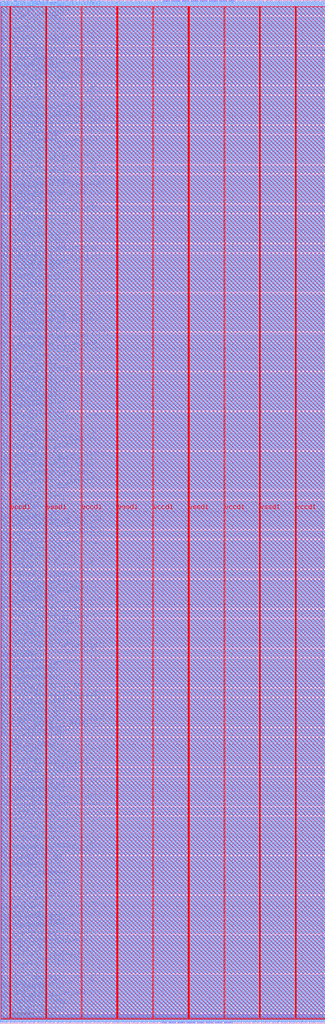
<source format=lef>
VERSION 5.7 ;
  NOWIREEXTENSIONATPIN ON ;
  DIVIDERCHAR "/" ;
  BUSBITCHARS "[]" ;
MACRO peripherals
  CLASS BLOCK ;
  FOREIGN peripherals ;
  ORIGIN 0.000 0.000 ;
  SIZE 700.000 BY 2200.000 ;
  PIN axi_spi_master_ar_addr[0]
    DIRECTION OUTPUT TRISTATE ;
    USE SIGNAL ;
    PORT
      LAYER met2 ;
        RECT 621.550 2196.000 621.830 2200.000 ;
    END
  END axi_spi_master_ar_addr[0]
  PIN axi_spi_master_ar_addr[10]
    DIRECTION OUTPUT TRISTATE ;
    USE SIGNAL ;
    PORT
      LAYER met3 ;
        RECT 0.000 1564.040 4.000 1564.640 ;
    END
  END axi_spi_master_ar_addr[10]
  PIN axi_spi_master_ar_addr[11]
    DIRECTION OUTPUT TRISTATE ;
    USE SIGNAL ;
    PORT
      LAYER met3 ;
        RECT 0.000 88.440 4.000 89.040 ;
    END
  END axi_spi_master_ar_addr[11]
  PIN axi_spi_master_ar_addr[12]
    DIRECTION OUTPUT TRISTATE ;
    USE SIGNAL ;
    PORT
      LAYER met3 ;
        RECT 696.000 180.240 700.000 180.840 ;
    END
  END axi_spi_master_ar_addr[12]
  PIN axi_spi_master_ar_addr[13]
    DIRECTION OUTPUT TRISTATE ;
    USE SIGNAL ;
    PORT
      LAYER met3 ;
        RECT 696.000 989.440 700.000 990.040 ;
    END
  END axi_spi_master_ar_addr[13]
  PIN axi_spi_master_ar_addr[14]
    DIRECTION OUTPUT TRISTATE ;
    USE SIGNAL ;
    PORT
      LAYER met2 ;
        RECT 257.690 0.000 257.970 4.000 ;
    END
  END axi_spi_master_ar_addr[14]
  PIN axi_spi_master_ar_addr[15]
    DIRECTION OUTPUT TRISTATE ;
    USE SIGNAL ;
    PORT
      LAYER met3 ;
        RECT 0.000 357.040 4.000 357.640 ;
    END
  END axi_spi_master_ar_addr[15]
  PIN axi_spi_master_ar_addr[16]
    DIRECTION OUTPUT TRISTATE ;
    USE SIGNAL ;
    PORT
      LAYER met2 ;
        RECT 434.790 0.000 435.070 4.000 ;
    END
  END axi_spi_master_ar_addr[16]
  PIN axi_spi_master_ar_addr[17]
    DIRECTION OUTPUT TRISTATE ;
    USE SIGNAL ;
    PORT
      LAYER met3 ;
        RECT 696.000 2053.640 700.000 2054.240 ;
    END
  END axi_spi_master_ar_addr[17]
  PIN axi_spi_master_ar_addr[18]
    DIRECTION OUTPUT TRISTATE ;
    USE SIGNAL ;
    PORT
      LAYER met3 ;
        RECT 0.000 646.040 4.000 646.640 ;
    END
  END axi_spi_master_ar_addr[18]
  PIN axi_spi_master_ar_addr[19]
    DIRECTION OUTPUT TRISTATE ;
    USE SIGNAL ;
    PORT
      LAYER met3 ;
        RECT 0.000 1706.840 4.000 1707.440 ;
    END
  END axi_spi_master_ar_addr[19]
  PIN axi_spi_master_ar_addr[1]
    DIRECTION OUTPUT TRISTATE ;
    USE SIGNAL ;
    PORT
      LAYER met3 ;
        RECT 0.000 268.640 4.000 269.240 ;
    END
  END axi_spi_master_ar_addr[1]
  PIN axi_spi_master_ar_addr[20]
    DIRECTION OUTPUT TRISTATE ;
    USE SIGNAL ;
    PORT
      LAYER met2 ;
        RECT 695.610 2196.000 695.890 2200.000 ;
    END
  END axi_spi_master_ar_addr[20]
  PIN axi_spi_master_ar_addr[21]
    DIRECTION OUTPUT TRISTATE ;
    USE SIGNAL ;
    PORT
      LAYER met3 ;
        RECT 0.000 1914.240 4.000 1914.840 ;
    END
  END axi_spi_master_ar_addr[21]
  PIN axi_spi_master_ar_addr[22]
    DIRECTION OUTPUT TRISTATE ;
    USE SIGNAL ;
    PORT
      LAYER met3 ;
        RECT 696.000 1638.840 700.000 1639.440 ;
    END
  END axi_spi_master_ar_addr[22]
  PIN axi_spi_master_ar_addr[23]
    DIRECTION OUTPUT TRISTATE ;
    USE SIGNAL ;
    PORT
      LAYER met3 ;
        RECT 696.000 112.240 700.000 112.840 ;
    END
  END axi_spi_master_ar_addr[23]
  PIN axi_spi_master_ar_addr[24]
    DIRECTION OUTPUT TRISTATE ;
    USE SIGNAL ;
    PORT
      LAYER met3 ;
        RECT 696.000 707.240 700.000 707.840 ;
    END
  END axi_spi_master_ar_addr[24]
  PIN axi_spi_master_ar_addr[25]
    DIRECTION OUTPUT TRISTATE ;
    USE SIGNAL ;
    PORT
      LAYER met3 ;
        RECT 0.000 1047.240 4.000 1047.840 ;
    END
  END axi_spi_master_ar_addr[25]
  PIN axi_spi_master_ar_addr[26]
    DIRECTION OUTPUT TRISTATE ;
    USE SIGNAL ;
    PORT
      LAYER met2 ;
        RECT 512.070 2196.000 512.350 2200.000 ;
    END
  END axi_spi_master_ar_addr[26]
  PIN axi_spi_master_ar_addr[27]
    DIRECTION OUTPUT TRISTATE ;
    USE SIGNAL ;
    PORT
      LAYER met3 ;
        RECT 696.000 289.040 700.000 289.640 ;
    END
  END axi_spi_master_ar_addr[27]
  PIN axi_spi_master_ar_addr[28]
    DIRECTION OUTPUT TRISTATE ;
    USE SIGNAL ;
    PORT
      LAYER met2 ;
        RECT 351.070 2196.000 351.350 2200.000 ;
    END
  END axi_spi_master_ar_addr[28]
  PIN axi_spi_master_ar_addr[29]
    DIRECTION OUTPUT TRISTATE ;
    USE SIGNAL ;
    PORT
      LAYER met3 ;
        RECT 0.000 1774.840 4.000 1775.440 ;
    END
  END axi_spi_master_ar_addr[29]
  PIN axi_spi_master_ar_addr[2]
    DIRECTION OUTPUT TRISTATE ;
    USE SIGNAL ;
    PORT
      LAYER met2 ;
        RECT 231.930 0.000 232.210 4.000 ;
    END
  END axi_spi_master_ar_addr[2]
  PIN axi_spi_master_ar_addr[30]
    DIRECTION OUTPUT TRISTATE ;
    USE SIGNAL ;
    PORT
      LAYER met3 ;
        RECT 696.000 567.840 700.000 568.440 ;
    END
  END axi_spi_master_ar_addr[30]
  PIN axi_spi_master_ar_addr[31]
    DIRECTION OUTPUT TRISTATE ;
    USE SIGNAL ;
    PORT
      LAYER met2 ;
        RECT 576.470 2196.000 576.750 2200.000 ;
    END
  END axi_spi_master_ar_addr[31]
  PIN axi_spi_master_ar_addr[3]
    DIRECTION OUTPUT TRISTATE ;
    USE SIGNAL ;
    PORT
      LAYER met3 ;
        RECT 0.000 557.640 4.000 558.240 ;
    END
  END axi_spi_master_ar_addr[3]
  PIN axi_spi_master_ar_addr[4]
    DIRECTION OUTPUT TRISTATE ;
    USE SIGNAL ;
    PORT
      LAYER met2 ;
        RECT 244.810 2196.000 245.090 2200.000 ;
    END
  END axi_spi_master_ar_addr[4]
  PIN axi_spi_master_ar_addr[5]
    DIRECTION OUTPUT TRISTATE ;
    USE SIGNAL ;
    PORT
      LAYER met2 ;
        RECT 425.130 2196.000 425.410 2200.000 ;
    END
  END axi_spi_master_ar_addr[5]
  PIN axi_spi_master_ar_addr[6]
    DIRECTION OUTPUT TRISTATE ;
    USE SIGNAL ;
    PORT
      LAYER met3 ;
        RECT 0.000 513.440 4.000 514.040 ;
    END
  END axi_spi_master_ar_addr[6]
  PIN axi_spi_master_ar_addr[7]
    DIRECTION OUTPUT TRISTATE ;
    USE SIGNAL ;
    PORT
      LAYER met3 ;
        RECT 696.000 1880.240 700.000 1880.840 ;
    END
  END axi_spi_master_ar_addr[7]
  PIN axi_spi_master_ar_addr[8]
    DIRECTION OUTPUT TRISTATE ;
    USE SIGNAL ;
    PORT
      LAYER met2 ;
        RECT 676.290 2196.000 676.570 2200.000 ;
    END
  END axi_spi_master_ar_addr[8]
  PIN axi_spi_master_ar_addr[9]
    DIRECTION OUTPUT TRISTATE ;
    USE SIGNAL ;
    PORT
      LAYER met3 ;
        RECT 696.000 646.040 700.000 646.640 ;
    END
  END axi_spi_master_ar_addr[9]
  PIN axi_spi_master_ar_burst[0]
    DIRECTION OUTPUT TRISTATE ;
    USE SIGNAL ;
    PORT
      LAYER met3 ;
        RECT 0.000 901.040 4.000 901.640 ;
    END
  END axi_spi_master_ar_burst[0]
  PIN axi_spi_master_ar_burst[1]
    DIRECTION OUTPUT TRISTATE ;
    USE SIGNAL ;
    PORT
      LAYER met2 ;
        RECT 602.230 2196.000 602.510 2200.000 ;
    END
  END axi_spi_master_ar_burst[1]
  PIN axi_spi_master_ar_cache[0]
    DIRECTION OUTPUT TRISTATE ;
    USE SIGNAL ;
    PORT
      LAYER met2 ;
        RECT 392.930 0.000 393.210 4.000 ;
    END
  END axi_spi_master_ar_cache[0]
  PIN axi_spi_master_ar_cache[1]
    DIRECTION OUTPUT TRISTATE ;
    USE SIGNAL ;
    PORT
      LAYER met3 ;
        RECT 0.000 567.840 4.000 568.440 ;
    END
  END axi_spi_master_ar_cache[1]
  PIN axi_spi_master_ar_cache[2]
    DIRECTION OUTPUT TRISTATE ;
    USE SIGNAL ;
    PORT
      LAYER met3 ;
        RECT 696.000 2189.640 700.000 2190.240 ;
    END
  END axi_spi_master_ar_cache[2]
  PIN axi_spi_master_ar_cache[3]
    DIRECTION OUTPUT TRISTATE ;
    USE SIGNAL ;
    PORT
      LAYER met3 ;
        RECT 0.000 1938.040 4.000 1938.640 ;
    END
  END axi_spi_master_ar_cache[3]
  PIN axi_spi_master_ar_id[0]
    DIRECTION OUTPUT TRISTATE ;
    USE SIGNAL ;
    PORT
      LAYER met3 ;
        RECT 696.000 2094.440 700.000 2095.040 ;
    END
  END axi_spi_master_ar_id[0]
  PIN axi_spi_master_ar_id[1]
    DIRECTION OUTPUT TRISTATE ;
    USE SIGNAL ;
    PORT
      LAYER met3 ;
        RECT 696.000 452.240 700.000 452.840 ;
    END
  END axi_spi_master_ar_id[1]
  PIN axi_spi_master_ar_id[2]
    DIRECTION OUTPUT TRISTATE ;
    USE SIGNAL ;
    PORT
      LAYER met3 ;
        RECT 696.000 459.040 700.000 459.640 ;
    END
  END axi_spi_master_ar_id[2]
  PIN axi_spi_master_ar_id[3]
    DIRECTION OUTPUT TRISTATE ;
    USE SIGNAL ;
    PORT
      LAYER met3 ;
        RECT 696.000 523.640 700.000 524.240 ;
    END
  END axi_spi_master_ar_id[3]
  PIN axi_spi_master_ar_id[4]
    DIRECTION OUTPUT TRISTATE ;
    USE SIGNAL ;
    PORT
      LAYER met3 ;
        RECT 696.000 1247.840 700.000 1248.440 ;
    END
  END axi_spi_master_ar_id[4]
  PIN axi_spi_master_ar_id[5]
    DIRECTION OUTPUT TRISTATE ;
    USE SIGNAL ;
    PORT
      LAYER met3 ;
        RECT 0.000 1849.640 4.000 1850.240 ;
    END
  END axi_spi_master_ar_id[5]
  PIN axi_spi_master_ar_len[0]
    DIRECTION OUTPUT TRISTATE ;
    USE SIGNAL ;
    PORT
      LAYER met3 ;
        RECT 0.000 1173.040 4.000 1173.640 ;
    END
  END axi_spi_master_ar_len[0]
  PIN axi_spi_master_ar_len[1]
    DIRECTION OUTPUT TRISTATE ;
    USE SIGNAL ;
    PORT
      LAYER met3 ;
        RECT 696.000 37.440 700.000 38.040 ;
    END
  END axi_spi_master_ar_len[1]
  PIN axi_spi_master_ar_len[2]
    DIRECTION OUTPUT TRISTATE ;
    USE SIGNAL ;
    PORT
      LAYER met3 ;
        RECT 0.000 1445.040 4.000 1445.640 ;
    END
  END axi_spi_master_ar_len[2]
  PIN axi_spi_master_ar_len[3]
    DIRECTION OUTPUT TRISTATE ;
    USE SIGNAL ;
    PORT
      LAYER met2 ;
        RECT 444.450 0.000 444.730 4.000 ;
    END
  END axi_spi_master_ar_len[3]
  PIN axi_spi_master_ar_len[4]
    DIRECTION OUTPUT TRISTATE ;
    USE SIGNAL ;
    PORT
      LAYER met3 ;
        RECT 696.000 132.640 700.000 133.240 ;
    END
  END axi_spi_master_ar_len[4]
  PIN axi_spi_master_ar_len[5]
    DIRECTION OUTPUT TRISTATE ;
    USE SIGNAL ;
    PORT
      LAYER met3 ;
        RECT 0.000 1190.040 4.000 1190.640 ;
    END
  END axi_spi_master_ar_len[5]
  PIN axi_spi_master_ar_len[6]
    DIRECTION OUTPUT TRISTATE ;
    USE SIGNAL ;
    PORT
      LAYER met2 ;
        RECT 6.530 0.000 6.810 4.000 ;
    END
  END axi_spi_master_ar_len[6]
  PIN axi_spi_master_ar_len[7]
    DIRECTION OUTPUT TRISTATE ;
    USE SIGNAL ;
    PORT
      LAYER met3 ;
        RECT 0.000 1264.840 4.000 1265.440 ;
    END
  END axi_spi_master_ar_len[7]
  PIN axi_spi_master_ar_lock
    DIRECTION OUTPUT TRISTATE ;
    USE SIGNAL ;
    PORT
      LAYER met3 ;
        RECT 0.000 938.440 4.000 939.040 ;
    END
  END axi_spi_master_ar_lock
  PIN axi_spi_master_ar_prot[0]
    DIRECTION OUTPUT TRISTATE ;
    USE SIGNAL ;
    PORT
      LAYER met3 ;
        RECT 696.000 153.040 700.000 153.640 ;
    END
  END axi_spi_master_ar_prot[0]
  PIN axi_spi_master_ar_prot[1]
    DIRECTION OUTPUT TRISTATE ;
    USE SIGNAL ;
    PORT
      LAYER met3 ;
        RECT 696.000 2029.840 700.000 2030.440 ;
    END
  END axi_spi_master_ar_prot[1]
  PIN axi_spi_master_ar_prot[2]
    DIRECTION OUTPUT TRISTATE ;
    USE SIGNAL ;
    PORT
      LAYER met3 ;
        RECT 0.000 139.440 4.000 140.040 ;
    END
  END axi_spi_master_ar_prot[2]
  PIN axi_spi_master_ar_qos[0]
    DIRECTION OUTPUT TRISTATE ;
    USE SIGNAL ;
    PORT
      LAYER met3 ;
        RECT 0.000 2063.840 4.000 2064.440 ;
    END
  END axi_spi_master_ar_qos[0]
  PIN axi_spi_master_ar_qos[1]
    DIRECTION OUTPUT TRISTATE ;
    USE SIGNAL ;
    PORT
      LAYER met3 ;
        RECT 696.000 1050.640 700.000 1051.240 ;
    END
  END axi_spi_master_ar_qos[1]
  PIN axi_spi_master_ar_qos[2]
    DIRECTION OUTPUT TRISTATE ;
    USE SIGNAL ;
    PORT
      LAYER met3 ;
        RECT 0.000 1244.440 4.000 1245.040 ;
    END
  END axi_spi_master_ar_qos[2]
  PIN axi_spi_master_ar_qos[3]
    DIRECTION OUTPUT TRISTATE ;
    USE SIGNAL ;
    PORT
      LAYER met3 ;
        RECT 696.000 2193.040 700.000 2193.640 ;
    END
  END axi_spi_master_ar_qos[3]
  PIN axi_spi_master_ar_ready
    DIRECTION INPUT ;
    USE SIGNAL ;
    PORT
      LAYER met2 ;
        RECT 373.610 2196.000 373.890 2200.000 ;
    END
  END axi_spi_master_ar_ready
  PIN axi_spi_master_ar_region[0]
    DIRECTION OUTPUT TRISTATE ;
    USE SIGNAL ;
    PORT
      LAYER met3 ;
        RECT 0.000 999.640 4.000 1000.240 ;
    END
  END axi_spi_master_ar_region[0]
  PIN axi_spi_master_ar_region[1]
    DIRECTION OUTPUT TRISTATE ;
    USE SIGNAL ;
    PORT
      LAYER met3 ;
        RECT 696.000 1149.240 700.000 1149.840 ;
    END
  END axi_spi_master_ar_region[1]
  PIN axi_spi_master_ar_region[2]
    DIRECTION OUTPUT TRISTATE ;
    USE SIGNAL ;
    PORT
      LAYER met3 ;
        RECT 696.000 632.440 700.000 633.040 ;
    END
  END axi_spi_master_ar_region[2]
  PIN axi_spi_master_ar_region[3]
    DIRECTION OUTPUT TRISTATE ;
    USE SIGNAL ;
    PORT
      LAYER met3 ;
        RECT 0.000 1475.640 4.000 1476.240 ;
    END
  END axi_spi_master_ar_region[3]
  PIN axi_spi_master_ar_size[0]
    DIRECTION OUTPUT TRISTATE ;
    USE SIGNAL ;
    PORT
      LAYER met3 ;
        RECT 696.000 1812.240 700.000 1812.840 ;
    END
  END axi_spi_master_ar_size[0]
  PIN axi_spi_master_ar_size[1]
    DIRECTION OUTPUT TRISTATE ;
    USE SIGNAL ;
    PORT
      LAYER met3 ;
        RECT 696.000 2084.240 700.000 2084.840 ;
    END
  END axi_spi_master_ar_size[1]
  PIN axi_spi_master_ar_size[2]
    DIRECTION OUTPUT TRISTATE ;
    USE SIGNAL ;
    PORT
      LAYER met3 ;
        RECT 696.000 901.040 700.000 901.640 ;
    END
  END axi_spi_master_ar_size[2]
  PIN axi_spi_master_ar_user[0]
    DIRECTION OUTPUT TRISTATE ;
    USE SIGNAL ;
    PORT
      LAYER met2 ;
        RECT 644.090 0.000 644.370 4.000 ;
    END
  END axi_spi_master_ar_user[0]
  PIN axi_spi_master_ar_user[1]
    DIRECTION OUTPUT TRISTATE ;
    USE SIGNAL ;
    PORT
      LAYER met3 ;
        RECT 0.000 227.840 4.000 228.440 ;
    END
  END axi_spi_master_ar_user[1]
  PIN axi_spi_master_ar_user[2]
    DIRECTION OUTPUT TRISTATE ;
    USE SIGNAL ;
    PORT
      LAYER met3 ;
        RECT 696.000 1876.840 700.000 1877.440 ;
    END
  END axi_spi_master_ar_user[2]
  PIN axi_spi_master_ar_user[3]
    DIRECTION OUTPUT TRISTATE ;
    USE SIGNAL ;
    PORT
      LAYER met3 ;
        RECT 0.000 771.840 4.000 772.440 ;
    END
  END axi_spi_master_ar_user[3]
  PIN axi_spi_master_ar_user[4]
    DIRECTION OUTPUT TRISTATE ;
    USE SIGNAL ;
    PORT
      LAYER met3 ;
        RECT 0.000 697.040 4.000 697.640 ;
    END
  END axi_spi_master_ar_user[4]
  PIN axi_spi_master_ar_user[5]
    DIRECTION OUTPUT TRISTATE ;
    USE SIGNAL ;
    PORT
      LAYER met2 ;
        RECT 685.950 0.000 686.230 4.000 ;
    END
  END axi_spi_master_ar_user[5]
  PIN axi_spi_master_ar_valid
    DIRECTION OUTPUT TRISTATE ;
    USE SIGNAL ;
    PORT
      LAYER met3 ;
        RECT 696.000 1958.440 700.000 1959.040 ;
    END
  END axi_spi_master_ar_valid
  PIN axi_spi_master_aw_addr[0]
    DIRECTION OUTPUT TRISTATE ;
    USE SIGNAL ;
    PORT
      LAYER met3 ;
        RECT 0.000 547.440 4.000 548.040 ;
    END
  END axi_spi_master_aw_addr[0]
  PIN axi_spi_master_aw_addr[10]
    DIRECTION OUTPUT TRISTATE ;
    USE SIGNAL ;
    PORT
      LAYER met3 ;
        RECT 696.000 431.840 700.000 432.440 ;
    END
  END axi_spi_master_aw_addr[10]
  PIN axi_spi_master_aw_addr[11]
    DIRECTION OUTPUT TRISTATE ;
    USE SIGNAL ;
    PORT
      LAYER met3 ;
        RECT 0.000 856.840 4.000 857.440 ;
    END
  END axi_spi_master_aw_addr[11]
  PIN axi_spi_master_aw_addr[12]
    DIRECTION OUTPUT TRISTATE ;
    USE SIGNAL ;
    PORT
      LAYER met2 ;
        RECT 431.570 2196.000 431.850 2200.000 ;
    END
  END axi_spi_master_aw_addr[12]
  PIN axi_spi_master_aw_addr[13]
    DIRECTION OUTPUT TRISTATE ;
    USE SIGNAL ;
    PORT
      LAYER met2 ;
        RECT 615.110 2196.000 615.390 2200.000 ;
    END
  END axi_spi_master_aw_addr[13]
  PIN axi_spi_master_aw_addr[14]
    DIRECTION OUTPUT TRISTATE ;
    USE SIGNAL ;
    PORT
      LAYER met2 ;
        RECT 679.510 2196.000 679.790 2200.000 ;
    END
  END axi_spi_master_aw_addr[14]
  PIN axi_spi_master_aw_addr[15]
    DIRECTION OUTPUT TRISTATE ;
    USE SIGNAL ;
    PORT
      LAYER met2 ;
        RECT 396.150 0.000 396.430 4.000 ;
    END
  END axi_spi_master_aw_addr[15]
  PIN axi_spi_master_aw_addr[16]
    DIRECTION OUTPUT TRISTATE ;
    USE SIGNAL ;
    PORT
      LAYER met3 ;
        RECT 696.000 1499.440 700.000 1500.040 ;
    END
  END axi_spi_master_aw_addr[16]
  PIN axi_spi_master_aw_addr[17]
    DIRECTION OUTPUT TRISTATE ;
    USE SIGNAL ;
    PORT
      LAYER met3 ;
        RECT 0.000 244.840 4.000 245.440 ;
    END
  END axi_spi_master_aw_addr[17]
  PIN axi_spi_master_aw_addr[18]
    DIRECTION OUTPUT TRISTATE ;
    USE SIGNAL ;
    PORT
      LAYER met2 ;
        RECT 489.530 0.000 489.810 4.000 ;
    END
  END axi_spi_master_aw_addr[18]
  PIN axi_spi_master_aw_addr[19]
    DIRECTION OUTPUT TRISTATE ;
    USE SIGNAL ;
    PORT
      LAYER met3 ;
        RECT 696.000 591.640 700.000 592.240 ;
    END
  END axi_spi_master_aw_addr[19]
  PIN axi_spi_master_aw_addr[1]
    DIRECTION OUTPUT TRISTATE ;
    USE SIGNAL ;
    PORT
      LAYER met2 ;
        RECT 283.450 2196.000 283.730 2200.000 ;
    END
  END axi_spi_master_aw_addr[1]
  PIN axi_spi_master_aw_addr[20]
    DIRECTION OUTPUT TRISTATE ;
    USE SIGNAL ;
    PORT
      LAYER met3 ;
        RECT 696.000 1873.440 700.000 1874.040 ;
    END
  END axi_spi_master_aw_addr[20]
  PIN axi_spi_master_aw_addr[21]
    DIRECTION OUTPUT TRISTATE ;
    USE SIGNAL ;
    PORT
      LAYER met2 ;
        RECT 54.830 0.000 55.110 4.000 ;
    END
  END axi_spi_master_aw_addr[21]
  PIN axi_spi_master_aw_addr[22]
    DIRECTION OUTPUT TRISTATE ;
    USE SIGNAL ;
    PORT
      LAYER met2 ;
        RECT 624.770 2196.000 625.050 2200.000 ;
    END
  END axi_spi_master_aw_addr[22]
  PIN axi_spi_master_aw_addr[23]
    DIRECTION OUTPUT TRISTATE ;
    USE SIGNAL ;
    PORT
      LAYER met3 ;
        RECT 0.000 1836.040 4.000 1836.640 ;
    END
  END axi_spi_master_aw_addr[23]
  PIN axi_spi_master_aw_addr[24]
    DIRECTION OUTPUT TRISTATE ;
    USE SIGNAL ;
    PORT
      LAYER met2 ;
        RECT 570.030 0.000 570.310 4.000 ;
    END
  END axi_spi_master_aw_addr[24]
  PIN axi_spi_master_aw_addr[25]
    DIRECTION OUTPUT TRISTATE ;
    USE SIGNAL ;
    PORT
      LAYER met3 ;
        RECT 0.000 1217.240 4.000 1217.840 ;
    END
  END axi_spi_master_aw_addr[25]
  PIN axi_spi_master_aw_addr[26]
    DIRECTION OUTPUT TRISTATE ;
    USE SIGNAL ;
    PORT
      LAYER met3 ;
        RECT 0.000 1074.440 4.000 1075.040 ;
    END
  END axi_spi_master_aw_addr[26]
  PIN axi_spi_master_aw_addr[27]
    DIRECTION OUTPUT TRISTATE ;
    USE SIGNAL ;
    PORT
      LAYER met3 ;
        RECT 0.000 802.440 4.000 803.040 ;
    END
  END axi_spi_master_aw_addr[27]
  PIN axi_spi_master_aw_addr[28]
    DIRECTION OUTPUT TRISTATE ;
    USE SIGNAL ;
    PORT
      LAYER met3 ;
        RECT 0.000 1795.240 4.000 1795.840 ;
    END
  END axi_spi_master_aw_addr[28]
  PIN axi_spi_master_aw_addr[29]
    DIRECTION OUTPUT TRISTATE ;
    USE SIGNAL ;
    PORT
      LAYER met2 ;
        RECT 225.490 2196.000 225.770 2200.000 ;
    END
  END axi_spi_master_aw_addr[29]
  PIN axi_spi_master_aw_addr[2]
    DIRECTION OUTPUT TRISTATE ;
    USE SIGNAL ;
    PORT
      LAYER met3 ;
        RECT 696.000 1625.240 700.000 1625.840 ;
    END
  END axi_spi_master_aw_addr[2]
  PIN axi_spi_master_aw_addr[30]
    DIRECTION OUTPUT TRISTATE ;
    USE SIGNAL ;
    PORT
      LAYER met3 ;
        RECT 0.000 1856.440 4.000 1857.040 ;
    END
  END axi_spi_master_aw_addr[30]
  PIN axi_spi_master_aw_addr[31]
    DIRECTION OUTPUT TRISTATE ;
    USE SIGNAL ;
    PORT
      LAYER met2 ;
        RECT 338.190 0.000 338.470 4.000 ;
    END
  END axi_spi_master_aw_addr[31]
  PIN axi_spi_master_aw_addr[3]
    DIRECTION OUTPUT TRISTATE ;
    USE SIGNAL ;
    PORT
      LAYER met3 ;
        RECT 696.000 1176.440 700.000 1177.040 ;
    END
  END axi_spi_master_aw_addr[3]
  PIN axi_spi_master_aw_addr[4]
    DIRECTION OUTPUT TRISTATE ;
    USE SIGNAL ;
    PORT
      LAYER met3 ;
        RECT 0.000 54.440 4.000 55.040 ;
    END
  END axi_spi_master_aw_addr[4]
  PIN axi_spi_master_aw_addr[5]
    DIRECTION OUTPUT TRISTATE ;
    USE SIGNAL ;
    PORT
      LAYER met3 ;
        RECT 696.000 1757.840 700.000 1758.440 ;
    END
  END axi_spi_master_aw_addr[5]
  PIN axi_spi_master_aw_addr[6]
    DIRECTION OUTPUT TRISTATE ;
    USE SIGNAL ;
    PORT
      LAYER met3 ;
        RECT 0.000 1927.840 4.000 1928.440 ;
    END
  END axi_spi_master_aw_addr[6]
  PIN axi_spi_master_aw_addr[7]
    DIRECTION OUTPUT TRISTATE ;
    USE SIGNAL ;
    PORT
      LAYER met3 ;
        RECT 0.000 1968.640 4.000 1969.240 ;
    END
  END axi_spi_master_aw_addr[7]
  PIN axi_spi_master_aw_addr[8]
    DIRECTION OUTPUT TRISTATE ;
    USE SIGNAL ;
    PORT
      LAYER met3 ;
        RECT 0.000 112.240 4.000 112.840 ;
    END
  END axi_spi_master_aw_addr[8]
  PIN axi_spi_master_aw_addr[9]
    DIRECTION OUTPUT TRISTATE ;
    USE SIGNAL ;
    PORT
      LAYER met3 ;
        RECT 0.000 693.640 4.000 694.240 ;
    END
  END axi_spi_master_aw_addr[9]
  PIN axi_spi_master_aw_burst[0]
    DIRECTION OUTPUT TRISTATE ;
    USE SIGNAL ;
    PORT
      LAYER met2 ;
        RECT 544.270 2196.000 544.550 2200.000 ;
    END
  END axi_spi_master_aw_burst[0]
  PIN axi_spi_master_aw_burst[1]
    DIRECTION OUTPUT TRISTATE ;
    USE SIGNAL ;
    PORT
      LAYER met3 ;
        RECT 0.000 1037.040 4.000 1037.640 ;
    END
  END axi_spi_master_aw_burst[1]
  PIN axi_spi_master_aw_cache[0]
    DIRECTION OUTPUT TRISTATE ;
    USE SIGNAL ;
    PORT
      LAYER met3 ;
        RECT 0.000 690.240 4.000 690.840 ;
    END
  END axi_spi_master_aw_cache[0]
  PIN axi_spi_master_aw_cache[1]
    DIRECTION OUTPUT TRISTATE ;
    USE SIGNAL ;
    PORT
      LAYER met3 ;
        RECT 696.000 1519.840 700.000 1520.440 ;
    END
  END axi_spi_master_aw_cache[1]
  PIN axi_spi_master_aw_cache[2]
    DIRECTION OUTPUT TRISTATE ;
    USE SIGNAL ;
    PORT
      LAYER met3 ;
        RECT 0.000 1805.440 4.000 1806.040 ;
    END
  END axi_spi_master_aw_cache[2]
  PIN axi_spi_master_aw_cache[3]
    DIRECTION OUTPUT TRISTATE ;
    USE SIGNAL ;
    PORT
      LAYER met3 ;
        RECT 696.000 1098.240 700.000 1098.840 ;
    END
  END axi_spi_master_aw_cache[3]
  PIN axi_spi_master_aw_id[0]
    DIRECTION OUTPUT TRISTATE ;
    USE SIGNAL ;
    PORT
      LAYER met3 ;
        RECT 696.000 1387.240 700.000 1387.840 ;
    END
  END axi_spi_master_aw_id[0]
  PIN axi_spi_master_aw_id[1]
    DIRECTION OUTPUT TRISTATE ;
    USE SIGNAL ;
    PORT
      LAYER met3 ;
        RECT 0.000 1880.240 4.000 1880.840 ;
    END
  END axi_spi_master_aw_id[1]
  PIN axi_spi_master_aw_id[2]
    DIRECTION OUTPUT TRISTATE ;
    USE SIGNAL ;
    PORT
      LAYER met3 ;
        RECT 696.000 1883.640 700.000 1884.240 ;
    END
  END axi_spi_master_aw_id[2]
  PIN axi_spi_master_aw_id[3]
    DIRECTION OUTPUT TRISTATE ;
    USE SIGNAL ;
    PORT
      LAYER met3 ;
        RECT 696.000 897.640 700.000 898.240 ;
    END
  END axi_spi_master_aw_id[3]
  PIN axi_spi_master_aw_id[4]
    DIRECTION OUTPUT TRISTATE ;
    USE SIGNAL ;
    PORT
      LAYER met3 ;
        RECT 696.000 2036.640 700.000 2037.240 ;
    END
  END axi_spi_master_aw_id[4]
  PIN axi_spi_master_aw_id[5]
    DIRECTION OUTPUT TRISTATE ;
    USE SIGNAL ;
    PORT
      LAYER met3 ;
        RECT 696.000 1217.240 700.000 1217.840 ;
    END
  END axi_spi_master_aw_id[5]
  PIN axi_spi_master_aw_len[0]
    DIRECTION OUTPUT TRISTATE ;
    USE SIGNAL ;
    PORT
      LAYER met3 ;
        RECT 696.000 1043.840 700.000 1044.440 ;
    END
  END axi_spi_master_aw_len[0]
  PIN axi_spi_master_aw_len[1]
    DIRECTION OUTPUT TRISTATE ;
    USE SIGNAL ;
    PORT
      LAYER met3 ;
        RECT 0.000 1822.440 4.000 1823.040 ;
    END
  END axi_spi_master_aw_len[1]
  PIN axi_spi_master_aw_len[2]
    DIRECTION OUTPUT TRISTATE ;
    USE SIGNAL ;
    PORT
      LAYER met3 ;
        RECT 0.000 418.240 4.000 418.840 ;
    END
  END axi_spi_master_aw_len[2]
  PIN axi_spi_master_aw_len[3]
    DIRECTION OUTPUT TRISTATE ;
    USE SIGNAL ;
    PORT
      LAYER met3 ;
        RECT 696.000 2006.040 700.000 2006.640 ;
    END
  END axi_spi_master_aw_len[3]
  PIN axi_spi_master_aw_len[4]
    DIRECTION OUTPUT TRISTATE ;
    USE SIGNAL ;
    PORT
      LAYER met3 ;
        RECT 0.000 377.440 4.000 378.040 ;
    END
  END axi_spi_master_aw_len[4]
  PIN axi_spi_master_aw_len[5]
    DIRECTION OUTPUT TRISTATE ;
    USE SIGNAL ;
    PORT
      LAYER met3 ;
        RECT 696.000 741.240 700.000 741.840 ;
    END
  END axi_spi_master_aw_len[5]
  PIN axi_spi_master_aw_len[6]
    DIRECTION OUTPUT TRISTATE ;
    USE SIGNAL ;
    PORT
      LAYER met3 ;
        RECT 696.000 142.840 700.000 143.440 ;
    END
  END axi_spi_master_aw_len[6]
  PIN axi_spi_master_aw_len[7]
    DIRECTION OUTPUT TRISTATE ;
    USE SIGNAL ;
    PORT
      LAYER met3 ;
        RECT 0.000 1064.240 4.000 1064.840 ;
    END
  END axi_spi_master_aw_len[7]
  PIN axi_spi_master_aw_lock
    DIRECTION OUTPUT TRISTATE ;
    USE SIGNAL ;
    PORT
      LAYER met3 ;
        RECT 696.000 1455.240 700.000 1455.840 ;
    END
  END axi_spi_master_aw_lock
  PIN axi_spi_master_aw_prot[0]
    DIRECTION OUTPUT TRISTATE ;
    USE SIGNAL ;
    PORT
      LAYER met2 ;
        RECT 296.330 0.000 296.610 4.000 ;
    END
  END axi_spi_master_aw_prot[0]
  PIN axi_spi_master_aw_prot[1]
    DIRECTION OUTPUT TRISTATE ;
    USE SIGNAL ;
    PORT
      LAYER met3 ;
        RECT 696.000 2043.440 700.000 2044.040 ;
    END
  END axi_spi_master_aw_prot[1]
  PIN axi_spi_master_aw_prot[2]
    DIRECTION OUTPUT TRISTATE ;
    USE SIGNAL ;
    PORT
      LAYER met2 ;
        RECT 669.850 0.000 670.130 4.000 ;
    END
  END axi_spi_master_aw_prot[2]
  PIN axi_spi_master_aw_qos[0]
    DIRECTION OUTPUT TRISTATE ;
    USE SIGNAL ;
    PORT
      LAYER met2 ;
        RECT 302.770 2196.000 303.050 2200.000 ;
    END
  END axi_spi_master_aw_qos[0]
  PIN axi_spi_master_aw_qos[1]
    DIRECTION OUTPUT TRISTATE ;
    USE SIGNAL ;
    PORT
      LAYER met3 ;
        RECT 0.000 1989.040 4.000 1989.640 ;
    END
  END axi_spi_master_aw_qos[1]
  PIN axi_spi_master_aw_qos[2]
    DIRECTION OUTPUT TRISTATE ;
    USE SIGNAL ;
    PORT
      LAYER met2 ;
        RECT 151.430 2196.000 151.710 2200.000 ;
    END
  END axi_spi_master_aw_qos[2]
  PIN axi_spi_master_aw_qos[3]
    DIRECTION OUTPUT TRISTATE ;
    USE SIGNAL ;
    PORT
      LAYER met2 ;
        RECT 589.350 0.000 589.630 4.000 ;
    END
  END axi_spi_master_aw_qos[3]
  PIN axi_spi_master_aw_ready
    DIRECTION INPUT ;
    USE SIGNAL ;
    PORT
      LAYER met3 ;
        RECT 0.000 979.240 4.000 979.840 ;
    END
  END axi_spi_master_aw_ready
  PIN axi_spi_master_aw_region[0]
    DIRECTION OUTPUT TRISTATE ;
    USE SIGNAL ;
    PORT
      LAYER met2 ;
        RECT 576.470 0.000 576.750 4.000 ;
    END
  END axi_spi_master_aw_region[0]
  PIN axi_spi_master_aw_region[1]
    DIRECTION OUTPUT TRISTATE ;
    USE SIGNAL ;
    PORT
      LAYER met3 ;
        RECT 0.000 462.440 4.000 463.040 ;
    END
  END axi_spi_master_aw_region[1]
  PIN axi_spi_master_aw_region[2]
    DIRECTION OUTPUT TRISTATE ;
    USE SIGNAL ;
    PORT
      LAYER met3 ;
        RECT 696.000 1162.840 700.000 1163.440 ;
    END
  END axi_spi_master_aw_region[2]
  PIN axi_spi_master_aw_region[3]
    DIRECTION OUTPUT TRISTATE ;
    USE SIGNAL ;
    PORT
      LAYER met2 ;
        RECT 673.070 0.000 673.350 4.000 ;
    END
  END axi_spi_master_aw_region[3]
  PIN axi_spi_master_aw_size[0]
    DIRECTION OUTPUT TRISTATE ;
    USE SIGNAL ;
    PORT
      LAYER met3 ;
        RECT 0.000 707.240 4.000 707.840 ;
    END
  END axi_spi_master_aw_size[0]
  PIN axi_spi_master_aw_size[1]
    DIRECTION OUTPUT TRISTATE ;
    USE SIGNAL ;
    PORT
      LAYER met3 ;
        RECT 0.000 476.040 4.000 476.640 ;
    END
  END axi_spi_master_aw_size[1]
  PIN axi_spi_master_aw_size[2]
    DIRECTION OUTPUT TRISTATE ;
    USE SIGNAL ;
    PORT
      LAYER met3 ;
        RECT 696.000 571.240 700.000 571.840 ;
    END
  END axi_spi_master_aw_size[2]
  PIN axi_spi_master_aw_user[0]
    DIRECTION OUTPUT TRISTATE ;
    USE SIGNAL ;
    PORT
      LAYER met2 ;
        RECT 531.390 2196.000 531.670 2200.000 ;
    END
  END axi_spi_master_aw_user[0]
  PIN axi_spi_master_aw_user[1]
    DIRECTION OUTPUT TRISTATE ;
    USE SIGNAL ;
    PORT
      LAYER met3 ;
        RECT 696.000 1751.040 700.000 1751.640 ;
    END
  END axi_spi_master_aw_user[1]
  PIN axi_spi_master_aw_user[2]
    DIRECTION OUTPUT TRISTATE ;
    USE SIGNAL ;
    PORT
      LAYER met3 ;
        RECT 0.000 863.640 4.000 864.240 ;
    END
  END axi_spi_master_aw_user[2]
  PIN axi_spi_master_aw_user[3]
    DIRECTION OUTPUT TRISTATE ;
    USE SIGNAL ;
    PORT
      LAYER met3 ;
        RECT 0.000 1295.440 4.000 1296.040 ;
    END
  END axi_spi_master_aw_user[3]
  PIN axi_spi_master_aw_user[4]
    DIRECTION OUTPUT TRISTATE ;
    USE SIGNAL ;
    PORT
      LAYER met2 ;
        RECT 666.630 2196.000 666.910 2200.000 ;
    END
  END axi_spi_master_aw_user[4]
  PIN axi_spi_master_aw_user[5]
    DIRECTION OUTPUT TRISTATE ;
    USE SIGNAL ;
    PORT
      LAYER met3 ;
        RECT 696.000 221.040 700.000 221.640 ;
    END
  END axi_spi_master_aw_user[5]
  PIN axi_spi_master_aw_valid
    DIRECTION OUTPUT TRISTATE ;
    USE SIGNAL ;
    PORT
      LAYER met2 ;
        RECT 264.130 2196.000 264.410 2200.000 ;
    END
  END axi_spi_master_aw_valid
  PIN axi_spi_master_b_id[0]
    DIRECTION INPUT ;
    USE SIGNAL ;
    PORT
      LAYER met3 ;
        RECT 696.000 1768.040 700.000 1768.640 ;
    END
  END axi_spi_master_b_id[0]
  PIN axi_spi_master_b_id[1]
    DIRECTION INPUT ;
    USE SIGNAL ;
    PORT
      LAYER met3 ;
        RECT 696.000 1108.440 700.000 1109.040 ;
    END
  END axi_spi_master_b_id[1]
  PIN axi_spi_master_b_id[2]
    DIRECTION INPUT ;
    USE SIGNAL ;
    PORT
      LAYER met3 ;
        RECT 696.000 146.240 700.000 146.840 ;
    END
  END axi_spi_master_b_id[2]
  PIN axi_spi_master_b_id[3]
    DIRECTION INPUT ;
    USE SIGNAL ;
    PORT
      LAYER met2 ;
        RECT 483.090 2196.000 483.370 2200.000 ;
    END
  END axi_spi_master_b_id[3]
  PIN axi_spi_master_b_id[4]
    DIRECTION INPUT ;
    USE SIGNAL ;
    PORT
      LAYER met3 ;
        RECT 0.000 962.240 4.000 962.840 ;
    END
  END axi_spi_master_b_id[4]
  PIN axi_spi_master_b_id[5]
    DIRECTION INPUT ;
    USE SIGNAL ;
    PORT
      LAYER met3 ;
        RECT 0.000 1329.440 4.000 1330.040 ;
    END
  END axi_spi_master_b_id[5]
  PIN axi_spi_master_b_ready
    DIRECTION OUTPUT TRISTATE ;
    USE SIGNAL ;
    PORT
      LAYER met3 ;
        RECT 0.000 1468.840 4.000 1469.440 ;
    END
  END axi_spi_master_b_ready
  PIN axi_spi_master_b_resp[0]
    DIRECTION INPUT ;
    USE SIGNAL ;
    PORT
      LAYER met2 ;
        RECT 212.610 0.000 212.890 4.000 ;
    END
  END axi_spi_master_b_resp[0]
  PIN axi_spi_master_b_resp[1]
    DIRECTION INPUT ;
    USE SIGNAL ;
    PORT
      LAYER met3 ;
        RECT 696.000 1394.040 700.000 1394.640 ;
    END
  END axi_spi_master_b_resp[1]
  PIN axi_spi_master_b_user[0]
    DIRECTION INPUT ;
    USE SIGNAL ;
    PORT
      LAYER met2 ;
        RECT 193.290 2196.000 193.570 2200.000 ;
    END
  END axi_spi_master_b_user[0]
  PIN axi_spi_master_b_user[1]
    DIRECTION INPUT ;
    USE SIGNAL ;
    PORT
      LAYER met3 ;
        RECT 0.000 884.040 4.000 884.640 ;
    END
  END axi_spi_master_b_user[1]
  PIN axi_spi_master_b_user[2]
    DIRECTION INPUT ;
    USE SIGNAL ;
    PORT
      LAYER met3 ;
        RECT 696.000 496.440 700.000 497.040 ;
    END
  END axi_spi_master_b_user[2]
  PIN axi_spi_master_b_user[3]
    DIRECTION INPUT ;
    USE SIGNAL ;
    PORT
      LAYER met2 ;
        RECT 553.930 0.000 554.210 4.000 ;
    END
  END axi_spi_master_b_user[3]
  PIN axi_spi_master_b_user[4]
    DIRECTION INPUT ;
    USE SIGNAL ;
    PORT
      LAYER met3 ;
        RECT 0.000 1203.640 4.000 1204.240 ;
    END
  END axi_spi_master_b_user[4]
  PIN axi_spi_master_b_user[5]
    DIRECTION INPUT ;
    USE SIGNAL ;
    PORT
      LAYER met2 ;
        RECT 418.690 2196.000 418.970 2200.000 ;
    END
  END axi_spi_master_b_user[5]
  PIN axi_spi_master_b_valid
    DIRECTION INPUT ;
    USE SIGNAL ;
    PORT
      LAYER met3 ;
        RECT 0.000 1628.640 4.000 1629.240 ;
    END
  END axi_spi_master_b_valid
  PIN axi_spi_master_r_data[0]
    DIRECTION INPUT ;
    USE SIGNAL ;
    PORT
      LAYER met2 ;
        RECT 206.170 0.000 206.450 4.000 ;
    END
  END axi_spi_master_r_data[0]
  PIN axi_spi_master_r_data[10]
    DIRECTION INPUT ;
    USE SIGNAL ;
    PORT
      LAYER met3 ;
        RECT 696.000 1037.040 700.000 1037.640 ;
    END
  END axi_spi_master_r_data[10]
  PIN axi_spi_master_r_data[11]
    DIRECTION INPUT ;
    USE SIGNAL ;
    PORT
      LAYER met3 ;
        RECT 696.000 159.840 700.000 160.440 ;
    END
  END axi_spi_master_r_data[11]
  PIN axi_spi_master_r_data[12]
    DIRECTION INPUT ;
    USE SIGNAL ;
    PORT
      LAYER met3 ;
        RECT 696.000 421.640 700.000 422.240 ;
    END
  END axi_spi_master_r_data[12]
  PIN axi_spi_master_r_data[13]
    DIRECTION INPUT ;
    USE SIGNAL ;
    PORT
      LAYER met3 ;
        RECT 696.000 1717.040 700.000 1717.640 ;
    END
  END axi_spi_master_r_data[13]
  PIN axi_spi_master_r_data[14]
    DIRECTION INPUT ;
    USE SIGNAL ;
    PORT
      LAYER met3 ;
        RECT 0.000 2193.040 4.000 2193.640 ;
    END
  END axi_spi_master_r_data[14]
  PIN axi_spi_master_r_data[15]
    DIRECTION INPUT ;
    USE SIGNAL ;
    PORT
      LAYER met2 ;
        RECT 9.750 0.000 10.030 4.000 ;
    END
  END axi_spi_master_r_data[15]
  PIN axi_spi_master_r_data[16]
    DIRECTION INPUT ;
    USE SIGNAL ;
    PORT
      LAYER met3 ;
        RECT 0.000 2114.840 4.000 2115.440 ;
    END
  END axi_spi_master_r_data[16]
  PIN axi_spi_master_r_data[17]
    DIRECTION INPUT ;
    USE SIGNAL ;
    PORT
      LAYER met3 ;
        RECT 696.000 2121.640 700.000 2122.240 ;
    END
  END axi_spi_master_r_data[17]
  PIN axi_spi_master_r_data[18]
    DIRECTION INPUT ;
    USE SIGNAL ;
    PORT
      LAYER met3 ;
        RECT 0.000 1152.640 4.000 1153.240 ;
    END
  END axi_spi_master_r_data[18]
  PIN axi_spi_master_r_data[19]
    DIRECTION INPUT ;
    USE SIGNAL ;
    PORT
      LAYER met2 ;
        RECT 344.630 2196.000 344.910 2200.000 ;
    END
  END axi_spi_master_r_data[19]
  PIN axi_spi_master_r_data[1]
    DIRECTION INPUT ;
    USE SIGNAL ;
    PORT
      LAYER met3 ;
        RECT 0.000 632.440 4.000 633.040 ;
    END
  END axi_spi_master_r_data[1]
  PIN axi_spi_master_r_data[20]
    DIRECTION INPUT ;
    USE SIGNAL ;
    PORT
      LAYER met3 ;
        RECT 696.000 1356.640 700.000 1357.240 ;
    END
  END axi_spi_master_r_data[20]
  PIN axi_spi_master_r_data[21]
    DIRECTION INPUT ;
    USE SIGNAL ;
    PORT
      LAYER met2 ;
        RECT 58.050 2196.000 58.330 2200.000 ;
    END
  END axi_spi_master_r_data[21]
  PIN axi_spi_master_r_data[22]
    DIRECTION INPUT ;
    USE SIGNAL ;
    PORT
      LAYER met3 ;
        RECT 696.000 884.040 700.000 884.640 ;
    END
  END axi_spi_master_r_data[22]
  PIN axi_spi_master_r_data[23]
    DIRECTION INPUT ;
    USE SIGNAL ;
    PORT
      LAYER met3 ;
        RECT 0.000 1455.240 4.000 1455.840 ;
    END
  END axi_spi_master_r_data[23]
  PIN axi_spi_master_r_data[24]
    DIRECTION INPUT ;
    USE SIGNAL ;
    PORT
      LAYER met2 ;
        RECT 663.410 2196.000 663.690 2200.000 ;
    END
  END axi_spi_master_r_data[24]
  PIN axi_spi_master_r_data[25]
    DIRECTION INPUT ;
    USE SIGNAL ;
    PORT
      LAYER met2 ;
        RECT 608.670 0.000 608.950 4.000 ;
    END
  END axi_spi_master_r_data[25]
  PIN axi_spi_master_r_data[26]
    DIRECTION INPUT ;
    USE SIGNAL ;
    PORT
      LAYER met3 ;
        RECT 696.000 442.040 700.000 442.640 ;
    END
  END axi_spi_master_r_data[26]
  PIN axi_spi_master_r_data[27]
    DIRECTION INPUT ;
    USE SIGNAL ;
    PORT
      LAYER met3 ;
        RECT 0.000 1859.840 4.000 1860.440 ;
    END
  END axi_spi_master_r_data[27]
  PIN axi_spi_master_r_data[28]
    DIRECTION INPUT ;
    USE SIGNAL ;
    PORT
      LAYER met3 ;
        RECT 0.000 1540.240 4.000 1540.840 ;
    END
  END axi_spi_master_r_data[28]
  PIN axi_spi_master_r_data[29]
    DIRECTION INPUT ;
    USE SIGNAL ;
    PORT
      LAYER met3 ;
        RECT 0.000 1788.440 4.000 1789.040 ;
    END
  END axi_spi_master_r_data[29]
  PIN axi_spi_master_r_data[2]
    DIRECTION INPUT ;
    USE SIGNAL ;
    PORT
      LAYER met3 ;
        RECT 696.000 394.440 700.000 395.040 ;
    END
  END axi_spi_master_r_data[2]
  PIN axi_spi_master_r_data[30]
    DIRECTION INPUT ;
    USE SIGNAL ;
    PORT
      LAYER met3 ;
        RECT 696.000 224.440 700.000 225.040 ;
    END
  END axi_spi_master_r_data[30]
  PIN axi_spi_master_r_data[31]
    DIRECTION INPUT ;
    USE SIGNAL ;
    PORT
      LAYER met2 ;
        RECT 650.530 0.000 650.810 4.000 ;
    END
  END axi_spi_master_r_data[31]
  PIN axi_spi_master_r_data[32]
    DIRECTION INPUT ;
    USE SIGNAL ;
    PORT
      LAYER met3 ;
        RECT 696.000 1747.640 700.000 1748.240 ;
    END
  END axi_spi_master_r_data[32]
  PIN axi_spi_master_r_data[33]
    DIRECTION INPUT ;
    USE SIGNAL ;
    PORT
      LAYER met3 ;
        RECT 696.000 673.240 700.000 673.840 ;
    END
  END axi_spi_master_r_data[33]
  PIN axi_spi_master_r_data[34]
    DIRECTION INPUT ;
    USE SIGNAL ;
    PORT
      LAYER met3 ;
        RECT 696.000 887.440 700.000 888.040 ;
    END
  END axi_spi_master_r_data[34]
  PIN axi_spi_master_r_data[35]
    DIRECTION INPUT ;
    USE SIGNAL ;
    PORT
      LAYER met2 ;
        RECT 170.750 2196.000 171.030 2200.000 ;
    END
  END axi_spi_master_r_data[35]
  PIN axi_spi_master_r_data[36]
    DIRECTION INPUT ;
    USE SIGNAL ;
    PORT
      LAYER met3 ;
        RECT 696.000 540.640 700.000 541.240 ;
    END
  END axi_spi_master_r_data[36]
  PIN axi_spi_master_r_data[37]
    DIRECTION INPUT ;
    USE SIGNAL ;
    PORT
      LAYER met3 ;
        RECT 0.000 1496.040 4.000 1496.640 ;
    END
  END axi_spi_master_r_data[37]
  PIN axi_spi_master_r_data[38]
    DIRECTION INPUT ;
    USE SIGNAL ;
    PORT
      LAYER met3 ;
        RECT 0.000 1635.440 4.000 1636.040 ;
    END
  END axi_spi_master_r_data[38]
  PIN axi_spi_master_r_data[39]
    DIRECTION INPUT ;
    USE SIGNAL ;
    PORT
      LAYER met3 ;
        RECT 696.000 1363.440 700.000 1364.040 ;
    END
  END axi_spi_master_r_data[39]
  PIN axi_spi_master_r_data[3]
    DIRECTION INPUT ;
    USE SIGNAL ;
    PORT
      LAYER met3 ;
        RECT 696.000 1237.640 700.000 1238.240 ;
    END
  END axi_spi_master_r_data[3]
  PIN axi_spi_master_r_data[40]
    DIRECTION INPUT ;
    USE SIGNAL ;
    PORT
      LAYER met3 ;
        RECT 0.000 1747.640 4.000 1748.240 ;
    END
  END axi_spi_master_r_data[40]
  PIN axi_spi_master_r_data[41]
    DIRECTION INPUT ;
    USE SIGNAL ;
    PORT
      LAYER met2 ;
        RECT 409.030 0.000 409.310 4.000 ;
    END
  END axi_spi_master_r_data[41]
  PIN axi_spi_master_r_data[42]
    DIRECTION INPUT ;
    USE SIGNAL ;
    PORT
      LAYER met2 ;
        RECT 283.450 0.000 283.730 4.000 ;
    END
  END axi_spi_master_r_data[42]
  PIN axi_spi_master_r_data[43]
    DIRECTION INPUT ;
    USE SIGNAL ;
    PORT
      LAYER met3 ;
        RECT 696.000 295.840 700.000 296.440 ;
    END
  END axi_spi_master_r_data[43]
  PIN axi_spi_master_r_data[44]
    DIRECTION INPUT ;
    USE SIGNAL ;
    PORT
      LAYER met3 ;
        RECT 696.000 1288.640 700.000 1289.240 ;
    END
  END axi_spi_master_r_data[44]
  PIN axi_spi_master_r_data[45]
    DIRECTION INPUT ;
    USE SIGNAL ;
    PORT
      LAYER met3 ;
        RECT 0.000 1948.240 4.000 1948.840 ;
    END
  END axi_spi_master_r_data[45]
  PIN axi_spi_master_r_data[46]
    DIRECTION INPUT ;
    USE SIGNAL ;
    PORT
      LAYER met3 ;
        RECT 0.000 1999.240 4.000 1999.840 ;
    END
  END axi_spi_master_r_data[46]
  PIN axi_spi_master_r_data[47]
    DIRECTION INPUT ;
    USE SIGNAL ;
    PORT
      LAYER met2 ;
        RECT 421.910 2196.000 422.190 2200.000 ;
    END
  END axi_spi_master_r_data[47]
  PIN axi_spi_master_r_data[48]
    DIRECTION INPUT ;
    USE SIGNAL ;
    PORT
      LAYER met3 ;
        RECT 0.000 2002.640 4.000 2003.240 ;
    END
  END axi_spi_master_r_data[48]
  PIN axi_spi_master_r_data[49]
    DIRECTION INPUT ;
    USE SIGNAL ;
    PORT
      LAYER met3 ;
        RECT 0.000 639.240 4.000 639.840 ;
    END
  END axi_spi_master_r_data[49]
  PIN axi_spi_master_r_data[4]
    DIRECTION INPUT ;
    USE SIGNAL ;
    PORT
      LAYER met3 ;
        RECT 696.000 1618.440 700.000 1619.040 ;
    END
  END axi_spi_master_r_data[4]
  PIN axi_spi_master_r_data[50]
    DIRECTION INPUT ;
    USE SIGNAL ;
    PORT
      LAYER met3 ;
        RECT 0.000 1965.240 4.000 1965.840 ;
    END
  END axi_spi_master_r_data[50]
  PIN axi_spi_master_r_data[51]
    DIRECTION INPUT ;
    USE SIGNAL ;
    PORT
      LAYER met3 ;
        RECT 0.000 812.640 4.000 813.240 ;
    END
  END axi_spi_master_r_data[51]
  PIN axi_spi_master_r_data[52]
    DIRECTION INPUT ;
    USE SIGNAL ;
    PORT
      LAYER met3 ;
        RECT 0.000 2172.640 4.000 2173.240 ;
    END
  END axi_spi_master_r_data[52]
  PIN axi_spi_master_r_data[53]
    DIRECTION INPUT ;
    USE SIGNAL ;
    PORT
      LAYER met3 ;
        RECT 0.000 1890.440 4.000 1891.040 ;
    END
  END axi_spi_master_r_data[53]
  PIN axi_spi_master_r_data[54]
    DIRECTION INPUT ;
    USE SIGNAL ;
    PORT
      LAYER met3 ;
        RECT 696.000 1944.840 700.000 1945.440 ;
    END
  END axi_spi_master_r_data[54]
  PIN axi_spi_master_r_data[55]
    DIRECTION INPUT ;
    USE SIGNAL ;
    PORT
      LAYER met3 ;
        RECT 0.000 578.040 4.000 578.640 ;
    END
  END axi_spi_master_r_data[55]
  PIN axi_spi_master_r_data[56]
    DIRECTION INPUT ;
    USE SIGNAL ;
    PORT
      LAYER met3 ;
        RECT 0.000 2182.840 4.000 2183.440 ;
    END
  END axi_spi_master_r_data[56]
  PIN axi_spi_master_r_data[57]
    DIRECTION INPUT ;
    USE SIGNAL ;
    PORT
      LAYER met3 ;
        RECT 696.000 1985.640 700.000 1986.240 ;
    END
  END axi_spi_master_r_data[57]
  PIN axi_spi_master_r_data[58]
    DIRECTION INPUT ;
    USE SIGNAL ;
    PORT
      LAYER met3 ;
        RECT 0.000 1020.040 4.000 1020.640 ;
    END
  END axi_spi_master_r_data[58]
  PIN axi_spi_master_r_data[59]
    DIRECTION INPUT ;
    USE SIGNAL ;
    PORT
      LAYER met3 ;
        RECT 0.000 2029.840 4.000 2030.440 ;
    END
  END axi_spi_master_r_data[59]
  PIN axi_spi_master_r_data[5]
    DIRECTION INPUT ;
    USE SIGNAL ;
    PORT
      LAYER met3 ;
        RECT 0.000 1832.640 4.000 1833.240 ;
    END
  END axi_spi_master_r_data[5]
  PIN axi_spi_master_r_data[60]
    DIRECTION INPUT ;
    USE SIGNAL ;
    PORT
      LAYER met3 ;
        RECT 0.000 129.240 4.000 129.840 ;
    END
  END axi_spi_master_r_data[60]
  PIN axi_spi_master_r_data[61]
    DIRECTION INPUT ;
    USE SIGNAL ;
    PORT
      LAYER met2 ;
        RECT 338.190 2196.000 338.470 2200.000 ;
    END
  END axi_spi_master_r_data[61]
  PIN axi_spi_master_r_data[62]
    DIRECTION INPUT ;
    USE SIGNAL ;
    PORT
      LAYER met3 ;
        RECT 696.000 1370.240 700.000 1370.840 ;
    END
  END axi_spi_master_r_data[62]
  PIN axi_spi_master_r_data[63]
    DIRECTION INPUT ;
    USE SIGNAL ;
    PORT
      LAYER met2 ;
        RECT 135.330 2196.000 135.610 2200.000 ;
    END
  END axi_spi_master_r_data[63]
  PIN axi_spi_master_r_data[6]
    DIRECTION INPUT ;
    USE SIGNAL ;
    PORT
      LAYER met3 ;
        RECT 0.000 1737.440 4.000 1738.040 ;
    END
  END axi_spi_master_r_data[6]
  PIN axi_spi_master_r_data[7]
    DIRECTION INPUT ;
    USE SIGNAL ;
    PORT
      LAYER met3 ;
        RECT 0.000 1645.640 4.000 1646.240 ;
    END
  END axi_spi_master_r_data[7]
  PIN axi_spi_master_r_data[8]
    DIRECTION INPUT ;
    USE SIGNAL ;
    PORT
      LAYER met3 ;
        RECT 696.000 792.240 700.000 792.840 ;
    END
  END axi_spi_master_r_data[8]
  PIN axi_spi_master_r_data[9]
    DIRECTION INPUT ;
    USE SIGNAL ;
    PORT
      LAYER met2 ;
        RECT 418.690 0.000 418.970 4.000 ;
    END
  END axi_spi_master_r_data[9]
  PIN axi_spi_master_r_id[0]
    DIRECTION INPUT ;
    USE SIGNAL ;
    PORT
      LAYER met3 ;
        RECT 696.000 1917.640 700.000 1918.240 ;
    END
  END axi_spi_master_r_id[0]
  PIN axi_spi_master_r_id[1]
    DIRECTION INPUT ;
    USE SIGNAL ;
    PORT
      LAYER met3 ;
        RECT 0.000 544.040 4.000 544.640 ;
    END
  END axi_spi_master_r_id[1]
  PIN axi_spi_master_r_id[2]
    DIRECTION INPUT ;
    USE SIGNAL ;
    PORT
      LAYER met3 ;
        RECT 696.000 1832.640 700.000 1833.240 ;
    END
  END axi_spi_master_r_id[2]
  PIN axi_spi_master_r_id[3]
    DIRECTION INPUT ;
    USE SIGNAL ;
    PORT
      LAYER met2 ;
        RECT 518.510 2196.000 518.790 2200.000 ;
    END
  END axi_spi_master_r_id[3]
  PIN axi_spi_master_r_id[4]
    DIRECTION INPUT ;
    USE SIGNAL ;
    PORT
      LAYER met2 ;
        RECT 618.330 0.000 618.610 4.000 ;
    END
  END axi_spi_master_r_id[4]
  PIN axi_spi_master_r_id[5]
    DIRECTION INPUT ;
    USE SIGNAL ;
    PORT
      LAYER met3 ;
        RECT 0.000 1608.240 4.000 1608.840 ;
    END
  END axi_spi_master_r_id[5]
  PIN axi_spi_master_r_last
    DIRECTION INPUT ;
    USE SIGNAL ;
    PORT
      LAYER met2 ;
        RECT 454.110 0.000 454.390 4.000 ;
    END
  END axi_spi_master_r_last
  PIN axi_spi_master_r_ready
    DIRECTION OUTPUT TRISTATE ;
    USE SIGNAL ;
    PORT
      LAYER met3 ;
        RECT 696.000 652.840 700.000 653.440 ;
    END
  END axi_spi_master_r_ready
  PIN axi_spi_master_r_resp[0]
    DIRECTION INPUT ;
    USE SIGNAL ;
    PORT
      LAYER met3 ;
        RECT 696.000 2026.440 700.000 2027.040 ;
    END
  END axi_spi_master_r_resp[0]
  PIN axi_spi_master_r_resp[1]
    DIRECTION INPUT ;
    USE SIGNAL ;
    PORT
      LAYER met3 ;
        RECT 0.000 183.640 4.000 184.240 ;
    END
  END axi_spi_master_r_resp[1]
  PIN axi_spi_master_r_user[0]
    DIRECTION INPUT ;
    USE SIGNAL ;
    PORT
      LAYER met3 ;
        RECT 696.000 292.440 700.000 293.040 ;
    END
  END axi_spi_master_r_user[0]
  PIN axi_spi_master_r_user[1]
    DIRECTION INPUT ;
    USE SIGNAL ;
    PORT
      LAYER met3 ;
        RECT 696.000 1366.840 700.000 1367.440 ;
    END
  END axi_spi_master_r_user[1]
  PIN axi_spi_master_r_user[2]
    DIRECTION INPUT ;
    USE SIGNAL ;
    PORT
      LAYER met2 ;
        RECT 425.130 0.000 425.410 4.000 ;
    END
  END axi_spi_master_r_user[2]
  PIN axi_spi_master_r_user[3]
    DIRECTION INPUT ;
    USE SIGNAL ;
    PORT
      LAYER met3 ;
        RECT 0.000 921.440 4.000 922.040 ;
    END
  END axi_spi_master_r_user[3]
  PIN axi_spi_master_r_user[4]
    DIRECTION INPUT ;
    USE SIGNAL ;
    PORT
      LAYER met3 ;
        RECT 696.000 856.840 700.000 857.440 ;
    END
  END axi_spi_master_r_user[4]
  PIN axi_spi_master_r_user[5]
    DIRECTION INPUT ;
    USE SIGNAL ;
    PORT
      LAYER met3 ;
        RECT 696.000 312.840 700.000 313.440 ;
    END
  END axi_spi_master_r_user[5]
  PIN axi_spi_master_r_valid
    DIRECTION INPUT ;
    USE SIGNAL ;
    PORT
      LAYER met3 ;
        RECT 0.000 2026.440 4.000 2027.040 ;
    END
  END axi_spi_master_r_valid
  PIN axi_spi_master_w_data[0]
    DIRECTION OUTPUT TRISTATE ;
    USE SIGNAL ;
    PORT
      LAYER met2 ;
        RECT 415.470 2196.000 415.750 2200.000 ;
    END
  END axi_spi_master_w_data[0]
  PIN axi_spi_master_w_data[10]
    DIRECTION OUTPUT TRISTATE ;
    USE SIGNAL ;
    PORT
      LAYER met3 ;
        RECT 696.000 1904.040 700.000 1904.640 ;
    END
  END axi_spi_master_w_data[10]
  PIN axi_spi_master_w_data[11]
    DIRECTION OUTPUT TRISTATE ;
    USE SIGNAL ;
    PORT
      LAYER met3 ;
        RECT 0.000 1982.240 4.000 1982.840 ;
    END
  END axi_spi_master_w_data[11]
  PIN axi_spi_master_w_data[12]
    DIRECTION OUTPUT TRISTATE ;
    USE SIGNAL ;
    PORT
      LAYER met3 ;
        RECT 0.000 1026.840 4.000 1027.440 ;
    END
  END axi_spi_master_w_data[12]
  PIN axi_spi_master_w_data[13]
    DIRECTION OUTPUT TRISTATE ;
    USE SIGNAL ;
    PORT
      LAYER met2 ;
        RECT 328.530 0.000 328.810 4.000 ;
    END
  END axi_spi_master_w_data[13]
  PIN axi_spi_master_w_data[14]
    DIRECTION OUTPUT TRISTATE ;
    USE SIGNAL ;
    PORT
      LAYER met2 ;
        RECT 251.250 2196.000 251.530 2200.000 ;
    END
  END axi_spi_master_w_data[14]
  PIN axi_spi_master_w_data[15]
    DIRECTION OUTPUT TRISTATE ;
    USE SIGNAL ;
    PORT
      LAYER met3 ;
        RECT 0.000 799.040 4.000 799.640 ;
    END
  END axi_spi_master_w_data[15]
  PIN axi_spi_master_w_data[16]
    DIRECTION OUTPUT TRISTATE ;
    USE SIGNAL ;
    PORT
      LAYER met3 ;
        RECT 0.000 142.840 4.000 143.440 ;
    END
  END axi_spi_master_w_data[16]
  PIN axi_spi_master_w_data[17]
    DIRECTION OUTPUT TRISTATE ;
    USE SIGNAL ;
    PORT
      LAYER met3 ;
        RECT 696.000 1771.440 700.000 1772.040 ;
    END
  END axi_spi_master_w_data[17]
  PIN axi_spi_master_w_data[18]
    DIRECTION OUTPUT TRISTATE ;
    USE SIGNAL ;
    PORT
      LAYER met2 ;
        RECT 41.950 2196.000 42.230 2200.000 ;
    END
  END axi_spi_master_w_data[18]
  PIN axi_spi_master_w_data[19]
    DIRECTION OUTPUT TRISTATE ;
    USE SIGNAL ;
    PORT
      LAYER met3 ;
        RECT 696.000 928.240 700.000 928.840 ;
    END
  END axi_spi_master_w_data[19]
  PIN axi_spi_master_w_data[1]
    DIRECTION OUTPUT TRISTATE ;
    USE SIGNAL ;
    PORT
      LAYER met3 ;
        RECT 0.000 1659.240 4.000 1659.840 ;
    END
  END axi_spi_master_w_data[1]
  PIN axi_spi_master_w_data[20]
    DIRECTION OUTPUT TRISTATE ;
    USE SIGNAL ;
    PORT
      LAYER met3 ;
        RECT 696.000 282.240 700.000 282.840 ;
    END
  END axi_spi_master_w_data[20]
  PIN axi_spi_master_w_data[21]
    DIRECTION OUTPUT TRISTATE ;
    USE SIGNAL ;
    PORT
      LAYER met2 ;
        RECT 38.730 2196.000 39.010 2200.000 ;
    END
  END axi_spi_master_w_data[21]
  PIN axi_spi_master_w_data[22]
    DIRECTION OUTPUT TRISTATE ;
    USE SIGNAL ;
    PORT
      LAYER met3 ;
        RECT 696.000 833.040 700.000 833.640 ;
    END
  END axi_spi_master_w_data[22]
  PIN axi_spi_master_w_data[23]
    DIRECTION OUTPUT TRISTATE ;
    USE SIGNAL ;
    PORT
      LAYER met3 ;
        RECT 0.000 1560.640 4.000 1561.240 ;
    END
  END axi_spi_master_w_data[23]
  PIN axi_spi_master_w_data[24]
    DIRECTION OUTPUT TRISTATE ;
    USE SIGNAL ;
    PORT
      LAYER met2 ;
        RECT 380.050 2196.000 380.330 2200.000 ;
    END
  END axi_spi_master_w_data[24]
  PIN axi_spi_master_w_data[25]
    DIRECTION OUTPUT TRISTATE ;
    USE SIGNAL ;
    PORT
      LAYER met3 ;
        RECT 696.000 2077.440 700.000 2078.040 ;
    END
  END axi_spi_master_w_data[25]
  PIN axi_spi_master_w_data[26]
    DIRECTION OUTPUT TRISTATE ;
    USE SIGNAL ;
    PORT
      LAYER met3 ;
        RECT 696.000 1978.840 700.000 1979.440 ;
    END
  END axi_spi_master_w_data[26]
  PIN axi_spi_master_w_data[27]
    DIRECTION OUTPUT TRISTATE ;
    USE SIGNAL ;
    PORT
      LAYER met3 ;
        RECT 0.000 1268.240 4.000 1268.840 ;
    END
  END axi_spi_master_w_data[27]
  PIN axi_spi_master_w_data[28]
    DIRECTION OUTPUT TRISTATE ;
    USE SIGNAL ;
    PORT
      LAYER met3 ;
        RECT 0.000 537.240 4.000 537.840 ;
    END
  END axi_spi_master_w_data[28]
  PIN axi_spi_master_w_data[29]
    DIRECTION OUTPUT TRISTATE ;
    USE SIGNAL ;
    PORT
      LAYER met3 ;
        RECT 696.000 1118.640 700.000 1119.240 ;
    END
  END axi_spi_master_w_data[29]
  PIN axi_spi_master_w_data[2]
    DIRECTION OUTPUT TRISTATE ;
    USE SIGNAL ;
    PORT
      LAYER met3 ;
        RECT 696.000 771.840 700.000 772.440 ;
    END
  END axi_spi_master_w_data[2]
  PIN axi_spi_master_w_data[30]
    DIRECTION OUTPUT TRISTATE ;
    USE SIGNAL ;
    PORT
      LAYER met3 ;
        RECT 696.000 1516.440 700.000 1517.040 ;
    END
  END axi_spi_master_w_data[30]
  PIN axi_spi_master_w_data[31]
    DIRECTION OUTPUT TRISTATE ;
    USE SIGNAL ;
    PORT
      LAYER met3 ;
        RECT 0.000 1502.840 4.000 1503.440 ;
    END
  END axi_spi_master_w_data[31]
  PIN axi_spi_master_w_data[32]
    DIRECTION OUTPUT TRISTATE ;
    USE SIGNAL ;
    PORT
      LAYER met3 ;
        RECT 0.000 1241.040 4.000 1241.640 ;
    END
  END axi_spi_master_w_data[32]
  PIN axi_spi_master_w_data[33]
    DIRECTION OUTPUT TRISTATE ;
    USE SIGNAL ;
    PORT
      LAYER met3 ;
        RECT 696.000 527.040 700.000 527.640 ;
    END
  END axi_spi_master_w_data[33]
  PIN axi_spi_master_w_data[34]
    DIRECTION OUTPUT TRISTATE ;
    USE SIGNAL ;
    PORT
      LAYER met2 ;
        RECT 154.650 0.000 154.930 4.000 ;
    END
  END axi_spi_master_w_data[34]
  PIN axi_spi_master_w_data[35]
    DIRECTION OUTPUT TRISTATE ;
    USE SIGNAL ;
    PORT
      LAYER met3 ;
        RECT 696.000 1023.440 700.000 1024.040 ;
    END
  END axi_spi_master_w_data[35]
  PIN axi_spi_master_w_data[36]
    DIRECTION OUTPUT TRISTATE ;
    USE SIGNAL ;
    PORT
      LAYER met3 ;
        RECT 696.000 809.240 700.000 809.840 ;
    END
  END axi_spi_master_w_data[36]
  PIN axi_spi_master_w_data[37]
    DIRECTION OUTPUT TRISTATE ;
    USE SIGNAL ;
    PORT
      LAYER met2 ;
        RECT 260.910 2196.000 261.190 2200.000 ;
    END
  END axi_spi_master_w_data[37]
  PIN axi_spi_master_w_data[38]
    DIRECTION OUTPUT TRISTATE ;
    USE SIGNAL ;
    PORT
      LAYER met3 ;
        RECT 696.000 1492.640 700.000 1493.240 ;
    END
  END axi_spi_master_w_data[38]
  PIN axi_spi_master_w_data[39]
    DIRECTION OUTPUT TRISTATE ;
    USE SIGNAL ;
    PORT
      LAYER met3 ;
        RECT 0.000 1451.840 4.000 1452.440 ;
    END
  END axi_spi_master_w_data[39]
  PIN axi_spi_master_w_data[3]
    DIRECTION OUTPUT TRISTATE ;
    USE SIGNAL ;
    PORT
      LAYER met3 ;
        RECT 0.000 1955.040 4.000 1955.640 ;
    END
  END axi_spi_master_w_data[3]
  PIN axi_spi_master_w_data[40]
    DIRECTION OUTPUT TRISTATE ;
    USE SIGNAL ;
    PORT
      LAYER met3 ;
        RECT 0.000 625.640 4.000 626.240 ;
    END
  END axi_spi_master_w_data[40]
  PIN axi_spi_master_w_data[41]
    DIRECTION OUTPUT TRISTATE ;
    USE SIGNAL ;
    PORT
      LAYER met3 ;
        RECT 696.000 1897.240 700.000 1897.840 ;
    END
  END axi_spi_master_w_data[41]
  PIN axi_spi_master_w_data[42]
    DIRECTION OUTPUT TRISTATE ;
    USE SIGNAL ;
    PORT
      LAYER met2 ;
        RECT 627.990 0.000 628.270 4.000 ;
    END
  END axi_spi_master_w_data[42]
  PIN axi_spi_master_w_data[43]
    DIRECTION OUTPUT TRISTATE ;
    USE SIGNAL ;
    PORT
      LAYER met3 ;
        RECT 696.000 799.040 700.000 799.640 ;
    END
  END axi_spi_master_w_data[43]
  PIN axi_spi_master_w_data[44]
    DIRECTION OUTPUT TRISTATE ;
    USE SIGNAL ;
    PORT
      LAYER met3 ;
        RECT 696.000 1628.640 700.000 1629.240 ;
    END
  END axi_spi_master_w_data[44]
  PIN axi_spi_master_w_data[45]
    DIRECTION OUTPUT TRISTATE ;
    USE SIGNAL ;
    PORT
      LAYER met3 ;
        RECT 0.000 1156.040 4.000 1156.640 ;
    END
  END axi_spi_master_w_data[45]
  PIN axi_spi_master_w_data[46]
    DIRECTION OUTPUT TRISTATE ;
    USE SIGNAL ;
    PORT
      LAYER met2 ;
        RECT 383.270 0.000 383.550 4.000 ;
    END
  END axi_spi_master_w_data[46]
  PIN axi_spi_master_w_data[47]
    DIRECTION OUTPUT TRISTATE ;
    USE SIGNAL ;
    PORT
      LAYER met3 ;
        RECT 696.000 622.240 700.000 622.840 ;
    END
  END axi_spi_master_w_data[47]
  PIN axi_spi_master_w_data[48]
    DIRECTION OUTPUT TRISTATE ;
    USE SIGNAL ;
    PORT
      LAYER met3 ;
        RECT 696.000 996.240 700.000 996.840 ;
    END
  END axi_spi_master_w_data[48]
  PIN axi_spi_master_w_data[49]
    DIRECTION OUTPUT TRISTATE ;
    USE SIGNAL ;
    PORT
      LAYER met2 ;
        RECT 231.930 2196.000 232.210 2200.000 ;
    END
  END axi_spi_master_w_data[49]
  PIN axi_spi_master_w_data[4]
    DIRECTION OUTPUT TRISTATE ;
    USE SIGNAL ;
    PORT
      LAYER met3 ;
        RECT 0.000 924.840 4.000 925.440 ;
    END
  END axi_spi_master_w_data[4]
  PIN axi_spi_master_w_data[50]
    DIRECTION OUTPUT TRISTATE ;
    USE SIGNAL ;
    PORT
      LAYER met3 ;
        RECT 0.000 1050.640 4.000 1051.240 ;
    END
  END axi_spi_master_w_data[50]
  PIN axi_spi_master_w_data[51]
    DIRECTION OUTPUT TRISTATE ;
    USE SIGNAL ;
    PORT
      LAYER met3 ;
        RECT 0.000 374.040 4.000 374.640 ;
    END
  END axi_spi_master_w_data[51]
  PIN axi_spi_master_w_data[52]
    DIRECTION OUTPUT TRISTATE ;
    USE SIGNAL ;
    PORT
      LAYER met3 ;
        RECT 0.000 1397.440 4.000 1398.040 ;
    END
  END axi_spi_master_w_data[52]
  PIN axi_spi_master_w_data[53]
    DIRECTION OUTPUT TRISTATE ;
    USE SIGNAL ;
    PORT
      LAYER met3 ;
        RECT 0.000 1472.240 4.000 1472.840 ;
    END
  END axi_spi_master_w_data[53]
  PIN axi_spi_master_w_data[54]
    DIRECTION OUTPUT TRISTATE ;
    USE SIGNAL ;
    PORT
      LAYER met2 ;
        RECT 557.150 0.000 557.430 4.000 ;
    END
  END axi_spi_master_w_data[54]
  PIN axi_spi_master_w_data[55]
    DIRECTION OUTPUT TRISTATE ;
    USE SIGNAL ;
    PORT
      LAYER met3 ;
        RECT 0.000 1404.240 4.000 1404.840 ;
    END
  END axi_spi_master_w_data[55]
  PIN axi_spi_master_w_data[56]
    DIRECTION OUTPUT TRISTATE ;
    USE SIGNAL ;
    PORT
      LAYER met3 ;
        RECT 0.000 1513.040 4.000 1513.640 ;
    END
  END axi_spi_master_w_data[56]
  PIN axi_spi_master_w_data[57]
    DIRECTION OUTPUT TRISTATE ;
    USE SIGNAL ;
    PORT
      LAYER met3 ;
        RECT 696.000 1448.440 700.000 1449.040 ;
    END
  END axi_spi_master_w_data[57]
  PIN axi_spi_master_w_data[58]
    DIRECTION OUTPUT TRISTATE ;
    USE SIGNAL ;
    PORT
      LAYER met3 ;
        RECT 0.000 431.840 4.000 432.440 ;
    END
  END axi_spi_master_w_data[58]
  PIN axi_spi_master_w_data[59]
    DIRECTION OUTPUT TRISTATE ;
    USE SIGNAL ;
    PORT
      LAYER met2 ;
        RECT 325.310 2196.000 325.590 2200.000 ;
    END
  END axi_spi_master_w_data[59]
  PIN axi_spi_master_w_data[5]
    DIRECTION OUTPUT TRISTATE ;
    USE SIGNAL ;
    PORT
      LAYER met3 ;
        RECT 696.000 1999.240 700.000 1999.840 ;
    END
  END axi_spi_master_w_data[5]
  PIN axi_spi_master_w_data[60]
    DIRECTION OUTPUT TRISTATE ;
    USE SIGNAL ;
    PORT
      LAYER met3 ;
        RECT 0.000 1438.240 4.000 1438.840 ;
    END
  END axi_spi_master_w_data[60]
  PIN axi_spi_master_w_data[61]
    DIRECTION OUTPUT TRISTATE ;
    USE SIGNAL ;
    PORT
      LAYER met2 ;
        RECT 341.410 2196.000 341.690 2200.000 ;
    END
  END axi_spi_master_w_data[61]
  PIN axi_spi_master_w_data[62]
    DIRECTION OUTPUT TRISTATE ;
    USE SIGNAL ;
    PORT
      LAYER met3 ;
        RECT 0.000 839.840 4.000 840.440 ;
    END
  END axi_spi_master_w_data[62]
  PIN axi_spi_master_w_data[63]
    DIRECTION OUTPUT TRISTATE ;
    USE SIGNAL ;
    PORT
      LAYER met3 ;
        RECT 696.000 561.040 700.000 561.640 ;
    END
  END axi_spi_master_w_data[63]
  PIN axi_spi_master_w_data[6]
    DIRECTION OUTPUT TRISTATE ;
    USE SIGNAL ;
    PORT
      LAYER met3 ;
        RECT 696.000 782.040 700.000 782.640 ;
    END
  END axi_spi_master_w_data[6]
  PIN axi_spi_master_w_data[7]
    DIRECTION OUTPUT TRISTATE ;
    USE SIGNAL ;
    PORT
      LAYER met3 ;
        RECT 0.000 170.040 4.000 170.640 ;
    END
  END axi_spi_master_w_data[7]
  PIN axi_spi_master_w_data[8]
    DIRECTION OUTPUT TRISTATE ;
    USE SIGNAL ;
    PORT
      LAYER met3 ;
        RECT 0.000 1370.240 4.000 1370.840 ;
    END
  END axi_spi_master_w_data[8]
  PIN axi_spi_master_w_data[9]
    DIRECTION OUTPUT TRISTATE ;
    USE SIGNAL ;
    PORT
      LAYER met2 ;
        RECT 492.750 2196.000 493.030 2200.000 ;
    END
  END axi_spi_master_w_data[9]
  PIN axi_spi_master_w_last
    DIRECTION OUTPUT TRISTATE ;
    USE SIGNAL ;
    PORT
      LAYER met3 ;
        RECT 0.000 717.440 4.000 718.040 ;
    END
  END axi_spi_master_w_last
  PIN axi_spi_master_w_ready
    DIRECTION INPUT ;
    USE SIGNAL ;
    PORT
      LAYER met3 ;
        RECT 0.000 2060.440 4.000 2061.040 ;
    END
  END axi_spi_master_w_ready
  PIN axi_spi_master_w_strb[0]
    DIRECTION OUTPUT TRISTATE ;
    USE SIGNAL ;
    PORT
      LAYER met2 ;
        RECT 653.750 0.000 654.030 4.000 ;
    END
  END axi_spi_master_w_strb[0]
  PIN axi_spi_master_w_strb[1]
    DIRECTION OUTPUT TRISTATE ;
    USE SIGNAL ;
    PORT
      LAYER met3 ;
        RECT 0.000 1213.840 4.000 1214.440 ;
    END
  END axi_spi_master_w_strb[1]
  PIN axi_spi_master_w_strb[2]
    DIRECTION OUTPUT TRISTATE ;
    USE SIGNAL ;
    PORT
      LAYER met3 ;
        RECT 696.000 183.640 700.000 184.240 ;
    END
  END axi_spi_master_w_strb[2]
  PIN axi_spi_master_w_strb[3]
    DIRECTION OUTPUT TRISTATE ;
    USE SIGNAL ;
    PORT
      LAYER met3 ;
        RECT 696.000 414.840 700.000 415.440 ;
    END
  END axi_spi_master_w_strb[3]
  PIN axi_spi_master_w_strb[4]
    DIRECTION OUTPUT TRISTATE ;
    USE SIGNAL ;
    PORT
      LAYER met2 ;
        RECT 106.350 0.000 106.630 4.000 ;
    END
  END axi_spi_master_w_strb[4]
  PIN axi_spi_master_w_strb[5]
    DIRECTION OUTPUT TRISTATE ;
    USE SIGNAL ;
    PORT
      LAYER met3 ;
        RECT 0.000 792.240 4.000 792.840 ;
    END
  END axi_spi_master_w_strb[5]
  PIN axi_spi_master_w_strb[6]
    DIRECTION OUTPUT TRISTATE ;
    USE SIGNAL ;
    PORT
      LAYER met2 ;
        RECT 676.290 0.000 676.570 4.000 ;
    END
  END axi_spi_master_w_strb[6]
  PIN axi_spi_master_w_strb[7]
    DIRECTION OUTPUT TRISTATE ;
    USE SIGNAL ;
    PORT
      LAYER met3 ;
        RECT 0.000 2077.440 4.000 2078.040 ;
    END
  END axi_spi_master_w_strb[7]
  PIN axi_spi_master_w_user[0]
    DIRECTION OUTPUT TRISTATE ;
    USE SIGNAL ;
    PORT
      LAYER met3 ;
        RECT 696.000 81.640 700.000 82.240 ;
    END
  END axi_spi_master_w_user[0]
  PIN axi_spi_master_w_user[1]
    DIRECTION OUTPUT TRISTATE ;
    USE SIGNAL ;
    PORT
      LAYER met3 ;
        RECT 696.000 27.240 700.000 27.840 ;
    END
  END axi_spi_master_w_user[1]
  PIN axi_spi_master_w_user[2]
    DIRECTION OUTPUT TRISTATE ;
    USE SIGNAL ;
    PORT
      LAYER met2 ;
        RECT 582.910 2196.000 583.190 2200.000 ;
    END
  END axi_spi_master_w_user[2]
  PIN axi_spi_master_w_user[3]
    DIRECTION OUTPUT TRISTATE ;
    USE SIGNAL ;
    PORT
      LAYER met2 ;
        RECT 431.570 0.000 431.850 4.000 ;
    END
  END axi_spi_master_w_user[3]
  PIN axi_spi_master_w_user[4]
    DIRECTION OUTPUT TRISTATE ;
    USE SIGNAL ;
    PORT
      LAYER met3 ;
        RECT 0.000 1839.440 4.000 1840.040 ;
    END
  END axi_spi_master_w_user[4]
  PIN axi_spi_master_w_user[5]
    DIRECTION OUTPUT TRISTATE ;
    USE SIGNAL ;
    PORT
      LAYER met3 ;
        RECT 0.000 367.240 4.000 367.840 ;
    END
  END axi_spi_master_w_user[5]
  PIN axi_spi_master_w_valid
    DIRECTION OUTPUT TRISTATE ;
    USE SIGNAL ;
    PORT
      LAYER met3 ;
        RECT 0.000 1254.640 4.000 1255.240 ;
    END
  END axi_spi_master_w_valid
  PIN boot_addr_o[0]
    DIRECTION OUTPUT TRISTATE ;
    USE SIGNAL ;
    PORT
      LAYER met3 ;
        RECT 0.000 1893.840 4.000 1894.440 ;
    END
  END boot_addr_o[0]
  PIN boot_addr_o[10]
    DIRECTION OUTPUT TRISTATE ;
    USE SIGNAL ;
    PORT
      LAYER met3 ;
        RECT 0.000 2145.440 4.000 2146.040 ;
    END
  END boot_addr_o[10]
  PIN boot_addr_o[11]
    DIRECTION OUTPUT TRISTATE ;
    USE SIGNAL ;
    PORT
      LAYER met2 ;
        RECT 267.350 0.000 267.630 4.000 ;
    END
  END boot_addr_o[11]
  PIN boot_addr_o[12]
    DIRECTION OUTPUT TRISTATE ;
    USE SIGNAL ;
    PORT
      LAYER met3 ;
        RECT 696.000 1451.840 700.000 1452.440 ;
    END
  END boot_addr_o[12]
  PIN boot_addr_o[13]
    DIRECTION OUTPUT TRISTATE ;
    USE SIGNAL ;
    PORT
      LAYER met3 ;
        RECT 0.000 652.840 4.000 653.440 ;
    END
  END boot_addr_o[13]
  PIN boot_addr_o[14]
    DIRECTION OUTPUT TRISTATE ;
    USE SIGNAL ;
    PORT
      LAYER met3 ;
        RECT 696.000 119.040 700.000 119.640 ;
    END
  END boot_addr_o[14]
  PIN boot_addr_o[15]
    DIRECTION OUTPUT TRISTATE ;
    USE SIGNAL ;
    PORT
      LAYER met3 ;
        RECT 696.000 95.240 700.000 95.840 ;
    END
  END boot_addr_o[15]
  PIN boot_addr_o[16]
    DIRECTION OUTPUT TRISTATE ;
    USE SIGNAL ;
    PORT
      LAYER met3 ;
        RECT 0.000 411.440 4.000 412.040 ;
    END
  END boot_addr_o[16]
  PIN boot_addr_o[17]
    DIRECTION OUTPUT TRISTATE ;
    USE SIGNAL ;
    PORT
      LAYER met3 ;
        RECT 0.000 2046.840 4.000 2047.440 ;
    END
  END boot_addr_o[17]
  PIN boot_addr_o[18]
    DIRECTION OUTPUT TRISTATE ;
    USE SIGNAL ;
    PORT
      LAYER met3 ;
        RECT 0.000 1071.040 4.000 1071.640 ;
    END
  END boot_addr_o[18]
  PIN boot_addr_o[19]
    DIRECTION OUTPUT TRISTATE ;
    USE SIGNAL ;
    PORT
      LAYER met3 ;
        RECT 0.000 1662.640 4.000 1663.240 ;
    END
  END boot_addr_o[19]
  PIN boot_addr_o[1]
    DIRECTION OUTPUT TRISTATE ;
    USE SIGNAL ;
    PORT
      LAYER met3 ;
        RECT 696.000 1744.240 700.000 1744.840 ;
    END
  END boot_addr_o[1]
  PIN boot_addr_o[20]
    DIRECTION OUTPUT TRISTATE ;
    USE SIGNAL ;
    PORT
      LAYER met3 ;
        RECT 0.000 1557.240 4.000 1557.840 ;
    END
  END boot_addr_o[20]
  PIN boot_addr_o[21]
    DIRECTION OUTPUT TRISTATE ;
    USE SIGNAL ;
    PORT
      LAYER met3 ;
        RECT 0.000 935.040 4.000 935.640 ;
    END
  END boot_addr_o[21]
  PIN boot_addr_o[22]
    DIRECTION OUTPUT TRISTATE ;
    USE SIGNAL ;
    PORT
      LAYER met3 ;
        RECT 696.000 1094.840 700.000 1095.440 ;
    END
  END boot_addr_o[22]
  PIN boot_addr_o[23]
    DIRECTION OUTPUT TRISTATE ;
    USE SIGNAL ;
    PORT
      LAYER met2 ;
        RECT 9.750 2196.000 10.030 2200.000 ;
    END
  END boot_addr_o[23]
  PIN boot_addr_o[24]
    DIRECTION OUTPUT TRISTATE ;
    USE SIGNAL ;
    PORT
      LAYER met3 ;
        RECT 696.000 479.440 700.000 480.040 ;
    END
  END boot_addr_o[24]
  PIN boot_addr_o[25]
    DIRECTION OUTPUT TRISTATE ;
    USE SIGNAL ;
    PORT
      LAYER met3 ;
        RECT 696.000 1428.040 700.000 1428.640 ;
    END
  END boot_addr_o[25]
  PIN boot_addr_o[26]
    DIRECTION OUTPUT TRISTATE ;
    USE SIGNAL ;
    PORT
      LAYER met3 ;
        RECT 696.000 40.840 700.000 41.440 ;
    END
  END boot_addr_o[26]
  PIN boot_addr_o[27]
    DIRECTION OUTPUT TRISTATE ;
    USE SIGNAL ;
    PORT
      LAYER met3 ;
        RECT 696.000 618.840 700.000 619.440 ;
    END
  END boot_addr_o[27]
  PIN boot_addr_o[28]
    DIRECTION OUTPUT TRISTATE ;
    USE SIGNAL ;
    PORT
      LAYER met3 ;
        RECT 696.000 2009.440 700.000 2010.040 ;
    END
  END boot_addr_o[28]
  PIN boot_addr_o[29]
    DIRECTION OUTPUT TRISTATE ;
    USE SIGNAL ;
    PORT
      LAYER met3 ;
        RECT 0.000 2009.440 4.000 2010.040 ;
    END
  END boot_addr_o[29]
  PIN boot_addr_o[2]
    DIRECTION OUTPUT TRISTATE ;
    USE SIGNAL ;
    PORT
      LAYER met3 ;
        RECT 696.000 469.240 700.000 469.840 ;
    END
  END boot_addr_o[2]
  PIN boot_addr_o[30]
    DIRECTION OUTPUT TRISTATE ;
    USE SIGNAL ;
    PORT
      LAYER met2 ;
        RECT 412.250 0.000 412.530 4.000 ;
    END
  END boot_addr_o[30]
  PIN boot_addr_o[31]
    DIRECTION OUTPUT TRISTATE ;
    USE SIGNAL ;
    PORT
      LAYER met2 ;
        RECT 698.830 0.000 699.110 4.000 ;
    END
  END boot_addr_o[31]
  PIN boot_addr_o[3]
    DIRECTION OUTPUT TRISTATE ;
    USE SIGNAL ;
    PORT
      LAYER met3 ;
        RECT 0.000 2108.040 4.000 2108.640 ;
    END
  END boot_addr_o[3]
  PIN boot_addr_o[4]
    DIRECTION OUTPUT TRISTATE ;
    USE SIGNAL ;
    PORT
      LAYER met3 ;
        RECT 0.000 1006.440 4.000 1007.040 ;
    END
  END boot_addr_o[4]
  PIN boot_addr_o[5]
    DIRECTION OUTPUT TRISTATE ;
    USE SIGNAL ;
    PORT
      LAYER met2 ;
        RECT 138.550 2196.000 138.830 2200.000 ;
    END
  END boot_addr_o[5]
  PIN boot_addr_o[6]
    DIRECTION OUTPUT TRISTATE ;
    USE SIGNAL ;
    PORT
      LAYER met3 ;
        RECT 0.000 1757.840 4.000 1758.440 ;
    END
  END boot_addr_o[6]
  PIN boot_addr_o[7]
    DIRECTION OUTPUT TRISTATE ;
    USE SIGNAL ;
    PORT
      LAYER met2 ;
        RECT 679.510 0.000 679.790 4.000 ;
    END
  END boot_addr_o[7]
  PIN boot_addr_o[8]
    DIRECTION OUTPUT TRISTATE ;
    USE SIGNAL ;
    PORT
      LAYER met3 ;
        RECT 0.000 408.040 4.000 408.640 ;
    END
  END boot_addr_o[8]
  PIN boot_addr_o[9]
    DIRECTION OUTPUT TRISTATE ;
    USE SIGNAL ;
    PORT
      LAYER met3 ;
        RECT 0.000 584.840 4.000 585.440 ;
    END
  END boot_addr_o[9]
  PIN clk_gate_core_o
    DIRECTION OUTPUT TRISTATE ;
    USE SIGNAL ;
    PORT
      LAYER met2 ;
        RECT 151.430 0.000 151.710 4.000 ;
    END
  END clk_gate_core_o
  PIN clk_i
    DIRECTION INPUT ;
    USE SIGNAL ;
    PORT
      LAYER met2 ;
        RECT 370.390 0.000 370.670 4.000 ;
    END
  END clk_i
  PIN clk_i_pll
    DIRECTION INPUT ;
    USE SIGNAL ;
    PORT
      LAYER met3 ;
        RECT 696.000 1152.640 700.000 1153.240 ;
    END
  END clk_i_pll
  PIN clk_o_pll
    DIRECTION OUTPUT TRISTATE ;
    USE SIGNAL ;
    PORT
      LAYER met2 ;
        RECT 64.490 0.000 64.770 4.000 ;
    END
  END clk_o_pll
  PIN clk_sel_i_pll
    DIRECTION INPUT ;
    USE SIGNAL ;
    PORT
      LAYER met3 ;
        RECT 0.000 1407.640 4.000 1408.240 ;
    END
  END clk_sel_i_pll
  PIN clk_standalone_i_pll
    DIRECTION INPUT ;
    USE SIGNAL ;
    PORT
      LAYER met3 ;
        RECT 696.000 377.440 700.000 378.040 ;
    END
  END clk_standalone_i_pll
  PIN core_busy_i
    DIRECTION INPUT ;
    USE SIGNAL ;
    PORT
      LAYER met3 ;
        RECT 0.000 234.640 4.000 235.240 ;
    END
  END core_busy_i
  PIN debug_addr[0]
    DIRECTION OUTPUT TRISTATE ;
    USE SIGNAL ;
    PORT
      LAYER met2 ;
        RECT 524.950 2196.000 525.230 2200.000 ;
    END
  END debug_addr[0]
  PIN debug_addr[10]
    DIRECTION OUTPUT TRISTATE ;
    USE SIGNAL ;
    PORT
      LAYER met2 ;
        RECT 238.370 2196.000 238.650 2200.000 ;
    END
  END debug_addr[10]
  PIN debug_addr[11]
    DIRECTION OUTPUT TRISTATE ;
    USE SIGNAL ;
    PORT
      LAYER met3 ;
        RECT 0.000 2138.640 4.000 2139.240 ;
    END
  END debug_addr[11]
  PIN debug_addr[12]
    DIRECTION OUTPUT TRISTATE ;
    USE SIGNAL ;
    PORT
      LAYER met3 ;
        RECT 0.000 1584.440 4.000 1585.040 ;
    END
  END debug_addr[12]
  PIN debug_addr[13]
    DIRECTION OUTPUT TRISTATE ;
    USE SIGNAL ;
    PORT
      LAYER met2 ;
        RECT 389.710 0.000 389.990 4.000 ;
    END
  END debug_addr[13]
  PIN debug_addr[14]
    DIRECTION OUTPUT TRISTATE ;
    USE SIGNAL ;
    PORT
      LAYER met2 ;
        RECT 399.370 2196.000 399.650 2200.000 ;
    END
  END debug_addr[14]
  PIN debug_addr[1]
    DIRECTION OUTPUT TRISTATE ;
    USE SIGNAL ;
    PORT
      LAYER met3 ;
        RECT 0.000 1863.240 4.000 1863.840 ;
    END
  END debug_addr[1]
  PIN debug_addr[2]
    DIRECTION OUTPUT TRISTATE ;
    USE SIGNAL ;
    PORT
      LAYER met2 ;
        RECT 257.690 2196.000 257.970 2200.000 ;
    END
  END debug_addr[2]
  PIN debug_addr[3]
    DIRECTION OUTPUT TRISTATE ;
    USE SIGNAL ;
    PORT
      LAYER met2 ;
        RECT 293.110 0.000 293.390 4.000 ;
    END
  END debug_addr[3]
  PIN debug_addr[4]
    DIRECTION OUTPUT TRISTATE ;
    USE SIGNAL ;
    PORT
      LAYER met3 ;
        RECT 0.000 1638.840 4.000 1639.440 ;
    END
  END debug_addr[4]
  PIN debug_addr[5]
    DIRECTION OUTPUT TRISTATE ;
    USE SIGNAL ;
    PORT
      LAYER met2 ;
        RECT 473.430 2196.000 473.710 2200.000 ;
    END
  END debug_addr[5]
  PIN debug_addr[6]
    DIRECTION OUTPUT TRISTATE ;
    USE SIGNAL ;
    PORT
      LAYER met3 ;
        RECT 0.000 1734.040 4.000 1734.640 ;
    END
  END debug_addr[6]
  PIN debug_addr[7]
    DIRECTION OUTPUT TRISTATE ;
    USE SIGNAL ;
    PORT
      LAYER met2 ;
        RECT 547.490 0.000 547.770 4.000 ;
    END
  END debug_addr[7]
  PIN debug_addr[8]
    DIRECTION OUTPUT TRISTATE ;
    USE SIGNAL ;
    PORT
      LAYER met3 ;
        RECT 0.000 768.440 4.000 769.040 ;
    END
  END debug_addr[8]
  PIN debug_addr[9]
    DIRECTION OUTPUT TRISTATE ;
    USE SIGNAL ;
    PORT
      LAYER met2 ;
        RECT 109.570 2196.000 109.850 2200.000 ;
    END
  END debug_addr[9]
  PIN debug_gnt
    DIRECTION INPUT ;
    USE SIGNAL ;
    PORT
      LAYER met3 ;
        RECT 0.000 452.240 4.000 452.840 ;
    END
  END debug_gnt
  PIN debug_rdata[0]
    DIRECTION INPUT ;
    USE SIGNAL ;
    PORT
      LAYER met3 ;
        RECT 696.000 380.840 700.000 381.440 ;
    END
  END debug_rdata[0]
  PIN debug_rdata[10]
    DIRECTION INPUT ;
    USE SIGNAL ;
    PORT
      LAYER met3 ;
        RECT 0.000 1577.640 4.000 1578.240 ;
    END
  END debug_rdata[10]
  PIN debug_rdata[11]
    DIRECTION INPUT ;
    USE SIGNAL ;
    PORT
      LAYER met3 ;
        RECT 0.000 1057.440 4.000 1058.040 ;
    END
  END debug_rdata[11]
  PIN debug_rdata[12]
    DIRECTION INPUT ;
    USE SIGNAL ;
    PORT
      LAYER met3 ;
        RECT 696.000 122.440 700.000 123.040 ;
    END
  END debug_rdata[12]
  PIN debug_rdata[13]
    DIRECTION INPUT ;
    USE SIGNAL ;
    PORT
      LAYER met3 ;
        RECT 696.000 690.240 700.000 690.840 ;
    END
  END debug_rdata[13]
  PIN debug_rdata[14]
    DIRECTION INPUT ;
    USE SIGNAL ;
    PORT
      LAYER met3 ;
        RECT 696.000 1479.040 700.000 1479.640 ;
    END
  END debug_rdata[14]
  PIN debug_rdata[15]
    DIRECTION INPUT ;
    USE SIGNAL ;
    PORT
      LAYER met3 ;
        RECT 0.000 1220.640 4.000 1221.240 ;
    END
  END debug_rdata[15]
  PIN debug_rdata[16]
    DIRECTION INPUT ;
    USE SIGNAL ;
    PORT
      LAYER met3 ;
        RECT 696.000 836.440 700.000 837.040 ;
    END
  END debug_rdata[16]
  PIN debug_rdata[17]
    DIRECTION INPUT ;
    USE SIGNAL ;
    PORT
      LAYER met3 ;
        RECT 696.000 1373.640 700.000 1374.240 ;
    END
  END debug_rdata[17]
  PIN debug_rdata[18]
    DIRECTION INPUT ;
    USE SIGNAL ;
    PORT
      LAYER met3 ;
        RECT 696.000 547.440 700.000 548.040 ;
    END
  END debug_rdata[18]
  PIN debug_rdata[19]
    DIRECTION INPUT ;
    USE SIGNAL ;
    PORT
      LAYER met3 ;
        RECT 696.000 357.040 700.000 357.640 ;
    END
  END debug_rdata[19]
  PIN debug_rdata[1]
    DIRECTION INPUT ;
    USE SIGNAL ;
    PORT
      LAYER met3 ;
        RECT 0.000 1883.640 4.000 1884.240 ;
    END
  END debug_rdata[1]
  PIN debug_rdata[20]
    DIRECTION INPUT ;
    USE SIGNAL ;
    PORT
      LAYER met3 ;
        RECT 0.000 85.040 4.000 85.640 ;
    END
  END debug_rdata[20]
  PIN debug_rdata[21]
    DIRECTION INPUT ;
    USE SIGNAL ;
    PORT
      LAYER met3 ;
        RECT 0.000 10.240 4.000 10.840 ;
    END
  END debug_rdata[21]
  PIN debug_rdata[22]
    DIRECTION INPUT ;
    USE SIGNAL ;
    PORT
      LAYER met3 ;
        RECT 0.000 503.240 4.000 503.840 ;
    END
  END debug_rdata[22]
  PIN debug_rdata[23]
    DIRECTION INPUT ;
    USE SIGNAL ;
    PORT
      LAYER met3 ;
        RECT 0.000 119.040 4.000 119.640 ;
    END
  END debug_rdata[23]
  PIN debug_rdata[24]
    DIRECTION INPUT ;
    USE SIGNAL ;
    PORT
      LAYER met2 ;
        RECT 202.950 0.000 203.230 4.000 ;
    END
  END debug_rdata[24]
  PIN debug_rdata[25]
    DIRECTION INPUT ;
    USE SIGNAL ;
    PORT
      LAYER met3 ;
        RECT 0.000 1543.640 4.000 1544.240 ;
    END
  END debug_rdata[25]
  PIN debug_rdata[26]
    DIRECTION INPUT ;
    USE SIGNAL ;
    PORT
      LAYER met3 ;
        RECT 0.000 1944.840 4.000 1945.440 ;
    END
  END debug_rdata[26]
  PIN debug_rdata[27]
    DIRECTION INPUT ;
    USE SIGNAL ;
    PORT
      LAYER met3 ;
        RECT 696.000 17.040 700.000 17.640 ;
    END
  END debug_rdata[27]
  PIN debug_rdata[28]
    DIRECTION INPUT ;
    USE SIGNAL ;
    PORT
      LAYER met2 ;
        RECT 93.470 0.000 93.750 4.000 ;
    END
  END debug_rdata[28]
  PIN debug_rdata[29]
    DIRECTION INPUT ;
    USE SIGNAL ;
    PORT
      LAYER met3 ;
        RECT 696.000 948.640 700.000 949.240 ;
    END
  END debug_rdata[29]
  PIN debug_rdata[2]
    DIRECTION INPUT ;
    USE SIGNAL ;
    PORT
      LAYER met3 ;
        RECT 696.000 193.840 700.000 194.440 ;
    END
  END debug_rdata[2]
  PIN debug_rdata[30]
    DIRECTION INPUT ;
    USE SIGNAL ;
    PORT
      LAYER met2 ;
        RECT 190.070 2196.000 190.350 2200.000 ;
    END
  END debug_rdata[30]
  PIN debug_rdata[31]
    DIRECTION INPUT ;
    USE SIGNAL ;
    PORT
      LAYER met3 ;
        RECT 0.000 727.640 4.000 728.240 ;
    END
  END debug_rdata[31]
  PIN debug_rdata[3]
    DIRECTION INPUT ;
    USE SIGNAL ;
    PORT
      LAYER met3 ;
        RECT 696.000 2196.440 700.000 2197.040 ;
    END
  END debug_rdata[3]
  PIN debug_rdata[4]
    DIRECTION INPUT ;
    USE SIGNAL ;
    PORT
      LAYER met2 ;
        RECT 615.110 0.000 615.390 4.000 ;
    END
  END debug_rdata[4]
  PIN debug_rdata[5]
    DIRECTION INPUT ;
    USE SIGNAL ;
    PORT
      LAYER met2 ;
        RECT 595.790 0.000 596.070 4.000 ;
    END
  END debug_rdata[5]
  PIN debug_rdata[6]
    DIRECTION INPUT ;
    USE SIGNAL ;
    PORT
      LAYER met3 ;
        RECT 0.000 2111.440 4.000 2112.040 ;
    END
  END debug_rdata[6]
  PIN debug_rdata[7]
    DIRECTION INPUT ;
    USE SIGNAL ;
    PORT
      LAYER met3 ;
        RECT 696.000 248.240 700.000 248.840 ;
    END
  END debug_rdata[7]
  PIN debug_rdata[8]
    DIRECTION INPUT ;
    USE SIGNAL ;
    PORT
      LAYER met3 ;
        RECT 0.000 1339.640 4.000 1340.240 ;
    END
  END debug_rdata[8]
  PIN debug_rdata[9]
    DIRECTION INPUT ;
    USE SIGNAL ;
    PORT
      LAYER met3 ;
        RECT 0.000 1302.240 4.000 1302.840 ;
    END
  END debug_rdata[9]
  PIN debug_req
    DIRECTION OUTPUT TRISTATE ;
    USE SIGNAL ;
    PORT
      LAYER met3 ;
        RECT 696.000 1533.440 700.000 1534.040 ;
    END
  END debug_req
  PIN debug_rvalid
    DIRECTION INPUT ;
    USE SIGNAL ;
    PORT
      LAYER met3 ;
        RECT 696.000 1679.640 700.000 1680.240 ;
    END
  END debug_rvalid
  PIN debug_wdata[0]
    DIRECTION OUTPUT TRISTATE ;
    USE SIGNAL ;
    PORT
      LAYER met3 ;
        RECT 696.000 68.040 700.000 68.640 ;
    END
  END debug_wdata[0]
  PIN debug_wdata[10]
    DIRECTION OUTPUT TRISTATE ;
    USE SIGNAL ;
    PORT
      LAYER met3 ;
        RECT 696.000 629.040 700.000 629.640 ;
    END
  END debug_wdata[10]
  PIN debug_wdata[11]
    DIRECTION OUTPUT TRISTATE ;
    USE SIGNAL ;
    PORT
      LAYER met3 ;
        RECT 696.000 1798.640 700.000 1799.240 ;
    END
  END debug_wdata[11]
  PIN debug_wdata[12]
    DIRECTION OUTPUT TRISTATE ;
    USE SIGNAL ;
    PORT
      LAYER met2 ;
        RECT 605.450 0.000 605.730 4.000 ;
    END
  END debug_wdata[12]
  PIN debug_wdata[13]
    DIRECTION OUTPUT TRISTATE ;
    USE SIGNAL ;
    PORT
      LAYER met3 ;
        RECT 0.000 350.240 4.000 350.840 ;
    END
  END debug_wdata[13]
  PIN debug_wdata[14]
    DIRECTION OUTPUT TRISTATE ;
    USE SIGNAL ;
    PORT
      LAYER met3 ;
        RECT 0.000 2043.440 4.000 2044.040 ;
    END
  END debug_wdata[14]
  PIN debug_wdata[15]
    DIRECTION OUTPUT TRISTATE ;
    USE SIGNAL ;
    PORT
      LAYER met3 ;
        RECT 0.000 1509.640 4.000 1510.240 ;
    END
  END debug_wdata[15]
  PIN debug_wdata[16]
    DIRECTION OUTPUT TRISTATE ;
    USE SIGNAL ;
    PORT
      LAYER met2 ;
        RECT 647.310 2196.000 647.590 2200.000 ;
    END
  END debug_wdata[16]
  PIN debug_wdata[17]
    DIRECTION OUTPUT TRISTATE ;
    USE SIGNAL ;
    PORT
      LAYER met3 ;
        RECT 696.000 204.040 700.000 204.640 ;
    END
  END debug_wdata[17]
  PIN debug_wdata[18]
    DIRECTION OUTPUT TRISTATE ;
    USE SIGNAL ;
    PORT
      LAYER met3 ;
        RECT 696.000 751.440 700.000 752.040 ;
    END
  END debug_wdata[18]
  PIN debug_wdata[19]
    DIRECTION OUTPUT TRISTATE ;
    USE SIGNAL ;
    PORT
      LAYER met3 ;
        RECT 696.000 775.240 700.000 775.840 ;
    END
  END debug_wdata[19]
  PIN debug_wdata[1]
    DIRECTION OUTPUT TRISTATE ;
    USE SIGNAL ;
    PORT
      LAYER met3 ;
        RECT 0.000 1077.840 4.000 1078.440 ;
    END
  END debug_wdata[1]
  PIN debug_wdata[20]
    DIRECTION OUTPUT TRISTATE ;
    USE SIGNAL ;
    PORT
      LAYER met3 ;
        RECT 0.000 1649.040 4.000 1649.640 ;
    END
  END debug_wdata[20]
  PIN debug_wdata[21]
    DIRECTION OUTPUT TRISTATE ;
    USE SIGNAL ;
    PORT
      LAYER met3 ;
        RECT 696.000 1132.240 700.000 1132.840 ;
    END
  END debug_wdata[21]
  PIN debug_wdata[22]
    DIRECTION OUTPUT TRISTATE ;
    USE SIGNAL ;
    PORT
      LAYER met3 ;
        RECT 0.000 217.640 4.000 218.240 ;
    END
  END debug_wdata[22]
  PIN debug_wdata[23]
    DIRECTION OUTPUT TRISTATE ;
    USE SIGNAL ;
    PORT
      LAYER met2 ;
        RECT 270.570 2196.000 270.850 2200.000 ;
    END
  END debug_wdata[23]
  PIN debug_wdata[24]
    DIRECTION OUTPUT TRISTATE ;
    USE SIGNAL ;
    PORT
      LAYER met3 ;
        RECT 696.000 1829.240 700.000 1829.840 ;
    END
  END debug_wdata[24]
  PIN debug_wdata[25]
    DIRECTION OUTPUT TRISTATE ;
    USE SIGNAL ;
    PORT
      LAYER met3 ;
        RECT 0.000 1700.040 4.000 1700.640 ;
    END
  END debug_wdata[25]
  PIN debug_wdata[26]
    DIRECTION OUTPUT TRISTATE ;
    USE SIGNAL ;
    PORT
      LAYER met3 ;
        RECT 696.000 2070.640 700.000 2071.240 ;
    END
  END debug_wdata[26]
  PIN debug_wdata[27]
    DIRECTION OUTPUT TRISTATE ;
    USE SIGNAL ;
    PORT
      LAYER met3 ;
        RECT 0.000 523.640 4.000 524.240 ;
    END
  END debug_wdata[27]
  PIN debug_wdata[28]
    DIRECTION OUTPUT TRISTATE ;
    USE SIGNAL ;
    PORT
      LAYER met3 ;
        RECT 0.000 1550.440 4.000 1551.040 ;
    END
  END debug_wdata[28]
  PIN debug_wdata[29]
    DIRECTION OUTPUT TRISTATE ;
    USE SIGNAL ;
    PORT
      LAYER met2 ;
        RECT 293.110 2196.000 293.390 2200.000 ;
    END
  END debug_wdata[29]
  PIN debug_wdata[2]
    DIRECTION OUTPUT TRISTATE ;
    USE SIGNAL ;
    PORT
      LAYER met3 ;
        RECT 0.000 482.840 4.000 483.440 ;
    END
  END debug_wdata[2]
  PIN debug_wdata[30]
    DIRECTION OUTPUT TRISTATE ;
    USE SIGNAL ;
    PORT
      LAYER met3 ;
        RECT 696.000 880.640 700.000 881.240 ;
    END
  END debug_wdata[30]
  PIN debug_wdata[31]
    DIRECTION OUTPUT TRISTATE ;
    USE SIGNAL ;
    PORT
      LAYER met2 ;
        RECT 222.270 0.000 222.550 4.000 ;
    END
  END debug_wdata[31]
  PIN debug_wdata[3]
    DIRECTION OUTPUT TRISTATE ;
    USE SIGNAL ;
    PORT
      LAYER met2 ;
        RECT 476.650 2196.000 476.930 2200.000 ;
    END
  END debug_wdata[3]
  PIN debug_wdata[4]
    DIRECTION OUTPUT TRISTATE ;
    USE SIGNAL ;
    PORT
      LAYER met3 ;
        RECT 0.000 333.240 4.000 333.840 ;
    END
  END debug_wdata[4]
  PIN debug_wdata[5]
    DIRECTION OUTPUT TRISTATE ;
    USE SIGNAL ;
    PORT
      LAYER met3 ;
        RECT 0.000 1009.840 4.000 1010.440 ;
    END
  END debug_wdata[5]
  PIN debug_wdata[6]
    DIRECTION OUTPUT TRISTATE ;
    USE SIGNAL ;
    PORT
      LAYER met3 ;
        RECT 0.000 754.840 4.000 755.440 ;
    END
  END debug_wdata[6]
  PIN debug_wdata[7]
    DIRECTION OUTPUT TRISTATE ;
    USE SIGNAL ;
    PORT
      LAYER met3 ;
        RECT 0.000 1373.640 4.000 1374.240 ;
    END
  END debug_wdata[7]
  PIN debug_wdata[8]
    DIRECTION OUTPUT TRISTATE ;
    USE SIGNAL ;
    PORT
      LAYER met3 ;
        RECT 696.000 3.440 700.000 4.040 ;
    END
  END debug_wdata[8]
  PIN debug_wdata[9]
    DIRECTION OUTPUT TRISTATE ;
    USE SIGNAL ;
    PORT
      LAYER met2 ;
        RECT 528.170 0.000 528.450 4.000 ;
    END
  END debug_wdata[9]
  PIN debug_we
    DIRECTION OUTPUT TRISTATE ;
    USE SIGNAL ;
    PORT
      LAYER met2 ;
        RECT 454.110 2196.000 454.390 2200.000 ;
    END
  END debug_we
  PIN fetch_enable_i
    DIRECTION INPUT ;
    USE SIGNAL ;
    PORT
      LAYER met3 ;
        RECT 696.000 231.240 700.000 231.840 ;
    END
  END fetch_enable_i
  PIN fetch_enable_o
    DIRECTION OUTPUT TRISTATE ;
    USE SIGNAL ;
    PORT
      LAYER met3 ;
        RECT 0.000 1978.840 4.000 1979.440 ;
    END
  END fetch_enable_o
  PIN fll1_ack_i
    DIRECTION INPUT ;
    USE SIGNAL ;
    PORT
      LAYER met3 ;
        RECT 696.000 537.240 700.000 537.840 ;
    END
  END fll1_ack_i
  PIN fll1_add_o[0]
    DIRECTION OUTPUT TRISTATE ;
    USE SIGNAL ;
    PORT
      LAYER met3 ;
        RECT 0.000 71.440 4.000 72.040 ;
    END
  END fll1_add_o[0]
  PIN fll1_add_o[1]
    DIRECTION OUTPUT TRISTATE ;
    USE SIGNAL ;
    PORT
      LAYER met3 ;
        RECT 696.000 1071.040 700.000 1071.640 ;
    END
  END fll1_add_o[1]
  PIN fll1_lock_i
    DIRECTION INPUT ;
    USE SIGNAL ;
    PORT
      LAYER met3 ;
        RECT 0.000 102.040 4.000 102.640 ;
    END
  END fll1_lock_i
  PIN fll1_rdata_i[0]
    DIRECTION INPUT ;
    USE SIGNAL ;
    PORT
      LAYER met3 ;
        RECT 696.000 1057.440 700.000 1058.040 ;
    END
  END fll1_rdata_i[0]
  PIN fll1_rdata_i[10]
    DIRECTION INPUT ;
    USE SIGNAL ;
    PORT
      LAYER met2 ;
        RECT 222.270 2196.000 222.550 2200.000 ;
    END
  END fll1_rdata_i[10]
  PIN fll1_rdata_i[11]
    DIRECTION INPUT ;
    USE SIGNAL ;
    PORT
      LAYER met2 ;
        RECT 132.110 0.000 132.390 4.000 ;
    END
  END fll1_rdata_i[11]
  PIN fll1_rdata_i[12]
    DIRECTION INPUT ;
    USE SIGNAL ;
    PORT
      LAYER met3 ;
        RECT 0.000 669.840 4.000 670.440 ;
    END
  END fll1_rdata_i[12]
  PIN fll1_rdata_i[13]
    DIRECTION INPUT ;
    USE SIGNAL ;
    PORT
      LAYER met3 ;
        RECT 0.000 622.240 4.000 622.840 ;
    END
  END fll1_rdata_i[13]
  PIN fll1_rdata_i[14]
    DIRECTION INPUT ;
    USE SIGNAL ;
    PORT
      LAYER met3 ;
        RECT 0.000 1669.440 4.000 1670.040 ;
    END
  END fll1_rdata_i[14]
  PIN fll1_rdata_i[15]
    DIRECTION INPUT ;
    USE SIGNAL ;
    PORT
      LAYER met3 ;
        RECT 0.000 952.040 4.000 952.640 ;
    END
  END fll1_rdata_i[15]
  PIN fll1_rdata_i[16]
    DIRECTION INPUT ;
    USE SIGNAL ;
    PORT
      LAYER met3 ;
        RECT 696.000 1462.040 700.000 1462.640 ;
    END
  END fll1_rdata_i[16]
  PIN fll1_rdata_i[17]
    DIRECTION INPUT ;
    USE SIGNAL ;
    PORT
      LAYER met3 ;
        RECT 0.000 1380.440 4.000 1381.040 ;
    END
  END fll1_rdata_i[17]
  PIN fll1_rdata_i[18]
    DIRECTION INPUT ;
    USE SIGNAL ;
    PORT
      LAYER met2 ;
        RECT 74.150 2196.000 74.430 2200.000 ;
    END
  END fll1_rdata_i[18]
  PIN fll1_rdata_i[19]
    DIRECTION INPUT ;
    USE SIGNAL ;
    PORT
      LAYER met2 ;
        RECT 331.750 0.000 332.030 4.000 ;
    END
  END fll1_rdata_i[19]
  PIN fll1_rdata_i[1]
    DIRECTION INPUT ;
    USE SIGNAL ;
    PORT
      LAYER met2 ;
        RECT 302.770 0.000 303.050 4.000 ;
    END
  END fll1_rdata_i[1]
  PIN fll1_rdata_i[20]
    DIRECTION INPUT ;
    USE SIGNAL ;
    PORT
      LAYER met3 ;
        RECT 0.000 2125.040 4.000 2125.640 ;
    END
  END fll1_rdata_i[20]
  PIN fll1_rdata_i[21]
    DIRECTION INPUT ;
    USE SIGNAL ;
    PORT
      LAYER met3 ;
        RECT 696.000 2012.840 700.000 2013.440 ;
    END
  END fll1_rdata_i[21]
  PIN fll1_rdata_i[22]
    DIRECTION INPUT ;
    USE SIGNAL ;
    PORT
      LAYER met3 ;
        RECT 696.000 438.640 700.000 439.240 ;
    END
  END fll1_rdata_i[22]
  PIN fll1_rdata_i[23]
    DIRECTION INPUT ;
    USE SIGNAL ;
    PORT
      LAYER met3 ;
        RECT 696.000 2108.040 700.000 2108.640 ;
    END
  END fll1_rdata_i[23]
  PIN fll1_rdata_i[24]
    DIRECTION INPUT ;
    USE SIGNAL ;
    PORT
      LAYER met3 ;
        RECT 696.000 125.840 700.000 126.440 ;
    END
  END fll1_rdata_i[24]
  PIN fll1_rdata_i[25]
    DIRECTION INPUT ;
    USE SIGNAL ;
    PORT
      LAYER met3 ;
        RECT 696.000 13.640 700.000 14.240 ;
    END
  END fll1_rdata_i[25]
  PIN fll1_rdata_i[26]
    DIRECTION INPUT ;
    USE SIGNAL ;
    PORT
      LAYER met2 ;
        RECT 132.110 2196.000 132.390 2200.000 ;
    END
  END fll1_rdata_i[26]
  PIN fll1_rdata_i[27]
    DIRECTION INPUT ;
    USE SIGNAL ;
    PORT
      LAYER met3 ;
        RECT 696.000 2128.440 700.000 2129.040 ;
    END
  END fll1_rdata_i[27]
  PIN fll1_rdata_i[28]
    DIRECTION INPUT ;
    USE SIGNAL ;
    PORT
      LAYER met2 ;
        RECT 566.810 2196.000 567.090 2200.000 ;
    END
  END fll1_rdata_i[28]
  PIN fll1_rdata_i[29]
    DIRECTION INPUT ;
    USE SIGNAL ;
    PORT
      LAYER met2 ;
        RECT 235.150 2196.000 235.430 2200.000 ;
    END
  END fll1_rdata_i[29]
  PIN fll1_rdata_i[2]
    DIRECTION INPUT ;
    USE SIGNAL ;
    PORT
      LAYER met3 ;
        RECT 0.000 302.640 4.000 303.240 ;
    END
  END fll1_rdata_i[2]
  PIN fll1_rdata_i[30]
    DIRECTION INPUT ;
    USE SIGNAL ;
    PORT
      LAYER met3 ;
        RECT 696.000 1033.640 700.000 1034.240 ;
    END
  END fll1_rdata_i[30]
  PIN fll1_rdata_i[31]
    DIRECTION INPUT ;
    USE SIGNAL ;
    PORT
      LAYER met3 ;
        RECT 696.000 1377.040 700.000 1377.640 ;
    END
  END fll1_rdata_i[31]
  PIN fll1_rdata_i[3]
    DIRECTION INPUT ;
    USE SIGNAL ;
    PORT
      LAYER met3 ;
        RECT 0.000 1625.240 4.000 1625.840 ;
    END
  END fll1_rdata_i[3]
  PIN fll1_rdata_i[4]
    DIRECTION INPUT ;
    USE SIGNAL ;
    PORT
      LAYER met3 ;
        RECT 696.000 1016.640 700.000 1017.240 ;
    END
  END fll1_rdata_i[4]
  PIN fll1_rdata_i[5]
    DIRECTION INPUT ;
    USE SIGNAL ;
    PORT
      LAYER met3 ;
        RECT 0.000 686.840 4.000 687.440 ;
    END
  END fll1_rdata_i[5]
  PIN fll1_rdata_i[6]
    DIRECTION INPUT ;
    USE SIGNAL ;
    PORT
      LAYER met3 ;
        RECT 696.000 2162.440 700.000 2163.040 ;
    END
  END fll1_rdata_i[6]
  PIN fll1_rdata_i[7]
    DIRECTION INPUT ;
    USE SIGNAL ;
    PORT
      LAYER met3 ;
        RECT 696.000 625.640 700.000 626.240 ;
    END
  END fll1_rdata_i[7]
  PIN fll1_rdata_i[8]
    DIRECTION INPUT ;
    USE SIGNAL ;
    PORT
      LAYER met3 ;
        RECT 696.000 493.040 700.000 493.640 ;
    END
  END fll1_rdata_i[8]
  PIN fll1_rdata_i[9]
    DIRECTION INPUT ;
    USE SIGNAL ;
    PORT
      LAYER met3 ;
        RECT 0.000 1105.040 4.000 1105.640 ;
    END
  END fll1_rdata_i[9]
  PIN fll1_req_o
    DIRECTION OUTPUT TRISTATE ;
    USE SIGNAL ;
    PORT
      LAYER met3 ;
        RECT 696.000 156.440 700.000 157.040 ;
    END
  END fll1_req_o
  PIN fll1_wdata_o[0]
    DIRECTION OUTPUT TRISTATE ;
    USE SIGNAL ;
    PORT
      LAYER met3 ;
        RECT 0.000 47.640 4.000 48.240 ;
    END
  END fll1_wdata_o[0]
  PIN fll1_wdata_o[10]
    DIRECTION OUTPUT TRISTATE ;
    USE SIGNAL ;
    PORT
      LAYER met3 ;
        RECT 696.000 639.240 700.000 639.840 ;
    END
  END fll1_wdata_o[10]
  PIN fll1_wdata_o[11]
    DIRECTION OUTPUT TRISTATE ;
    USE SIGNAL ;
    PORT
      LAYER met3 ;
        RECT 0.000 1414.440 4.000 1415.040 ;
    END
  END fll1_wdata_o[11]
  PIN fll1_wdata_o[12]
    DIRECTION OUTPUT TRISTATE ;
    USE SIGNAL ;
    PORT
      LAYER met3 ;
        RECT 696.000 513.440 700.000 514.040 ;
    END
  END fll1_wdata_o[12]
  PIN fll1_wdata_o[13]
    DIRECTION OUTPUT TRISTATE ;
    USE SIGNAL ;
    PORT
      LAYER met2 ;
        RECT 312.430 0.000 312.710 4.000 ;
    END
  END fll1_wdata_o[13]
  PIN fll1_wdata_o[14]
    DIRECTION OUTPUT TRISTATE ;
    USE SIGNAL ;
    PORT
      LAYER met3 ;
        RECT 0.000 1098.240 4.000 1098.840 ;
    END
  END fll1_wdata_o[14]
  PIN fll1_wdata_o[15]
    DIRECTION OUTPUT TRISTATE ;
    USE SIGNAL ;
    PORT
      LAYER met2 ;
        RECT 438.010 2196.000 438.290 2200.000 ;
    END
  END fll1_wdata_o[15]
  PIN fll1_wdata_o[16]
    DIRECTION OUTPUT TRISTATE ;
    USE SIGNAL ;
    PORT
      LAYER met3 ;
        RECT 696.000 2050.240 700.000 2050.840 ;
    END
  END fll1_wdata_o[16]
  PIN fll1_wdata_o[17]
    DIRECTION OUTPUT TRISTATE ;
    USE SIGNAL ;
    PORT
      LAYER met3 ;
        RECT 696.000 656.240 700.000 656.840 ;
    END
  END fll1_wdata_o[17]
  PIN fll1_wdata_o[18]
    DIRECTION OUTPUT TRISTATE ;
    USE SIGNAL ;
    PORT
      LAYER met3 ;
        RECT 0.000 612.040 4.000 612.640 ;
    END
  END fll1_wdata_o[18]
  PIN fll1_wdata_o[19]
    DIRECTION OUTPUT TRISTATE ;
    USE SIGNAL ;
    PORT
      LAYER met2 ;
        RECT 483.090 0.000 483.370 4.000 ;
    END
  END fll1_wdata_o[19]
  PIN fll1_wdata_o[1]
    DIRECTION OUTPUT TRISTATE ;
    USE SIGNAL ;
    PORT
      LAYER met2 ;
        RECT 560.370 2196.000 560.650 2200.000 ;
    END
  END fll1_wdata_o[1]
  PIN fll1_wdata_o[20]
    DIRECTION OUTPUT TRISTATE ;
    USE SIGNAL ;
    PORT
      LAYER met2 ;
        RECT 599.010 2196.000 599.290 2200.000 ;
    END
  END fll1_wdata_o[20]
  PIN fll1_wdata_o[21]
    DIRECTION OUTPUT TRISTATE ;
    USE SIGNAL ;
    PORT
      LAYER met3 ;
        RECT 696.000 1278.440 700.000 1279.040 ;
    END
  END fll1_wdata_o[21]
  PIN fll1_wdata_o[22]
    DIRECTION OUTPUT TRISTATE ;
    USE SIGNAL ;
    PORT
      LAYER met3 ;
        RECT 696.000 1142.440 700.000 1143.040 ;
    END
  END fll1_wdata_o[22]
  PIN fll1_wdata_o[23]
    DIRECTION OUTPUT TRISTATE ;
    USE SIGNAL ;
    PORT
      LAYER met3 ;
        RECT 0.000 972.440 4.000 973.040 ;
    END
  END fll1_wdata_o[23]
  PIN fll1_wdata_o[24]
    DIRECTION OUTPUT TRISTATE ;
    USE SIGNAL ;
    PORT
      LAYER met3 ;
        RECT 0.000 1621.840 4.000 1622.440 ;
    END
  END fll1_wdata_o[24]
  PIN fll1_wdata_o[25]
    DIRECTION OUTPUT TRISTATE ;
    USE SIGNAL ;
    PORT
      LAYER met3 ;
        RECT 696.000 1081.240 700.000 1081.840 ;
    END
  END fll1_wdata_o[25]
  PIN fll1_wdata_o[26]
    DIRECTION OUTPUT TRISTATE ;
    USE SIGNAL ;
    PORT
      LAYER met2 ;
        RECT 624.770 0.000 625.050 4.000 ;
    END
  END fll1_wdata_o[26]
  PIN fll1_wdata_o[27]
    DIRECTION OUTPUT TRISTATE ;
    USE SIGNAL ;
    PORT
      LAYER met2 ;
        RECT 199.730 2196.000 200.010 2200.000 ;
    END
  END fll1_wdata_o[27]
  PIN fll1_wdata_o[28]
    DIRECTION OUTPUT TRISTATE ;
    USE SIGNAL ;
    PORT
      LAYER met3 ;
        RECT 0.000 1771.440 4.000 1772.040 ;
    END
  END fll1_wdata_o[28]
  PIN fll1_wdata_o[29]
    DIRECTION OUTPUT TRISTATE ;
    USE SIGNAL ;
    PORT
      LAYER met3 ;
        RECT 696.000 1468.840 700.000 1469.440 ;
    END
  END fll1_wdata_o[29]
  PIN fll1_wdata_o[2]
    DIRECTION OUTPUT TRISTATE ;
    USE SIGNAL ;
    PORT
      LAYER met3 ;
        RECT 696.000 1281.840 700.000 1282.440 ;
    END
  END fll1_wdata_o[2]
  PIN fll1_wdata_o[30]
    DIRECTION OUTPUT TRISTATE ;
    USE SIGNAL ;
    PORT
      LAYER met3 ;
        RECT 696.000 1441.640 700.000 1442.240 ;
    END
  END fll1_wdata_o[30]
  PIN fll1_wdata_o[31]
    DIRECTION OUTPUT TRISTATE ;
    USE SIGNAL ;
    PORT
      LAYER met3 ;
        RECT 0.000 156.440 4.000 157.040 ;
    END
  END fll1_wdata_o[31]
  PIN fll1_wdata_o[3]
    DIRECTION OUTPUT TRISTATE ;
    USE SIGNAL ;
    PORT
      LAYER met3 ;
        RECT 696.000 1264.840 700.000 1265.440 ;
    END
  END fll1_wdata_o[3]
  PIN fll1_wdata_o[4]
    DIRECTION OUTPUT TRISTATE ;
    USE SIGNAL ;
    PORT
      LAYER met3 ;
        RECT 0.000 1652.440 4.000 1653.040 ;
    END
  END fll1_wdata_o[4]
  PIN fll1_wdata_o[5]
    DIRECTION OUTPUT TRISTATE ;
    USE SIGNAL ;
    PORT
      LAYER met2 ;
        RECT 438.010 0.000 438.290 4.000 ;
    END
  END fll1_wdata_o[5]
  PIN fll1_wdata_o[6]
    DIRECTION OUTPUT TRISTATE ;
    USE SIGNAL ;
    PORT
      LAYER met3 ;
        RECT 0.000 2135.240 4.000 2135.840 ;
    END
  END fll1_wdata_o[6]
  PIN fll1_wdata_o[7]
    DIRECTION OUTPUT TRISTATE ;
    USE SIGNAL ;
    PORT
      LAYER met3 ;
        RECT 0.000 224.440 4.000 225.040 ;
    END
  END fll1_wdata_o[7]
  PIN fll1_wdata_o[8]
    DIRECTION OUTPUT TRISTATE ;
    USE SIGNAL ;
    PORT
      LAYER met2 ;
        RECT 164.310 0.000 164.590 4.000 ;
    END
  END fll1_wdata_o[8]
  PIN fll1_wdata_o[9]
    DIRECTION OUTPUT TRISTATE ;
    USE SIGNAL ;
    PORT
      LAYER met3 ;
        RECT 0.000 527.040 4.000 527.640 ;
    END
  END fll1_wdata_o[9]
  PIN fll1_wrn_o
    DIRECTION OUTPUT TRISTATE ;
    USE SIGNAL ;
    PORT
      LAYER met3 ;
        RECT 0.000 1812.240 4.000 1812.840 ;
    END
  END fll1_wrn_o
  PIN fll_ack_o_pll
    DIRECTION OUTPUT TRISTATE ;
    USE SIGNAL ;
    PORT
      LAYER met3 ;
        RECT 0.000 1247.840 4.000 1248.440 ;
    END
  END fll_ack_o_pll
  PIN fll_add_i_pll[0]
    DIRECTION INPUT ;
    USE SIGNAL ;
    PORT
      LAYER met3 ;
        RECT 0.000 1519.840 4.000 1520.440 ;
    END
  END fll_add_i_pll[0]
  PIN fll_add_i_pll[1]
    DIRECTION INPUT ;
    USE SIGNAL ;
    PORT
      LAYER met3 ;
        RECT 696.000 1302.240 700.000 1302.840 ;
    END
  END fll_add_i_pll[1]
  PIN fll_data_i_pll[0]
    DIRECTION INPUT ;
    USE SIGNAL ;
    PORT
      LAYER met2 ;
        RECT 473.430 0.000 473.710 4.000 ;
    END
  END fll_data_i_pll[0]
  PIN fll_data_i_pll[10]
    DIRECTION INPUT ;
    USE SIGNAL ;
    PORT
      LAYER met3 ;
        RECT 696.000 1431.440 700.000 1432.040 ;
    END
  END fll_data_i_pll[10]
  PIN fll_data_i_pll[11]
    DIRECTION INPUT ;
    USE SIGNAL ;
    PORT
      LAYER met3 ;
        RECT 0.000 258.440 4.000 259.040 ;
    END
  END fll_data_i_pll[11]
  PIN fll_data_i_pll[12]
    DIRECTION INPUT ;
    USE SIGNAL ;
    PORT
      LAYER met3 ;
        RECT 696.000 1397.440 700.000 1398.040 ;
    END
  END fll_data_i_pll[12]
  PIN fll_data_i_pll[13]
    DIRECTION INPUT ;
    USE SIGNAL ;
    PORT
      LAYER met3 ;
        RECT 696.000 1781.640 700.000 1782.240 ;
    END
  END fll_data_i_pll[13]
  PIN fll_data_i_pll[14]
    DIRECTION INPUT ;
    USE SIGNAL ;
    PORT
      LAYER met3 ;
        RECT 696.000 2172.640 700.000 2173.240 ;
    END
  END fll_data_i_pll[14]
  PIN fll_data_i_pll[15]
    DIRECTION INPUT ;
    USE SIGNAL ;
    PORT
      LAYER met3 ;
        RECT 0.000 1183.240 4.000 1183.840 ;
    END
  END fll_data_i_pll[15]
  PIN fll_data_i_pll[16]
    DIRECTION INPUT ;
    USE SIGNAL ;
    PORT
      LAYER met2 ;
        RECT 235.150 0.000 235.430 4.000 ;
    END
  END fll_data_i_pll[16]
  PIN fll_data_i_pll[17]
    DIRECTION INPUT ;
    USE SIGNAL ;
    PORT
      LAYER met3 ;
        RECT 696.000 911.240 700.000 911.840 ;
    END
  END fll_data_i_pll[17]
  PIN fll_data_i_pll[18]
    DIRECTION INPUT ;
    USE SIGNAL ;
    PORT
      LAYER met3 ;
        RECT 0.000 1594.640 4.000 1595.240 ;
    END
  END fll_data_i_pll[18]
  PIN fll_data_i_pll[19]
    DIRECTION INPUT ;
    USE SIGNAL ;
    PORT
      LAYER met3 ;
        RECT 696.000 863.640 700.000 864.240 ;
    END
  END fll_data_i_pll[19]
  PIN fll_data_i_pll[1]
    DIRECTION INPUT ;
    USE SIGNAL ;
    PORT
      LAYER met2 ;
        RECT 112.790 0.000 113.070 4.000 ;
    END
  END fll_data_i_pll[1]
  PIN fll_data_i_pll[20]
    DIRECTION INPUT ;
    USE SIGNAL ;
    PORT
      LAYER met3 ;
        RECT 696.000 1482.440 700.000 1483.040 ;
    END
  END fll_data_i_pll[20]
  PIN fll_data_i_pll[21]
    DIRECTION INPUT ;
    USE SIGNAL ;
    PORT
      LAYER met3 ;
        RECT 0.000 809.240 4.000 809.840 ;
    END
  END fll_data_i_pll[21]
  PIN fll_data_i_pll[22]
    DIRECTION INPUT ;
    USE SIGNAL ;
    PORT
      LAYER met2 ;
        RECT 144.990 2196.000 145.270 2200.000 ;
    END
  END fll_data_i_pll[22]
  PIN fll_data_i_pll[23]
    DIRECTION INPUT ;
    USE SIGNAL ;
    PORT
      LAYER met3 ;
        RECT 0.000 1876.840 4.000 1877.440 ;
    END
  END fll_data_i_pll[23]
  PIN fll_data_i_pll[24]
    DIRECTION INPUT ;
    USE SIGNAL ;
    PORT
      LAYER met2 ;
        RECT 524.950 0.000 525.230 4.000 ;
    END
  END fll_data_i_pll[24]
  PIN fll_data_i_pll[25]
    DIRECTION INPUT ;
    USE SIGNAL ;
    PORT
      LAYER met3 ;
        RECT 696.000 336.640 700.000 337.240 ;
    END
  END fll_data_i_pll[25]
  PIN fll_data_i_pll[26]
    DIRECTION INPUT ;
    USE SIGNAL ;
    PORT
      LAYER met3 ;
        RECT 696.000 210.840 700.000 211.440 ;
    END
  END fll_data_i_pll[26]
  PIN fll_data_i_pll[27]
    DIRECTION INPUT ;
    USE SIGNAL ;
    PORT
      LAYER met3 ;
        RECT 0.000 472.640 4.000 473.240 ;
    END
  END fll_data_i_pll[27]
  PIN fll_data_i_pll[28]
    DIRECTION INPUT ;
    USE SIGNAL ;
    PORT
      LAYER met3 ;
        RECT 0.000 1730.640 4.000 1731.240 ;
    END
  END fll_data_i_pll[28]
  PIN fll_data_i_pll[29]
    DIRECTION INPUT ;
    USE SIGNAL ;
    PORT
      LAYER met3 ;
        RECT 696.000 1261.440 700.000 1262.040 ;
    END
  END fll_data_i_pll[29]
  PIN fll_data_i_pll[2]
    DIRECTION INPUT ;
    USE SIGNAL ;
    PORT
      LAYER met3 ;
        RECT 0.000 1088.040 4.000 1088.640 ;
    END
  END fll_data_i_pll[2]
  PIN fll_data_i_pll[30]
    DIRECTION INPUT ;
    USE SIGNAL ;
    PORT
      LAYER met3 ;
        RECT 696.000 197.240 700.000 197.840 ;
    END
  END fll_data_i_pll[30]
  PIN fll_data_i_pll[31]
    DIRECTION INPUT ;
    USE SIGNAL ;
    PORT
      LAYER met3 ;
        RECT 0.000 1666.040 4.000 1666.640 ;
    END
  END fll_data_i_pll[31]
  PIN fll_data_i_pll[3]
    DIRECTION INPUT ;
    USE SIGNAL ;
    PORT
      LAYER met3 ;
        RECT 696.000 499.840 700.000 500.440 ;
    END
  END fll_data_i_pll[3]
  PIN fll_data_i_pll[4]
    DIRECTION INPUT ;
    USE SIGNAL ;
    PORT
      LAYER met2 ;
        RECT 305.990 2196.000 306.270 2200.000 ;
    END
  END fll_data_i_pll[4]
  PIN fll_data_i_pll[5]
    DIRECTION INPUT ;
    USE SIGNAL ;
    PORT
      LAYER met3 ;
        RECT 696.000 992.840 700.000 993.440 ;
    END
  END fll_data_i_pll[5]
  PIN fll_data_i_pll[6]
    DIRECTION INPUT ;
    USE SIGNAL ;
    PORT
      LAYER met3 ;
        RECT 0.000 394.440 4.000 395.040 ;
    END
  END fll_data_i_pll[6]
  PIN fll_data_i_pll[7]
    DIRECTION INPUT ;
    USE SIGNAL ;
    PORT
      LAYER met3 ;
        RECT 0.000 1683.040 4.000 1683.640 ;
    END
  END fll_data_i_pll[7]
  PIN fll_data_i_pll[8]
    DIRECTION INPUT ;
    USE SIGNAL ;
    PORT
      LAYER met3 ;
        RECT 0.000 969.040 4.000 969.640 ;
    END
  END fll_data_i_pll[8]
  PIN fll_data_i_pll[9]
    DIRECTION INPUT ;
    USE SIGNAL ;
    PORT
      LAYER met3 ;
        RECT 696.000 1669.440 700.000 1670.040 ;
    END
  END fll_data_i_pll[9]
  PIN fll_lock_o_pll
    DIRECTION OUTPUT TRISTATE ;
    USE SIGNAL ;
    PORT
      LAYER met3 ;
        RECT 696.000 2067.240 700.000 2067.840 ;
    END
  END fll_lock_o_pll
  PIN fll_r_data_o_pll[0]
    DIRECTION OUTPUT TRISTATE ;
    USE SIGNAL ;
    PORT
      LAYER met3 ;
        RECT 696.000 962.240 700.000 962.840 ;
    END
  END fll_r_data_o_pll[0]
  PIN fll_r_data_o_pll[10]
    DIRECTION OUTPUT TRISTATE ;
    USE SIGNAL ;
    PORT
      LAYER met3 ;
        RECT 0.000 1349.840 4.000 1350.440 ;
    END
  END fll_r_data_o_pll[10]
  PIN fll_r_data_o_pll[11]
    DIRECTION OUTPUT TRISTATE ;
    USE SIGNAL ;
    PORT
      LAYER met3 ;
        RECT 696.000 1496.040 700.000 1496.640 ;
    END
  END fll_r_data_o_pll[11]
  PIN fll_r_data_o_pll[12]
    DIRECTION OUTPUT TRISTATE ;
    USE SIGNAL ;
    PORT
      LAYER met3 ;
        RECT 696.000 1322.640 700.000 1323.240 ;
    END
  END fll_r_data_o_pll[12]
  PIN fll_r_data_o_pll[13]
    DIRECTION OUTPUT TRISTATE ;
    USE SIGNAL ;
    PORT
      LAYER met2 ;
        RECT 202.950 2196.000 203.230 2200.000 ;
    END
  END fll_r_data_o_pll[13]
  PIN fll_r_data_o_pll[14]
    DIRECTION OUTPUT TRISTATE ;
    USE SIGNAL ;
    PORT
      LAYER met3 ;
        RECT 696.000 1567.440 700.000 1568.040 ;
    END
  END fll_r_data_o_pll[14]
  PIN fll_r_data_o_pll[15]
    DIRECTION OUTPUT TRISTATE ;
    USE SIGNAL ;
    PORT
      LAYER met2 ;
        RECT 627.990 2196.000 628.270 2200.000 ;
    END
  END fll_r_data_o_pll[15]
  PIN fll_r_data_o_pll[16]
    DIRECTION OUTPUT TRISTATE ;
    USE SIGNAL ;
    PORT
      LAYER met3 ;
        RECT 0.000 1873.440 4.000 1874.040 ;
    END
  END fll_r_data_o_pll[16]
  PIN fll_r_data_o_pll[17]
    DIRECTION OUTPUT TRISTATE ;
    USE SIGNAL ;
    PORT
      LAYER met3 ;
        RECT 696.000 108.840 700.000 109.440 ;
    END
  END fll_r_data_o_pll[17]
  PIN fll_r_data_o_pll[18]
    DIRECTION OUTPUT TRISTATE ;
    USE SIGNAL ;
    PORT
      LAYER met3 ;
        RECT 0.000 941.840 4.000 942.440 ;
    END
  END fll_r_data_o_pll[18]
  PIN fll_r_data_o_pll[19]
    DIRECTION OUTPUT TRISTATE ;
    USE SIGNAL ;
    PORT
      LAYER met3 ;
        RECT 696.000 115.640 700.000 116.240 ;
    END
  END fll_r_data_o_pll[19]
  PIN fll_r_data_o_pll[1]
    DIRECTION OUTPUT TRISTATE ;
    USE SIGNAL ;
    PORT
      LAYER met3 ;
        RECT 696.000 2033.240 700.000 2033.840 ;
    END
  END fll_r_data_o_pll[1]
  PIN fll_r_data_o_pll[20]
    DIRECTION OUTPUT TRISTATE ;
    USE SIGNAL ;
    PORT
      LAYER met3 ;
        RECT 696.000 1536.840 700.000 1537.440 ;
    END
  END fll_r_data_o_pll[20]
  PIN fll_r_data_o_pll[21]
    DIRECTION OUTPUT TRISTATE ;
    USE SIGNAL ;
    PORT
      LAYER met3 ;
        RECT 0.000 659.640 4.000 660.240 ;
    END
  END fll_r_data_o_pll[21]
  PIN fll_r_data_o_pll[22]
    DIRECTION OUTPUT TRISTATE ;
    USE SIGNAL ;
    PORT
      LAYER met2 ;
        RECT 183.630 0.000 183.910 4.000 ;
    END
  END fll_r_data_o_pll[22]
  PIN fll_r_data_o_pll[23]
    DIRECTION OUTPUT TRISTATE ;
    USE SIGNAL ;
    PORT
      LAYER met3 ;
        RECT 0.000 1689.840 4.000 1690.440 ;
    END
  END fll_r_data_o_pll[23]
  PIN fll_r_data_o_pll[24]
    DIRECTION OUTPUT TRISTATE ;
    USE SIGNAL ;
    PORT
      LAYER met2 ;
        RECT 173.970 0.000 174.250 4.000 ;
    END
  END fll_r_data_o_pll[24]
  PIN fll_r_data_o_pll[25]
    DIRECTION OUTPUT TRISTATE ;
    USE SIGNAL ;
    PORT
      LAYER met3 ;
        RECT 0.000 391.040 4.000 391.640 ;
    END
  END fll_r_data_o_pll[25]
  PIN fll_r_data_o_pll[26]
    DIRECTION OUTPUT TRISTATE ;
    USE SIGNAL ;
    PORT
      LAYER met3 ;
        RECT 0.000 1829.240 4.000 1829.840 ;
    END
  END fll_r_data_o_pll[26]
  PIN fll_r_data_o_pll[27]
    DIRECTION OUTPUT TRISTATE ;
    USE SIGNAL ;
    PORT
      LAYER met3 ;
        RECT 0.000 187.040 4.000 187.640 ;
    END
  END fll_r_data_o_pll[27]
  PIN fll_r_data_o_pll[28]
    DIRECTION OUTPUT TRISTATE ;
    USE SIGNAL ;
    PORT
      LAYER met3 ;
        RECT 0.000 1196.840 4.000 1197.440 ;
    END
  END fll_r_data_o_pll[28]
  PIN fll_r_data_o_pll[29]
    DIRECTION OUTPUT TRISTATE ;
    USE SIGNAL ;
    PORT
      LAYER met3 ;
        RECT 0.000 1727.240 4.000 1727.840 ;
    END
  END fll_r_data_o_pll[29]
  PIN fll_r_data_o_pll[2]
    DIRECTION OUTPUT TRISTATE ;
    USE SIGNAL ;
    PORT
      LAYER met3 ;
        RECT 0.000 765.040 4.000 765.640 ;
    END
  END fll_r_data_o_pll[2]
  PIN fll_r_data_o_pll[30]
    DIRECTION OUTPUT TRISTATE ;
    USE SIGNAL ;
    PORT
      LAYER met3 ;
        RECT 0.000 928.240 4.000 928.840 ;
    END
  END fll_r_data_o_pll[30]
  PIN fll_r_data_o_pll[31]
    DIRECTION OUTPUT TRISTATE ;
    USE SIGNAL ;
    PORT
      LAYER met3 ;
        RECT 696.000 907.840 700.000 908.440 ;
    END
  END fll_r_data_o_pll[31]
  PIN fll_r_data_o_pll[3]
    DIRECTION OUTPUT TRISTATE ;
    USE SIGNAL ;
    PORT
      LAYER met2 ;
        RECT 495.970 2196.000 496.250 2200.000 ;
    END
  END fll_r_data_o_pll[3]
  PIN fll_r_data_o_pll[4]
    DIRECTION OUTPUT TRISTATE ;
    USE SIGNAL ;
    PORT
      LAYER met3 ;
        RECT 0.000 136.040 4.000 136.640 ;
    END
  END fll_r_data_o_pll[4]
  PIN fll_r_data_o_pll[5]
    DIRECTION OUTPUT TRISTATE ;
    USE SIGNAL ;
    PORT
      LAYER met3 ;
        RECT 696.000 1972.040 700.000 1972.640 ;
    END
  END fll_r_data_o_pll[5]
  PIN fll_r_data_o_pll[6]
    DIRECTION OUTPUT TRISTATE ;
    USE SIGNAL ;
    PORT
      LAYER met3 ;
        RECT 0.000 6.840 4.000 7.440 ;
    END
  END fll_r_data_o_pll[6]
  PIN fll_r_data_o_pll[7]
    DIRECTION OUTPUT TRISTATE ;
    USE SIGNAL ;
    PORT
      LAYER met3 ;
        RECT 0.000 860.240 4.000 860.840 ;
    END
  END fll_r_data_o_pll[7]
  PIN fll_r_data_o_pll[8]
    DIRECTION OUTPUT TRISTATE ;
    USE SIGNAL ;
    PORT
      LAYER met3 ;
        RECT 0.000 533.840 4.000 534.440 ;
    END
  END fll_r_data_o_pll[8]
  PIN fll_r_data_o_pll[9]
    DIRECTION OUTPUT TRISTATE ;
    USE SIGNAL ;
    PORT
      LAYER met3 ;
        RECT 696.000 1914.240 700.000 1914.840 ;
    END
  END fll_r_data_o_pll[9]
  PIN fll_req_i_pll
    DIRECTION INPUT ;
    USE SIGNAL ;
    PORT
      LAYER met2 ;
        RECT 122.450 2196.000 122.730 2200.000 ;
    END
  END fll_req_i_pll
  PIN fll_wrn_i_pll
    DIRECTION INPUT ;
    USE SIGNAL ;
    PORT
      LAYER met3 ;
        RECT 696.000 904.440 700.000 905.040 ;
    END
  END fll_wrn_i_pll
  PIN gpio_dir[0]
    DIRECTION OUTPUT TRISTATE ;
    USE SIGNAL ;
    PORT
      LAYER met2 ;
        RECT 322.090 0.000 322.370 4.000 ;
    END
  END gpio_dir[0]
  PIN gpio_dir[10]
    DIRECTION OUTPUT TRISTATE ;
    USE SIGNAL ;
    PORT
      LAYER met3 ;
        RECT 696.000 1856.440 700.000 1857.040 ;
    END
  END gpio_dir[10]
  PIN gpio_dir[11]
    DIRECTION OUTPUT TRISTATE ;
    USE SIGNAL ;
    PORT
      LAYER met3 ;
        RECT 0.000 1237.640 4.000 1238.240 ;
    END
  END gpio_dir[11]
  PIN gpio_dir[12]
    DIRECTION OUTPUT TRISTATE ;
    USE SIGNAL ;
    PORT
      LAYER met3 ;
        RECT 0.000 1278.440 4.000 1279.040 ;
    END
  END gpio_dir[12]
  PIN gpio_dir[13]
    DIRECTION OUTPUT TRISTATE ;
    USE SIGNAL ;
    PORT
      LAYER met3 ;
        RECT 696.000 102.040 700.000 102.640 ;
    END
  END gpio_dir[13]
  PIN gpio_dir[14]
    DIRECTION OUTPUT TRISTATE ;
    USE SIGNAL ;
    PORT
      LAYER met3 ;
        RECT 696.000 578.040 700.000 578.640 ;
    END
  END gpio_dir[14]
  PIN gpio_dir[15]
    DIRECTION OUTPUT TRISTATE ;
    USE SIGNAL ;
    PORT
      LAYER met3 ;
        RECT 696.000 1407.640 700.000 1408.240 ;
    END
  END gpio_dir[15]
  PIN gpio_dir[16]
    DIRECTION OUTPUT TRISTATE ;
    USE SIGNAL ;
    PORT
      LAYER met3 ;
        RECT 696.000 1047.240 700.000 1047.840 ;
    END
  END gpio_dir[16]
  PIN gpio_dir[17]
    DIRECTION OUTPUT TRISTATE ;
    USE SIGNAL ;
    PORT
      LAYER met3 ;
        RECT 0.000 13.640 4.000 14.240 ;
    END
  END gpio_dir[17]
  PIN gpio_dir[18]
    DIRECTION OUTPUT TRISTATE ;
    USE SIGNAL ;
    PORT
      LAYER met2 ;
        RECT 154.650 2196.000 154.930 2200.000 ;
    END
  END gpio_dir[18]
  PIN gpio_dir[19]
    DIRECTION OUTPUT TRISTATE ;
    USE SIGNAL ;
    PORT
      LAYER met3 ;
        RECT 0.000 1169.640 4.000 1170.240 ;
    END
  END gpio_dir[19]
  PIN gpio_dir[1]
    DIRECTION OUTPUT TRISTATE ;
    USE SIGNAL ;
    PORT
      LAYER met3 ;
        RECT 696.000 1689.840 700.000 1690.440 ;
    END
  END gpio_dir[1]
  PIN gpio_dir[20]
    DIRECTION OUTPUT TRISTATE ;
    USE SIGNAL ;
    PORT
      LAYER met3 ;
        RECT 696.000 1842.840 700.000 1843.440 ;
    END
  END gpio_dir[20]
  PIN gpio_dir[21]
    DIRECTION OUTPUT TRISTATE ;
    USE SIGNAL ;
    PORT
      LAYER met2 ;
        RECT 698.830 2196.000 699.110 2200.000 ;
    END
  END gpio_dir[21]
  PIN gpio_dir[22]
    DIRECTION OUTPUT TRISTATE ;
    USE SIGNAL ;
    PORT
      LAYER met3 ;
        RECT 0.000 248.240 4.000 248.840 ;
    END
  END gpio_dir[22]
  PIN gpio_dir[23]
    DIRECTION OUTPUT TRISTATE ;
    USE SIGNAL ;
    PORT
      LAYER met2 ;
        RECT 32.290 2196.000 32.570 2200.000 ;
    END
  END gpio_dir[23]
  PIN gpio_dir[24]
    DIRECTION OUTPUT TRISTATE ;
    USE SIGNAL ;
    PORT
      LAYER met2 ;
        RECT 209.390 0.000 209.670 4.000 ;
    END
  END gpio_dir[24]
  PIN gpio_dir[25]
    DIRECTION OUTPUT TRISTATE ;
    USE SIGNAL ;
    PORT
      LAYER met2 ;
        RECT 264.130 0.000 264.410 4.000 ;
    END
  END gpio_dir[25]
  PIN gpio_dir[26]
    DIRECTION OUTPUT TRISTATE ;
    USE SIGNAL ;
    PORT
      LAYER met3 ;
        RECT 0.000 384.240 4.000 384.840 ;
    END
  END gpio_dir[26]
  PIN gpio_dir[27]
    DIRECTION OUTPUT TRISTATE ;
    USE SIGNAL ;
    PORT
      LAYER met3 ;
        RECT 696.000 1193.440 700.000 1194.040 ;
    END
  END gpio_dir[27]
  PIN gpio_dir[28]
    DIRECTION OUTPUT TRISTATE ;
    USE SIGNAL ;
    PORT
      LAYER met3 ;
        RECT 0.000 965.640 4.000 966.240 ;
    END
  END gpio_dir[28]
  PIN gpio_dir[29]
    DIRECTION OUTPUT TRISTATE ;
    USE SIGNAL ;
    PORT
      LAYER met3 ;
        RECT 696.000 1604.840 700.000 1605.440 ;
    END
  END gpio_dir[29]
  PIN gpio_dir[2]
    DIRECTION OUTPUT TRISTATE ;
    USE SIGNAL ;
    PORT
      LAYER met2 ;
        RECT 19.410 2196.000 19.690 2200.000 ;
    END
  END gpio_dir[2]
  PIN gpio_dir[30]
    DIRECTION OUTPUT TRISTATE ;
    USE SIGNAL ;
    PORT
      LAYER met2 ;
        RECT 499.190 0.000 499.470 4.000 ;
    END
  END gpio_dir[30]
  PIN gpio_dir[31]
    DIRECTION OUTPUT TRISTATE ;
    USE SIGNAL ;
    PORT
      LAYER met3 ;
        RECT 696.000 931.640 700.000 932.240 ;
    END
  END gpio_dir[31]
  PIN gpio_dir[3]
    DIRECTION OUTPUT TRISTATE ;
    USE SIGNAL ;
    PORT
      LAYER met3 ;
        RECT 696.000 642.640 700.000 643.240 ;
    END
  END gpio_dir[3]
  PIN gpio_dir[4]
    DIRECTION OUTPUT TRISTATE ;
    USE SIGNAL ;
    PORT
      LAYER met3 ;
        RECT 0.000 2019.640 4.000 2020.240 ;
    END
  END gpio_dir[4]
  PIN gpio_dir[5]
    DIRECTION OUTPUT TRISTATE ;
    USE SIGNAL ;
    PORT
      LAYER met3 ;
        RECT 0.000 1764.640 4.000 1765.240 ;
    END
  END gpio_dir[5]
  PIN gpio_dir[6]
    DIRECTION OUTPUT TRISTATE ;
    USE SIGNAL ;
    PORT
      LAYER met3 ;
        RECT 0.000 1754.440 4.000 1755.040 ;
    END
  END gpio_dir[6]
  PIN gpio_dir[7]
    DIRECTION OUTPUT TRISTATE ;
    USE SIGNAL ;
    PORT
      LAYER met3 ;
        RECT 0.000 57.840 4.000 58.440 ;
    END
  END gpio_dir[7]
  PIN gpio_dir[8]
    DIRECTION OUTPUT TRISTATE ;
    USE SIGNAL ;
    PORT
      LAYER met3 ;
        RECT 0.000 748.040 4.000 748.640 ;
    END
  END gpio_dir[8]
  PIN gpio_dir[9]
    DIRECTION OUTPUT TRISTATE ;
    USE SIGNAL ;
    PORT
      LAYER met3 ;
        RECT 0.000 775.240 4.000 775.840 ;
    END
  END gpio_dir[9]
  PIN gpio_in[0]
    DIRECTION INPUT ;
    USE SIGNAL ;
    PORT
      LAYER met3 ;
        RECT 696.000 853.440 700.000 854.040 ;
    END
  END gpio_in[0]
  PIN gpio_in[10]
    DIRECTION INPUT ;
    USE SIGNAL ;
    PORT
      LAYER met3 ;
        RECT 696.000 503.240 700.000 503.840 ;
    END
  END gpio_in[10]
  PIN gpio_in[11]
    DIRECTION INPUT ;
    USE SIGNAL ;
    PORT
      LAYER met3 ;
        RECT 0.000 1346.440 4.000 1347.040 ;
    END
  END gpio_in[11]
  PIN gpio_in[12]
    DIRECTION INPUT ;
    USE SIGNAL ;
    PORT
      LAYER met3 ;
        RECT 0.000 108.840 4.000 109.440 ;
    END
  END gpio_in[12]
  PIN gpio_in[13]
    DIRECTION INPUT ;
    USE SIGNAL ;
    PORT
      LAYER met3 ;
        RECT 0.000 1536.840 4.000 1537.440 ;
    END
  END gpio_in[13]
  PIN gpio_in[14]
    DIRECTION INPUT ;
    USE SIGNAL ;
    PORT
      LAYER met3 ;
        RECT 0.000 666.440 4.000 667.040 ;
    END
  END gpio_in[14]
  PIN gpio_in[15]
    DIRECTION INPUT ;
    USE SIGNAL ;
    PORT
      LAYER met2 ;
        RECT 70.930 2196.000 71.210 2200.000 ;
    END
  END gpio_in[15]
  PIN gpio_in[16]
    DIRECTION INPUT ;
    USE SIGNAL ;
    PORT
      LAYER met3 ;
        RECT 696.000 1703.440 700.000 1704.040 ;
    END
  END gpio_in[16]
  PIN gpio_in[17]
    DIRECTION INPUT ;
    USE SIGNAL ;
    PORT
      LAYER met3 ;
        RECT 696.000 74.840 700.000 75.440 ;
    END
  END gpio_in[17]
  PIN gpio_in[18]
    DIRECTION INPUT ;
    USE SIGNAL ;
    PORT
      LAYER met2 ;
        RECT 396.150 2196.000 396.430 2200.000 ;
    END
  END gpio_in[18]
  PIN gpio_in[19]
    DIRECTION INPUT ;
    USE SIGNAL ;
    PORT
      LAYER met2 ;
        RECT 215.830 0.000 216.110 4.000 ;
    END
  END gpio_in[19]
  PIN gpio_in[1]
    DIRECTION INPUT ;
    USE SIGNAL ;
    PORT
      LAYER met3 ;
        RECT 0.000 788.840 4.000 789.440 ;
    END
  END gpio_in[1]
  PIN gpio_in[20]
    DIRECTION INPUT ;
    USE SIGNAL ;
    PORT
      LAYER met3 ;
        RECT 696.000 1587.840 700.000 1588.440 ;
    END
  END gpio_in[20]
  PIN gpio_in[21]
    DIRECTION INPUT ;
    USE SIGNAL ;
    PORT
      LAYER met3 ;
        RECT 696.000 1730.640 700.000 1731.240 ;
    END
  END gpio_in[21]
  PIN gpio_in[22]
    DIRECTION INPUT ;
    USE SIGNAL ;
    PORT
      LAYER met2 ;
        RECT 22.630 0.000 22.910 4.000 ;
    END
  END gpio_in[22]
  PIN gpio_in[23]
    DIRECTION INPUT ;
    USE SIGNAL ;
    PORT
      LAYER met2 ;
        RECT 579.690 2196.000 579.970 2200.000 ;
    END
  END gpio_in[23]
  PIN gpio_in[24]
    DIRECTION INPUT ;
    USE SIGNAL ;
    PORT
      LAYER met3 ;
        RECT 696.000 265.240 700.000 265.840 ;
    END
  END gpio_in[24]
  PIN gpio_in[25]
    DIRECTION INPUT ;
    USE SIGNAL ;
    PORT
      LAYER met3 ;
        RECT 0.000 238.040 4.000 238.640 ;
    END
  END gpio_in[25]
  PIN gpio_in[26]
    DIRECTION INPUT ;
    USE SIGNAL ;
    PORT
      LAYER met3 ;
        RECT 696.000 1941.440 700.000 1942.040 ;
    END
  END gpio_in[26]
  PIN gpio_in[27]
    DIRECTION INPUT ;
    USE SIGNAL ;
    PORT
      LAYER met3 ;
        RECT 696.000 30.640 700.000 31.240 ;
    END
  END gpio_in[27]
  PIN gpio_in[28]
    DIRECTION INPUT ;
    USE SIGNAL ;
    PORT
      LAYER met3 ;
        RECT 696.000 91.840 700.000 92.440 ;
    END
  END gpio_in[28]
  PIN gpio_in[29]
    DIRECTION INPUT ;
    USE SIGNAL ;
    PORT
      LAYER met2 ;
        RECT 125.670 2196.000 125.950 2200.000 ;
    END
  END gpio_in[29]
  PIN gpio_in[2]
    DIRECTION INPUT ;
    USE SIGNAL ;
    PORT
      LAYER met2 ;
        RECT 386.490 2196.000 386.770 2200.000 ;
    END
  END gpio_in[2]
  PIN gpio_in[30]
    DIRECTION INPUT ;
    USE SIGNAL ;
    PORT
      LAYER met3 ;
        RECT 0.000 1210.440 4.000 1211.040 ;
    END
  END gpio_in[30]
  PIN gpio_in[31]
    DIRECTION INPUT ;
    USE SIGNAL ;
    PORT
      LAYER met3 ;
        RECT 0.000 193.840 4.000 194.440 ;
    END
  END gpio_in[31]
  PIN gpio_in[3]
    DIRECTION INPUT ;
    USE SIGNAL ;
    PORT
      LAYER met3 ;
        RECT 0.000 918.040 4.000 918.640 ;
    END
  END gpio_in[3]
  PIN gpio_in[4]
    DIRECTION INPUT ;
    USE SIGNAL ;
    PORT
      LAYER met3 ;
        RECT 696.000 1632.040 700.000 1632.640 ;
    END
  END gpio_in[4]
  PIN gpio_in[5]
    DIRECTION INPUT ;
    USE SIGNAL ;
    PORT
      LAYER met3 ;
        RECT 696.000 251.640 700.000 252.240 ;
    END
  END gpio_in[5]
  PIN gpio_in[6]
    DIRECTION INPUT ;
    USE SIGNAL ;
    PORT
      LAYER met2 ;
        RECT 254.470 0.000 254.750 4.000 ;
    END
  END gpio_in[6]
  PIN gpio_in[7]
    DIRECTION INPUT ;
    USE SIGNAL ;
    PORT
      LAYER met2 ;
        RECT 592.570 0.000 592.850 4.000 ;
    END
  END gpio_in[7]
  PIN gpio_in[8]
    DIRECTION INPUT ;
    USE SIGNAL ;
    PORT
      LAYER met3 ;
        RECT 696.000 1258.040 700.000 1258.640 ;
    END
  END gpio_in[8]
  PIN gpio_in[9]
    DIRECTION INPUT ;
    USE SIGNAL ;
    PORT
      LAYER met3 ;
        RECT 0.000 1842.840 4.000 1843.440 ;
    END
  END gpio_in[9]
  PIN gpio_out[0]
    DIRECTION OUTPUT TRISTATE ;
    USE SIGNAL ;
    PORT
      LAYER met2 ;
        RECT 354.290 2196.000 354.570 2200.000 ;
    END
  END gpio_out[0]
  PIN gpio_out[10]
    DIRECTION OUTPUT TRISTATE ;
    USE SIGNAL ;
    PORT
      LAYER met3 ;
        RECT 696.000 1067.640 700.000 1068.240 ;
    END
  END gpio_out[10]
  PIN gpio_out[11]
    DIRECTION OUTPUT TRISTATE ;
    USE SIGNAL ;
    PORT
      LAYER met2 ;
        RECT 450.890 2196.000 451.170 2200.000 ;
    END
  END gpio_out[11]
  PIN gpio_out[12]
    DIRECTION OUTPUT TRISTATE ;
    USE SIGNAL ;
    PORT
      LAYER met2 ;
        RECT 599.010 0.000 599.290 4.000 ;
    END
  END gpio_out[12]
  PIN gpio_out[13]
    DIRECTION OUTPUT TRISTATE ;
    USE SIGNAL ;
    PORT
      LAYER met3 ;
        RECT 0.000 278.840 4.000 279.440 ;
    END
  END gpio_out[13]
  PIN gpio_out[14]
    DIRECTION OUTPUT TRISTATE ;
    USE SIGNAL ;
    PORT
      LAYER met3 ;
        RECT 0.000 2070.640 4.000 2071.240 ;
    END
  END gpio_out[14]
  PIN gpio_out[15]
    DIRECTION OUTPUT TRISTATE ;
    USE SIGNAL ;
    PORT
      LAYER met3 ;
        RECT 696.000 1754.440 700.000 1755.040 ;
    END
  END gpio_out[15]
  PIN gpio_out[16]
    DIRECTION OUTPUT TRISTATE ;
    USE SIGNAL ;
    PORT
      LAYER met3 ;
        RECT 696.000 1584.440 700.000 1585.040 ;
    END
  END gpio_out[16]
  PIN gpio_out[17]
    DIRECTION OUTPUT TRISTATE ;
    USE SIGNAL ;
    PORT
      LAYER met2 ;
        RECT 289.890 2196.000 290.170 2200.000 ;
    END
  END gpio_out[17]
  PIN gpio_out[18]
    DIRECTION OUTPUT TRISTATE ;
    USE SIGNAL ;
    PORT
      LAYER met3 ;
        RECT 696.000 819.440 700.000 820.040 ;
    END
  END gpio_out[18]
  PIN gpio_out[19]
    DIRECTION OUTPUT TRISTATE ;
    USE SIGNAL ;
    PORT
      LAYER met3 ;
        RECT 696.000 1349.840 700.000 1350.440 ;
    END
  END gpio_out[19]
  PIN gpio_out[1]
    DIRECTION OUTPUT TRISTATE ;
    USE SIGNAL ;
    PORT
      LAYER met3 ;
        RECT 0.000 326.440 4.000 327.040 ;
    END
  END gpio_out[1]
  PIN gpio_out[20]
    DIRECTION OUTPUT TRISTATE ;
    USE SIGNAL ;
    PORT
      LAYER met3 ;
        RECT 0.000 363.840 4.000 364.440 ;
    END
  END gpio_out[20]
  PIN gpio_out[21]
    DIRECTION OUTPUT TRISTATE ;
    USE SIGNAL ;
    PORT
      LAYER met2 ;
        RECT 325.310 0.000 325.590 4.000 ;
    END
  END gpio_out[21]
  PIN gpio_out[22]
    DIRECTION OUTPUT TRISTATE ;
    USE SIGNAL ;
    PORT
      LAYER met3 ;
        RECT 0.000 907.840 4.000 908.440 ;
    END
  END gpio_out[22]
  PIN gpio_out[23]
    DIRECTION OUTPUT TRISTATE ;
    USE SIGNAL ;
    PORT
      LAYER met3 ;
        RECT 696.000 1244.440 700.000 1245.040 ;
    END
  END gpio_out[23]
  PIN gpio_out[24]
    DIRECTION OUTPUT TRISTATE ;
    USE SIGNAL ;
    PORT
      LAYER met3 ;
        RECT 0.000 1785.040 4.000 1785.640 ;
    END
  END gpio_out[24]
  PIN gpio_out[25]
    DIRECTION OUTPUT TRISTATE ;
    USE SIGNAL ;
    PORT
      LAYER met2 ;
        RECT 93.470 2196.000 93.750 2200.000 ;
    END
  END gpio_out[25]
  PIN gpio_out[26]
    DIRECTION OUTPUT TRISTATE ;
    USE SIGNAL ;
    PORT
      LAYER met3 ;
        RECT 0.000 3.440 4.000 4.040 ;
    END
  END gpio_out[26]
  PIN gpio_out[27]
    DIRECTION OUTPUT TRISTATE ;
    USE SIGNAL ;
    PORT
      LAYER met3 ;
        RECT 0.000 989.440 4.000 990.040 ;
    END
  END gpio_out[27]
  PIN gpio_out[28]
    DIRECTION OUTPUT TRISTATE ;
    USE SIGNAL ;
    PORT
      LAYER met3 ;
        RECT 696.000 1312.440 700.000 1313.040 ;
    END
  END gpio_out[28]
  PIN gpio_out[29]
    DIRECTION OUTPUT TRISTATE ;
    USE SIGNAL ;
    PORT
      LAYER met3 ;
        RECT 696.000 418.240 700.000 418.840 ;
    END
  END gpio_out[29]
  PIN gpio_out[2]
    DIRECTION OUTPUT TRISTATE ;
    USE SIGNAL ;
    PORT
      LAYER met2 ;
        RECT 457.330 0.000 457.610 4.000 ;
    END
  END gpio_out[2]
  PIN gpio_out[30]
    DIRECTION OUTPUT TRISTATE ;
    USE SIGNAL ;
    PORT
      LAYER met3 ;
        RECT 0.000 1458.640 4.000 1459.240 ;
    END
  END gpio_out[30]
  PIN gpio_out[31]
    DIRECTION OUTPUT TRISTATE ;
    USE SIGNAL ;
    PORT
      LAYER met3 ;
        RECT 0.000 1897.240 4.000 1897.840 ;
    END
  END gpio_out[31]
  PIN gpio_out[3]
    DIRECTION OUTPUT TRISTATE ;
    USE SIGNAL ;
    PORT
      LAYER met3 ;
        RECT 0.000 778.640 4.000 779.240 ;
    END
  END gpio_out[3]
  PIN gpio_out[4]
    DIRECTION OUTPUT TRISTATE ;
    USE SIGNAL ;
    PORT
      LAYER met2 ;
        RECT 502.410 2196.000 502.690 2200.000 ;
    END
  END gpio_out[4]
  PIN gpio_out[5]
    DIRECTION OUTPUT TRISTATE ;
    USE SIGNAL ;
    PORT
      LAYER met3 ;
        RECT 696.000 411.440 700.000 412.040 ;
    END
  END gpio_out[5]
  PIN gpio_out[6]
    DIRECTION OUTPUT TRISTATE ;
    USE SIGNAL ;
    PORT
      LAYER met3 ;
        RECT 696.000 1292.040 700.000 1292.640 ;
    END
  END gpio_out[6]
  PIN gpio_out[7]
    DIRECTION OUTPUT TRISTATE ;
    USE SIGNAL ;
    PORT
      LAYER met3 ;
        RECT 0.000 2012.840 4.000 2013.440 ;
    END
  END gpio_out[7]
  PIN gpio_out[8]
    DIRECTION OUTPUT TRISTATE ;
    USE SIGNAL ;
    PORT
      LAYER met3 ;
        RECT 0.000 724.240 4.000 724.840 ;
    END
  END gpio_out[8]
  PIN gpio_out[9]
    DIRECTION OUTPUT TRISTATE ;
    USE SIGNAL ;
    PORT
      LAYER met3 ;
        RECT 696.000 1863.240 700.000 1863.840 ;
    END
  END gpio_out[9]
  PIN gpio_padcfg[0]
    DIRECTION OUTPUT TRISTATE ;
    USE SIGNAL ;
    PORT
      LAYER met3 ;
        RECT 696.000 1009.840 700.000 1010.440 ;
    END
  END gpio_padcfg[0]
  PIN gpio_padcfg[100]
    DIRECTION OUTPUT TRISTATE ;
    USE SIGNAL ;
    PORT
      LAYER met3 ;
        RECT 696.000 227.840 700.000 228.440 ;
    END
  END gpio_padcfg[100]
  PIN gpio_padcfg[101]
    DIRECTION OUTPUT TRISTATE ;
    USE SIGNAL ;
    PORT
      LAYER met3 ;
        RECT 696.000 1203.640 700.000 1204.240 ;
    END
  END gpio_padcfg[101]
  PIN gpio_padcfg[102]
    DIRECTION OUTPUT TRISTATE ;
    USE SIGNAL ;
    PORT
      LAYER met3 ;
        RECT 0.000 64.640 4.000 65.240 ;
    END
  END gpio_padcfg[102]
  PIN gpio_padcfg[103]
    DIRECTION OUTPUT TRISTATE ;
    USE SIGNAL ;
    PORT
      LAYER met3 ;
        RECT 0.000 673.240 4.000 673.840 ;
    END
  END gpio_padcfg[103]
  PIN gpio_padcfg[104]
    DIRECTION OUTPUT TRISTATE ;
    USE SIGNAL ;
    PORT
      LAYER met3 ;
        RECT 696.000 649.440 700.000 650.040 ;
    END
  END gpio_padcfg[104]
  PIN gpio_padcfg[105]
    DIRECTION OUTPUT TRISTATE ;
    USE SIGNAL ;
    PORT
      LAYER met2 ;
        RECT 370.390 2196.000 370.670 2200.000 ;
    END
  END gpio_padcfg[105]
  PIN gpio_padcfg[106]
    DIRECTION OUTPUT TRISTATE ;
    USE SIGNAL ;
    PORT
      LAYER met3 ;
        RECT 0.000 608.640 4.000 609.240 ;
    END
  END gpio_padcfg[106]
  PIN gpio_padcfg[107]
    DIRECTION OUTPUT TRISTATE ;
    USE SIGNAL ;
    PORT
      LAYER met3 ;
        RECT 0.000 1394.040 4.000 1394.640 ;
    END
  END gpio_padcfg[107]
  PIN gpio_padcfg[108]
    DIRECTION OUTPUT TRISTATE ;
    USE SIGNAL ;
    PORT
      LAYER met3 ;
        RECT 696.000 2111.440 700.000 2112.040 ;
    END
  END gpio_padcfg[108]
  PIN gpio_padcfg[109]
    DIRECTION OUTPUT TRISTATE ;
    USE SIGNAL ;
    PORT
      LAYER met2 ;
        RECT 61.270 0.000 61.550 4.000 ;
    END
  END gpio_padcfg[109]
  PIN gpio_padcfg[10]
    DIRECTION OUTPUT TRISTATE ;
    USE SIGNAL ;
    PORT
      LAYER met3 ;
        RECT 0.000 159.840 4.000 160.440 ;
    END
  END gpio_padcfg[10]
  PIN gpio_padcfg[110]
    DIRECTION OUTPUT TRISTATE ;
    USE SIGNAL ;
    PORT
      LAYER met3 ;
        RECT 696.000 2176.040 700.000 2176.640 ;
    END
  END gpio_padcfg[110]
  PIN gpio_padcfg[111]
    DIRECTION OUTPUT TRISTATE ;
    USE SIGNAL ;
    PORT
      LAYER met2 ;
        RECT 273.790 2196.000 274.070 2200.000 ;
    END
  END gpio_padcfg[111]
  PIN gpio_padcfg[112]
    DIRECTION OUTPUT TRISTATE ;
    USE SIGNAL ;
    PORT
      LAYER met3 ;
        RECT 696.000 163.240 700.000 163.840 ;
    END
  END gpio_padcfg[112]
  PIN gpio_padcfg[113]
    DIRECTION OUTPUT TRISTATE ;
    USE SIGNAL ;
    PORT
      LAYER met3 ;
        RECT 0.000 1713.640 4.000 1714.240 ;
    END
  END gpio_padcfg[113]
  PIN gpio_padcfg[114]
    DIRECTION OUTPUT TRISTATE ;
    USE SIGNAL ;
    PORT
      LAYER met2 ;
        RECT 190.070 0.000 190.350 4.000 ;
    END
  END gpio_padcfg[114]
  PIN gpio_padcfg[115]
    DIRECTION OUTPUT TRISTATE ;
    USE SIGNAL ;
    PORT
      LAYER met3 ;
        RECT 0.000 346.840 4.000 347.440 ;
    END
  END gpio_padcfg[115]
  PIN gpio_padcfg[116]
    DIRECTION OUTPUT TRISTATE ;
    USE SIGNAL ;
    PORT
      LAYER met3 ;
        RECT 696.000 1207.040 700.000 1207.640 ;
    END
  END gpio_padcfg[116]
  PIN gpio_padcfg[117]
    DIRECTION OUTPUT TRISTATE ;
    USE SIGNAL ;
    PORT
      LAYER met3 ;
        RECT 0.000 1431.440 4.000 1432.040 ;
    END
  END gpio_padcfg[117]
  PIN gpio_padcfg[118]
    DIRECTION OUTPUT TRISTATE ;
    USE SIGNAL ;
    PORT
      LAYER met2 ;
        RECT 322.090 2196.000 322.370 2200.000 ;
    END
  END gpio_padcfg[118]
  PIN gpio_padcfg[119]
    DIRECTION OUTPUT TRISTATE ;
    USE SIGNAL ;
    PORT
      LAYER met2 ;
        RECT 103.130 0.000 103.410 4.000 ;
    END
  END gpio_padcfg[119]
  PIN gpio_padcfg[11]
    DIRECTION OUTPUT TRISTATE ;
    USE SIGNAL ;
    PORT
      LAYER met2 ;
        RECT 45.170 0.000 45.450 4.000 ;
    END
  END gpio_padcfg[11]
  PIN gpio_padcfg[120]
    DIRECTION OUTPUT TRISTATE ;
    USE SIGNAL ;
    PORT
      LAYER met3 ;
        RECT 0.000 2179.440 4.000 2180.040 ;
    END
  END gpio_padcfg[120]
  PIN gpio_padcfg[121]
    DIRECTION OUTPUT TRISTATE ;
    USE SIGNAL ;
    PORT
      LAYER met3 ;
        RECT 0.000 958.840 4.000 959.440 ;
    END
  END gpio_padcfg[121]
  PIN gpio_padcfg[122]
    DIRECTION OUTPUT TRISTATE ;
    USE SIGNAL ;
    PORT
      LAYER met2 ;
        RECT 586.130 0.000 586.410 4.000 ;
    END
  END gpio_padcfg[122]
  PIN gpio_padcfg[123]
    DIRECTION OUTPUT TRISTATE ;
    USE SIGNAL ;
    PORT
      LAYER met2 ;
        RECT 186.850 0.000 187.130 4.000 ;
    END
  END gpio_padcfg[123]
  PIN gpio_padcfg[124]
    DIRECTION OUTPUT TRISTATE ;
    USE SIGNAL ;
    PORT
      LAYER met2 ;
        RECT 64.490 2196.000 64.770 2200.000 ;
    END
  END gpio_padcfg[124]
  PIN gpio_padcfg[125]
    DIRECTION OUTPUT TRISTATE ;
    USE SIGNAL ;
    PORT
      LAYER met2 ;
        RECT 534.610 0.000 534.890 4.000 ;
    END
  END gpio_padcfg[125]
  PIN gpio_padcfg[126]
    DIRECTION OUTPUT TRISTATE ;
    USE SIGNAL ;
    PORT
      LAYER met2 ;
        RECT 383.270 2196.000 383.550 2200.000 ;
    END
  END gpio_padcfg[126]
  PIN gpio_padcfg[127]
    DIRECTION OUTPUT TRISTATE ;
    USE SIGNAL ;
    PORT
      LAYER met3 ;
        RECT 0.000 2169.240 4.000 2169.840 ;
    END
  END gpio_padcfg[127]
  PIN gpio_padcfg[128]
    DIRECTION OUTPUT TRISTATE ;
    USE SIGNAL ;
    PORT
      LAYER met2 ;
        RECT 660.190 2196.000 660.470 2200.000 ;
    END
  END gpio_padcfg[128]
  PIN gpio_padcfg[129]
    DIRECTION OUTPUT TRISTATE ;
    USE SIGNAL ;
    PORT
      LAYER met3 ;
        RECT 696.000 2063.840 700.000 2064.440 ;
    END
  END gpio_padcfg[129]
  PIN gpio_padcfg[12]
    DIRECTION OUTPUT TRISTATE ;
    USE SIGNAL ;
    PORT
      LAYER met3 ;
        RECT 0.000 1465.440 4.000 1466.040 ;
    END
  END gpio_padcfg[12]
  PIN gpio_padcfg[130]
    DIRECTION OUTPUT TRISTATE ;
    USE SIGNAL ;
    PORT
      LAYER met3 ;
        RECT 0.000 1492.640 4.000 1493.240 ;
    END
  END gpio_padcfg[130]
  PIN gpio_padcfg[131]
    DIRECTION OUTPUT TRISTATE ;
    USE SIGNAL ;
    PORT
      LAYER met3 ;
        RECT 696.000 1091.440 700.000 1092.040 ;
    END
  END gpio_padcfg[131]
  PIN gpio_padcfg[132]
    DIRECTION OUTPUT TRISTATE ;
    USE SIGNAL ;
    PORT
      LAYER met3 ;
        RECT 696.000 2019.640 700.000 2020.240 ;
    END
  END gpio_padcfg[132]
  PIN gpio_padcfg[133]
    DIRECTION OUTPUT TRISTATE ;
    USE SIGNAL ;
    PORT
      LAYER met3 ;
        RECT 696.000 1666.040 700.000 1666.640 ;
    END
  END gpio_padcfg[133]
  PIN gpio_padcfg[134]
    DIRECTION OUTPUT TRISTATE ;
    USE SIGNAL ;
    PORT
      LAYER met3 ;
        RECT 696.000 860.240 700.000 860.840 ;
    END
  END gpio_padcfg[134]
  PIN gpio_padcfg[135]
    DIRECTION OUTPUT TRISTATE ;
    USE SIGNAL ;
    PORT
      LAYER met2 ;
        RECT 521.730 2196.000 522.010 2200.000 ;
    END
  END gpio_padcfg[135]
  PIN gpio_padcfg[136]
    DIRECTION OUTPUT TRISTATE ;
    USE SIGNAL ;
    PORT
      LAYER met3 ;
        RECT 0.000 1288.640 4.000 1289.240 ;
    END
  END gpio_padcfg[136]
  PIN gpio_padcfg[137]
    DIRECTION OUTPUT TRISTATE ;
    USE SIGNAL ;
    PORT
      LAYER met2 ;
        RECT 354.290 0.000 354.570 4.000 ;
    END
  END gpio_padcfg[137]
  PIN gpio_padcfg[138]
    DIRECTION OUTPUT TRISTATE ;
    USE SIGNAL ;
    PORT
      LAYER met3 ;
        RECT 696.000 1159.440 700.000 1160.040 ;
    END
  END gpio_padcfg[138]
  PIN gpio_padcfg[139]
    DIRECTION OUTPUT TRISTATE ;
    USE SIGNAL ;
    PORT
      LAYER met3 ;
        RECT 696.000 952.040 700.000 952.640 ;
    END
  END gpio_padcfg[139]
  PIN gpio_padcfg[13]
    DIRECTION OUTPUT TRISTATE ;
    USE SIGNAL ;
    PORT
      LAYER met3 ;
        RECT 696.000 408.040 700.000 408.640 ;
    END
  END gpio_padcfg[13]
  PIN gpio_padcfg[140]
    DIRECTION OUTPUT TRISTATE ;
    USE SIGNAL ;
    PORT
      LAYER met2 ;
        RECT 553.930 2196.000 554.210 2200.000 ;
    END
  END gpio_padcfg[140]
  PIN gpio_padcfg[141]
    DIRECTION OUTPUT TRISTATE ;
    USE SIGNAL ;
    PORT
      LAYER met3 ;
        RECT 696.000 965.640 700.000 966.240 ;
    END
  END gpio_padcfg[141]
  PIN gpio_padcfg[142]
    DIRECTION OUTPUT TRISTATE ;
    USE SIGNAL ;
    PORT
      LAYER met3 ;
        RECT 0.000 1479.040 4.000 1479.640 ;
    END
  END gpio_padcfg[142]
  PIN gpio_padcfg[143]
    DIRECTION OUTPUT TRISTATE ;
    USE SIGNAL ;
    PORT
      LAYER met3 ;
        RECT 696.000 2057.040 700.000 2057.640 ;
    END
  END gpio_padcfg[143]
  PIN gpio_padcfg[144]
    DIRECTION OUTPUT TRISTATE ;
    USE SIGNAL ;
    PORT
      LAYER met2 ;
        RECT 563.590 2196.000 563.870 2200.000 ;
    END
  END gpio_padcfg[144]
  PIN gpio_padcfg[145]
    DIRECTION OUTPUT TRISTATE ;
    USE SIGNAL ;
    PORT
      LAYER met3 ;
        RECT 0.000 132.640 4.000 133.240 ;
    END
  END gpio_padcfg[145]
  PIN gpio_padcfg[146]
    DIRECTION OUTPUT TRISTATE ;
    USE SIGNAL ;
    PORT
      LAYER met3 ;
        RECT 0.000 2155.640 4.000 2156.240 ;
    END
  END gpio_padcfg[146]
  PIN gpio_padcfg[147]
    DIRECTION OUTPUT TRISTATE ;
    USE SIGNAL ;
    PORT
      LAYER met2 ;
        RECT 70.930 0.000 71.210 4.000 ;
    END
  END gpio_padcfg[147]
  PIN gpio_padcfg[148]
    DIRECTION OUTPUT TRISTATE ;
    USE SIGNAL ;
    PORT
      LAYER met3 ;
        RECT 696.000 2091.040 700.000 2091.640 ;
    END
  END gpio_padcfg[148]
  PIN gpio_padcfg[149]
    DIRECTION OUTPUT TRISTATE ;
    USE SIGNAL ;
    PORT
      LAYER met3 ;
        RECT 696.000 1186.640 700.000 1187.240 ;
    END
  END gpio_padcfg[149]
  PIN gpio_padcfg[14]
    DIRECTION OUTPUT TRISTATE ;
    USE SIGNAL ;
    PORT
      LAYER met3 ;
        RECT 0.000 435.240 4.000 435.840 ;
    END
  END gpio_padcfg[14]
  PIN gpio_padcfg[150]
    DIRECTION OUTPUT TRISTATE ;
    USE SIGNAL ;
    PORT
      LAYER met2 ;
        RECT 196.510 0.000 196.790 4.000 ;
    END
  END gpio_padcfg[150]
  PIN gpio_padcfg[151]
    DIRECTION OUTPUT TRISTATE ;
    USE SIGNAL ;
    PORT
      LAYER met3 ;
        RECT 0.000 2053.640 4.000 2054.240 ;
    END
  END gpio_padcfg[151]
  PIN gpio_padcfg[152]
    DIRECTION OUTPUT TRISTATE ;
    USE SIGNAL ;
    PORT
      LAYER met2 ;
        RECT 463.770 0.000 464.050 4.000 ;
    END
  END gpio_padcfg[152]
  PIN gpio_padcfg[153]
    DIRECTION OUTPUT TRISTATE ;
    USE SIGNAL ;
    PORT
      LAYER met2 ;
        RECT 96.690 2196.000 96.970 2200.000 ;
    END
  END gpio_padcfg[153]
  PIN gpio_padcfg[154]
    DIRECTION OUTPUT TRISTATE ;
    USE SIGNAL ;
    PORT
      LAYER met3 ;
        RECT 696.000 1251.240 700.000 1251.840 ;
    END
  END gpio_padcfg[154]
  PIN gpio_padcfg[155]
    DIRECTION OUTPUT TRISTATE ;
    USE SIGNAL ;
    PORT
      LAYER met3 ;
        RECT 696.000 894.240 700.000 894.840 ;
    END
  END gpio_padcfg[155]
  PIN gpio_padcfg[156]
    DIRECTION OUTPUT TRISTATE ;
    USE SIGNAL ;
    PORT
      LAYER met3 ;
        RECT 0.000 37.440 4.000 38.040 ;
    END
  END gpio_padcfg[156]
  PIN gpio_padcfg[157]
    DIRECTION OUTPUT TRISTATE ;
    USE SIGNAL ;
    PORT
      LAYER met3 ;
        RECT 696.000 778.640 700.000 779.240 ;
    END
  END gpio_padcfg[157]
  PIN gpio_padcfg[158]
    DIRECTION OUTPUT TRISTATE ;
    USE SIGNAL ;
    PORT
      LAYER met3 ;
        RECT 696.000 788.840 700.000 789.440 ;
    END
  END gpio_padcfg[158]
  PIN gpio_padcfg[159]
    DIRECTION OUTPUT TRISTATE ;
    USE SIGNAL ;
    PORT
      LAYER met3 ;
        RECT 696.000 2104.640 700.000 2105.240 ;
    END
  END gpio_padcfg[159]
  PIN gpio_padcfg[15]
    DIRECTION OUTPUT TRISTATE ;
    USE SIGNAL ;
    PORT
      LAYER met3 ;
        RECT 696.000 1166.240 700.000 1166.840 ;
    END
  END gpio_padcfg[15]
  PIN gpio_padcfg[160]
    DIRECTION OUTPUT TRISTATE ;
    USE SIGNAL ;
    PORT
      LAYER met2 ;
        RECT 3.310 2196.000 3.590 2200.000 ;
    END
  END gpio_padcfg[160]
  PIN gpio_padcfg[161]
    DIRECTION OUTPUT TRISTATE ;
    USE SIGNAL ;
    PORT
      LAYER met3 ;
        RECT 0.000 734.440 4.000 735.040 ;
    END
  END gpio_padcfg[161]
  PIN gpio_padcfg[162]
    DIRECTION OUTPUT TRISTATE ;
    USE SIGNAL ;
    PORT
      LAYER met3 ;
        RECT 696.000 54.440 700.000 55.040 ;
    END
  END gpio_padcfg[162]
  PIN gpio_padcfg[163]
    DIRECTION OUTPUT TRISTATE ;
    USE SIGNAL ;
    PORT
      LAYER met2 ;
        RECT 277.010 2196.000 277.290 2200.000 ;
    END
  END gpio_padcfg[163]
  PIN gpio_padcfg[164]
    DIRECTION OUTPUT TRISTATE ;
    USE SIGNAL ;
    PORT
      LAYER met3 ;
        RECT 696.000 1982.240 700.000 1982.840 ;
    END
  END gpio_padcfg[164]
  PIN gpio_padcfg[165]
    DIRECTION OUTPUT TRISTATE ;
    USE SIGNAL ;
    PORT
      LAYER met3 ;
        RECT 696.000 1213.840 700.000 1214.440 ;
    END
  END gpio_padcfg[165]
  PIN gpio_padcfg[166]
    DIRECTION OUTPUT TRISTATE ;
    USE SIGNAL ;
    PORT
      LAYER met3 ;
        RECT 696.000 2182.840 700.000 2183.440 ;
    END
  END gpio_padcfg[166]
  PIN gpio_padcfg[167]
    DIRECTION OUTPUT TRISTATE ;
    USE SIGNAL ;
    PORT
      LAYER met3 ;
        RECT 696.000 1156.040 700.000 1156.640 ;
    END
  END gpio_padcfg[167]
  PIN gpio_padcfg[168]
    DIRECTION OUTPUT TRISTATE ;
    USE SIGNAL ;
    PORT
      LAYER met2 ;
        RECT 479.870 2196.000 480.150 2200.000 ;
    END
  END gpio_padcfg[168]
  PIN gpio_padcfg[169]
    DIRECTION OUTPUT TRISTATE ;
    USE SIGNAL ;
    PORT
      LAYER met3 ;
        RECT 696.000 486.240 700.000 486.840 ;
    END
  END gpio_padcfg[169]
  PIN gpio_padcfg[16]
    DIRECTION OUTPUT TRISTATE ;
    USE SIGNAL ;
    PORT
      LAYER met3 ;
        RECT 0.000 1054.040 4.000 1054.640 ;
    END
  END gpio_padcfg[16]
  PIN gpio_padcfg[170]
    DIRECTION OUTPUT TRISTATE ;
    USE SIGNAL ;
    PORT
      LAYER met3 ;
        RECT 0.000 1751.040 4.000 1751.640 ;
    END
  END gpio_padcfg[170]
  PIN gpio_padcfg[171]
    DIRECTION OUTPUT TRISTATE ;
    USE SIGNAL ;
    PORT
      LAYER met3 ;
        RECT 696.000 697.040 700.000 697.640 ;
    END
  END gpio_padcfg[171]
  PIN gpio_padcfg[172]
    DIRECTION OUTPUT TRISTATE ;
    USE SIGNAL ;
    PORT
      LAYER met2 ;
        RECT 508.850 0.000 509.130 4.000 ;
    END
  END gpio_padcfg[172]
  PIN gpio_padcfg[173]
    DIRECTION OUTPUT TRISTATE ;
    USE SIGNAL ;
    PORT
      LAYER met3 ;
        RECT 0.000 1815.640 4.000 1816.240 ;
    END
  END gpio_padcfg[173]
  PIN gpio_padcfg[174]
    DIRECTION OUTPUT TRISTATE ;
    USE SIGNAL ;
    PORT
      LAYER met2 ;
        RECT 296.330 2196.000 296.610 2200.000 ;
    END
  END gpio_padcfg[174]
  PIN gpio_padcfg[175]
    DIRECTION OUTPUT TRISTATE ;
    USE SIGNAL ;
    PORT
      LAYER met3 ;
        RECT 696.000 1774.840 700.000 1775.440 ;
    END
  END gpio_padcfg[175]
  PIN gpio_padcfg[176]
    DIRECTION OUTPUT TRISTATE ;
    USE SIGNAL ;
    PORT
      LAYER met3 ;
        RECT 696.000 795.640 700.000 796.240 ;
    END
  END gpio_padcfg[176]
  PIN gpio_padcfg[177]
    DIRECTION OUTPUT TRISTATE ;
    USE SIGNAL ;
    PORT
      LAYER met3 ;
        RECT 696.000 1645.640 700.000 1646.240 ;
    END
  END gpio_padcfg[177]
  PIN gpio_padcfg[178]
    DIRECTION OUTPUT TRISTATE ;
    USE SIGNAL ;
    PORT
      LAYER met2 ;
        RECT 286.670 0.000 286.950 4.000 ;
    END
  END gpio_padcfg[178]
  PIN gpio_padcfg[179]
    DIRECTION OUTPUT TRISTATE ;
    USE SIGNAL ;
    PORT
      LAYER met2 ;
        RECT 48.390 0.000 48.670 4.000 ;
    END
  END gpio_padcfg[179]
  PIN gpio_padcfg[17]
    DIRECTION OUTPUT TRISTATE ;
    USE SIGNAL ;
    PORT
      LAYER met3 ;
        RECT 696.000 748.040 700.000 748.640 ;
    END
  END gpio_padcfg[17]
  PIN gpio_padcfg[180]
    DIRECTION OUTPUT TRISTATE ;
    USE SIGNAL ;
    PORT
      LAYER met2 ;
        RECT 116.010 2196.000 116.290 2200.000 ;
    END
  END gpio_padcfg[180]
  PIN gpio_padcfg[181]
    DIRECTION OUTPUT TRISTATE ;
    USE SIGNAL ;
    PORT
      LAYER met3 ;
        RECT 0.000 649.440 4.000 650.040 ;
    END
  END gpio_padcfg[181]
  PIN gpio_padcfg[182]
    DIRECTION OUTPUT TRISTATE ;
    USE SIGNAL ;
    PORT
      LAYER met3 ;
        RECT 0.000 459.040 4.000 459.640 ;
    END
  END gpio_padcfg[182]
  PIN gpio_padcfg[183]
    DIRECTION OUTPUT TRISTATE ;
    USE SIGNAL ;
    PORT
      LAYER met3 ;
        RECT 696.000 1961.840 700.000 1962.440 ;
    END
  END gpio_padcfg[183]
  PIN gpio_padcfg[184]
    DIRECTION OUTPUT TRISTATE ;
    USE SIGNAL ;
    PORT
      LAYER met3 ;
        RECT 696.000 241.440 700.000 242.040 ;
    END
  END gpio_padcfg[184]
  PIN gpio_padcfg[185]
    DIRECTION OUTPUT TRISTATE ;
    USE SIGNAL ;
    PORT
      LAYER met2 ;
        RECT 103.130 2196.000 103.410 2200.000 ;
    END
  END gpio_padcfg[185]
  PIN gpio_padcfg[186]
    DIRECTION OUTPUT TRISTATE ;
    USE SIGNAL ;
    PORT
      LAYER met3 ;
        RECT 0.000 1601.440 4.000 1602.040 ;
    END
  END gpio_padcfg[186]
  PIN gpio_padcfg[187]
    DIRECTION OUTPUT TRISTATE ;
    USE SIGNAL ;
    PORT
      LAYER met2 ;
        RECT 135.330 0.000 135.610 4.000 ;
    END
  END gpio_padcfg[187]
  PIN gpio_padcfg[188]
    DIRECTION OUTPUT TRISTATE ;
    USE SIGNAL ;
    PORT
      LAYER met2 ;
        RECT 212.610 2196.000 212.890 2200.000 ;
    END
  END gpio_padcfg[188]
  PIN gpio_padcfg[189]
    DIRECTION OUTPUT TRISTATE ;
    USE SIGNAL ;
    PORT
      LAYER met2 ;
        RECT 347.850 0.000 348.130 4.000 ;
    END
  END gpio_padcfg[189]
  PIN gpio_padcfg[18]
    DIRECTION OUTPUT TRISTATE ;
    USE SIGNAL ;
    PORT
      LAYER met3 ;
        RECT 696.000 346.840 700.000 347.440 ;
    END
  END gpio_padcfg[18]
  PIN gpio_padcfg[190]
    DIRECTION OUTPUT TRISTATE ;
    USE SIGNAL ;
    PORT
      LAYER met2 ;
        RECT 41.950 0.000 42.230 4.000 ;
    END
  END gpio_padcfg[190]
  PIN gpio_padcfg[191]
    DIRECTION OUTPUT TRISTATE ;
    USE SIGNAL ;
    PORT
      LAYER met3 ;
        RECT 0.000 1798.640 4.000 1799.240 ;
    END
  END gpio_padcfg[191]
  PIN gpio_padcfg[19]
    DIRECTION OUTPUT TRISTATE ;
    USE SIGNAL ;
    PORT
      LAYER met3 ;
        RECT 0.000 744.640 4.000 745.240 ;
    END
  END gpio_padcfg[19]
  PIN gpio_padcfg[1]
    DIRECTION OUTPUT TRISTATE ;
    USE SIGNAL ;
    PORT
      LAYER met3 ;
        RECT 0.000 1326.040 4.000 1326.640 ;
    END
  END gpio_padcfg[1]
  PIN gpio_padcfg[20]
    DIRECTION OUTPUT TRISTATE ;
    USE SIGNAL ;
    PORT
      LAYER met3 ;
        RECT 0.000 68.040 4.000 68.640 ;
    END
  END gpio_padcfg[20]
  PIN gpio_padcfg[21]
    DIRECTION OUTPUT TRISTATE ;
    USE SIGNAL ;
    PORT
      LAYER met3 ;
        RECT 0.000 1319.240 4.000 1319.840 ;
    END
  END gpio_padcfg[21]
  PIN gpio_padcfg[22]
    DIRECTION OUTPUT TRISTATE ;
    USE SIGNAL ;
    PORT
      LAYER met3 ;
        RECT 0.000 1043.840 4.000 1044.440 ;
    END
  END gpio_padcfg[22]
  PIN gpio_padcfg[23]
    DIRECTION OUTPUT TRISTATE ;
    USE SIGNAL ;
    PORT
      LAYER met2 ;
        RECT 141.770 0.000 142.050 4.000 ;
    END
  END gpio_padcfg[23]
  PIN gpio_padcfg[24]
    DIRECTION OUTPUT TRISTATE ;
    USE SIGNAL ;
    PORT
      LAYER met3 ;
        RECT 696.000 608.640 700.000 609.240 ;
    END
  END gpio_padcfg[24]
  PIN gpio_padcfg[25]
    DIRECTION OUTPUT TRISTATE ;
    USE SIGNAL ;
    PORT
      LAYER met3 ;
        RECT 0.000 1193.440 4.000 1194.040 ;
    END
  END gpio_padcfg[25]
  PIN gpio_padcfg[26]
    DIRECTION OUTPUT TRISTATE ;
    USE SIGNAL ;
    PORT
      LAYER met3 ;
        RECT 696.000 1234.240 700.000 1234.840 ;
    END
  END gpio_padcfg[26]
  PIN gpio_padcfg[27]
    DIRECTION OUTPUT TRISTATE ;
    USE SIGNAL ;
    PORT
      LAYER met3 ;
        RECT 696.000 666.440 700.000 667.040 ;
    END
  END gpio_padcfg[27]
  PIN gpio_padcfg[28]
    DIRECTION OUTPUT TRISTATE ;
    USE SIGNAL ;
    PORT
      LAYER met3 ;
        RECT 696.000 1054.040 700.000 1054.640 ;
    END
  END gpio_padcfg[28]
  PIN gpio_padcfg[29]
    DIRECTION OUTPUT TRISTATE ;
    USE SIGNAL ;
    PORT
      LAYER met3 ;
        RECT 696.000 1390.640 700.000 1391.240 ;
    END
  END gpio_padcfg[29]
  PIN gpio_padcfg[2]
    DIRECTION OUTPUT TRISTATE ;
    USE SIGNAL ;
    PORT
      LAYER met3 ;
        RECT 696.000 1652.440 700.000 1653.040 ;
    END
  END gpio_padcfg[2]
  PIN gpio_padcfg[30]
    DIRECTION OUTPUT TRISTATE ;
    USE SIGNAL ;
    PORT
      LAYER met3 ;
        RECT 696.000 938.440 700.000 939.040 ;
    END
  END gpio_padcfg[30]
  PIN gpio_padcfg[31]
    DIRECTION OUTPUT TRISTATE ;
    USE SIGNAL ;
    PORT
      LAYER met2 ;
        RECT 541.050 2196.000 541.330 2200.000 ;
    END
  END gpio_padcfg[31]
  PIN gpio_padcfg[32]
    DIRECTION OUTPUT TRISTATE ;
    USE SIGNAL ;
    PORT
      LAYER met2 ;
        RECT 83.810 2196.000 84.090 2200.000 ;
    END
  END gpio_padcfg[32]
  PIN gpio_padcfg[33]
    DIRECTION OUTPUT TRISTATE ;
    USE SIGNAL ;
    PORT
      LAYER met3 ;
        RECT 0.000 44.240 4.000 44.840 ;
    END
  END gpio_padcfg[33]
  PIN gpio_padcfg[34]
    DIRECTION OUTPUT TRISTATE ;
    USE SIGNAL ;
    PORT
      LAYER met3 ;
        RECT 0.000 982.640 4.000 983.240 ;
    END
  END gpio_padcfg[34]
  PIN gpio_padcfg[35]
    DIRECTION OUTPUT TRISTATE ;
    USE SIGNAL ;
    PORT
      LAYER met3 ;
        RECT 0.000 448.840 4.000 449.440 ;
    END
  END gpio_padcfg[35]
  PIN gpio_padcfg[36]
    DIRECTION OUTPUT TRISTATE ;
    USE SIGNAL ;
    PORT
      LAYER met2 ;
        RECT 566.810 0.000 567.090 4.000 ;
    END
  END gpio_padcfg[36]
  PIN gpio_padcfg[37]
    DIRECTION OUTPUT TRISTATE ;
    USE SIGNAL ;
    PORT
      LAYER met3 ;
        RECT 0.000 663.040 4.000 663.640 ;
    END
  END gpio_padcfg[37]
  PIN gpio_padcfg[38]
    DIRECTION OUTPUT TRISTATE ;
    USE SIGNAL ;
    PORT
      LAYER met3 ;
        RECT 0.000 1122.040 4.000 1122.640 ;
    END
  END gpio_padcfg[38]
  PIN gpio_padcfg[39]
    DIRECTION OUTPUT TRISTATE ;
    USE SIGNAL ;
    PORT
      LAYER met3 ;
        RECT 696.000 1064.240 700.000 1064.840 ;
    END
  END gpio_padcfg[39]
  PIN gpio_padcfg[3]
    DIRECTION OUTPUT TRISTATE ;
    USE SIGNAL ;
    PORT
      LAYER met3 ;
        RECT 0.000 78.240 4.000 78.840 ;
    END
  END gpio_padcfg[3]
  PIN gpio_padcfg[40]
    DIRECTION OUTPUT TRISTATE ;
    USE SIGNAL ;
    PORT
      LAYER met3 ;
        RECT 696.000 78.240 700.000 78.840 ;
    END
  END gpio_padcfg[40]
  PIN gpio_padcfg[41]
    DIRECTION OUTPUT TRISTATE ;
    USE SIGNAL ;
    PORT
      LAYER met3 ;
        RECT 696.000 714.040 700.000 714.640 ;
    END
  END gpio_padcfg[41]
  PIN gpio_padcfg[42]
    DIRECTION OUTPUT TRISTATE ;
    USE SIGNAL ;
    PORT
      LAYER met3 ;
        RECT 0.000 200.640 4.000 201.240 ;
    END
  END gpio_padcfg[42]
  PIN gpio_padcfg[43]
    DIRECTION OUTPUT TRISTATE ;
    USE SIGNAL ;
    PORT
      LAYER met2 ;
        RECT 618.330 2196.000 618.610 2200.000 ;
    END
  END gpio_padcfg[43]
  PIN gpio_padcfg[44]
    DIRECTION OUTPUT TRISTATE ;
    USE SIGNAL ;
    PORT
      LAYER met2 ;
        RECT 537.830 0.000 538.110 4.000 ;
    END
  END gpio_padcfg[44]
  PIN gpio_padcfg[45]
    DIRECTION OUTPUT TRISTATE ;
    USE SIGNAL ;
    PORT
      LAYER met3 ;
        RECT 0.000 343.440 4.000 344.040 ;
    END
  END gpio_padcfg[45]
  PIN gpio_padcfg[46]
    DIRECTION OUTPUT TRISTATE ;
    USE SIGNAL ;
    PORT
      LAYER met3 ;
        RECT 696.000 612.040 700.000 612.640 ;
    END
  END gpio_padcfg[46]
  PIN gpio_padcfg[47]
    DIRECTION OUTPUT TRISTATE ;
    USE SIGNAL ;
    PORT
      LAYER met3 ;
        RECT 696.000 1543.640 700.000 1544.240 ;
    END
  END gpio_padcfg[47]
  PIN gpio_padcfg[48]
    DIRECTION OUTPUT TRISTATE ;
    USE SIGNAL ;
    PORT
      LAYER met3 ;
        RECT 696.000 1574.240 700.000 1574.840 ;
    END
  END gpio_padcfg[48]
  PIN gpio_padcfg[49]
    DIRECTION OUTPUT TRISTATE ;
    USE SIGNAL ;
    PORT
      LAYER met3 ;
        RECT 696.000 683.440 700.000 684.040 ;
    END
  END gpio_padcfg[49]
  PIN gpio_padcfg[4]
    DIRECTION OUTPUT TRISTATE ;
    USE SIGNAL ;
    PORT
      LAYER met3 ;
        RECT 0.000 1679.640 4.000 1680.240 ;
    END
  END gpio_padcfg[4]
  PIN gpio_padcfg[50]
    DIRECTION OUTPUT TRISTATE ;
    USE SIGNAL ;
    PORT
      LAYER met2 ;
        RECT 251.250 0.000 251.530 4.000 ;
    END
  END gpio_padcfg[50]
  PIN gpio_padcfg[51]
    DIRECTION OUTPUT TRISTATE ;
    USE SIGNAL ;
    PORT
      LAYER met3 ;
        RECT 0.000 819.440 4.000 820.040 ;
    END
  END gpio_padcfg[51]
  PIN gpio_padcfg[52]
    DIRECTION OUTPUT TRISTATE ;
    USE SIGNAL ;
    PORT
      LAYER met3 ;
        RECT 0.000 731.040 4.000 731.640 ;
    END
  END gpio_padcfg[52]
  PIN gpio_padcfg[53]
    DIRECTION OUTPUT TRISTATE ;
    USE SIGNAL ;
    PORT
      LAYER met2 ;
        RECT 80.590 0.000 80.870 4.000 ;
    END
  END gpio_padcfg[53]
  PIN gpio_padcfg[54]
    DIRECTION OUTPUT TRISTATE ;
    USE SIGNAL ;
    PORT
      LAYER met3 ;
        RECT 0.000 285.640 4.000 286.240 ;
    END
  END gpio_padcfg[54]
  PIN gpio_padcfg[55]
    DIRECTION OUTPUT TRISTATE ;
    USE SIGNAL ;
    PORT
      LAYER met3 ;
        RECT 0.000 1618.440 4.000 1619.040 ;
    END
  END gpio_padcfg[55]
  PIN gpio_padcfg[56]
    DIRECTION OUTPUT TRISTATE ;
    USE SIGNAL ;
    PORT
      LAYER met3 ;
        RECT 696.000 1764.640 700.000 1765.240 ;
    END
  END gpio_padcfg[56]
  PIN gpio_padcfg[57]
    DIRECTION OUTPUT TRISTATE ;
    USE SIGNAL ;
    PORT
      LAYER met3 ;
        RECT 0.000 1033.640 4.000 1034.240 ;
    END
  END gpio_padcfg[57]
  PIN gpio_padcfg[58]
    DIRECTION OUTPUT TRISTATE ;
    USE SIGNAL ;
    PORT
      LAYER met3 ;
        RECT 0.000 1574.240 4.000 1574.840 ;
    END
  END gpio_padcfg[58]
  PIN gpio_padcfg[59]
    DIRECTION OUTPUT TRISTATE ;
    USE SIGNAL ;
    PORT
      LAYER met3 ;
        RECT 0.000 1900.640 4.000 1901.240 ;
    END
  END gpio_padcfg[59]
  PIN gpio_padcfg[5]
    DIRECTION OUTPUT TRISTATE ;
    USE SIGNAL ;
    PORT
      LAYER met2 ;
        RECT 80.590 2196.000 80.870 2200.000 ;
    END
  END gpio_padcfg[5]
  PIN gpio_padcfg[60]
    DIRECTION OUTPUT TRISTATE ;
    USE SIGNAL ;
    PORT
      LAYER met3 ;
        RECT 696.000 1948.240 700.000 1948.840 ;
    END
  END gpio_padcfg[60]
  PIN gpio_padcfg[61]
    DIRECTION OUTPUT TRISTATE ;
    USE SIGNAL ;
    PORT
      LAYER met2 ;
        RECT 128.890 0.000 129.170 4.000 ;
    END
  END gpio_padcfg[61]
  PIN gpio_padcfg[62]
    DIRECTION OUTPUT TRISTATE ;
    USE SIGNAL ;
    PORT
      LAYER met3 ;
        RECT 0.000 1281.840 4.000 1282.440 ;
    END
  END gpio_padcfg[62]
  PIN gpio_padcfg[63]
    DIRECTION OUTPUT TRISTATE ;
    USE SIGNAL ;
    PORT
      LAYER met3 ;
        RECT 696.000 1686.440 700.000 1687.040 ;
    END
  END gpio_padcfg[63]
  PIN gpio_padcfg[64]
    DIRECTION OUTPUT TRISTATE ;
    USE SIGNAL ;
    PORT
      LAYER met3 ;
        RECT 0.000 479.440 4.000 480.040 ;
    END
  END gpio_padcfg[64]
  PIN gpio_padcfg[65]
    DIRECTION OUTPUT TRISTATE ;
    USE SIGNAL ;
    PORT
      LAYER met2 ;
        RECT 357.510 2196.000 357.790 2200.000 ;
    END
  END gpio_padcfg[65]
  PIN gpio_padcfg[66]
    DIRECTION OUTPUT TRISTATE ;
    USE SIGNAL ;
    PORT
      LAYER met3 ;
        RECT 0.000 1615.040 4.000 1615.640 ;
    END
  END gpio_padcfg[66]
  PIN gpio_padcfg[67]
    DIRECTION OUTPUT TRISTATE ;
    USE SIGNAL ;
    PORT
      LAYER met2 ;
        RECT 428.350 0.000 428.630 4.000 ;
    END
  END gpio_padcfg[67]
  PIN gpio_padcfg[68]
    DIRECTION OUTPUT TRISTATE ;
    USE SIGNAL ;
    PORT
      LAYER met3 ;
        RECT 696.000 1737.440 700.000 1738.040 ;
    END
  END gpio_padcfg[68]
  PIN gpio_padcfg[69]
    DIRECTION OUTPUT TRISTATE ;
    USE SIGNAL ;
    PORT
      LAYER met2 ;
        RECT 447.670 0.000 447.950 4.000 ;
    END
  END gpio_padcfg[69]
  PIN gpio_padcfg[6]
    DIRECTION OUTPUT TRISTATE ;
    USE SIGNAL ;
    PORT
      LAYER met3 ;
        RECT 696.000 1438.240 700.000 1438.840 ;
    END
  END gpio_padcfg[6]
  PIN gpio_padcfg[70]
    DIRECTION OUTPUT TRISTATE ;
    USE SIGNAL ;
    PORT
      LAYER met3 ;
        RECT 696.000 1659.240 700.000 1659.840 ;
    END
  END gpio_padcfg[70]
  PIN gpio_padcfg[71]
    DIRECTION OUTPUT TRISTATE ;
    USE SIGNAL ;
    PORT
      LAYER met3 ;
        RECT 696.000 1111.840 700.000 1112.440 ;
    END
  END gpio_padcfg[71]
  PIN gpio_padcfg[72]
    DIRECTION OUTPUT TRISTATE ;
    USE SIGNAL ;
    PORT
      LAYER met3 ;
        RECT 696.000 669.840 700.000 670.440 ;
    END
  END gpio_padcfg[72]
  PIN gpio_padcfg[73]
    DIRECTION OUTPUT TRISTATE ;
    USE SIGNAL ;
    PORT
      LAYER met3 ;
        RECT 0.000 493.040 4.000 493.640 ;
    END
  END gpio_padcfg[73]
  PIN gpio_padcfg[74]
    DIRECTION OUTPUT TRISTATE ;
    USE SIGNAL ;
    PORT
      LAYER met2 ;
        RECT 631.210 0.000 631.490 4.000 ;
    END
  END gpio_padcfg[74]
  PIN gpio_padcfg[75]
    DIRECTION OUTPUT TRISTATE ;
    USE SIGNAL ;
    PORT
      LAYER met2 ;
        RECT 167.530 0.000 167.810 4.000 ;
    END
  END gpio_padcfg[75]
  PIN gpio_padcfg[76]
    DIRECTION OUTPUT TRISTATE ;
    USE SIGNAL ;
    PORT
      LAYER met2 ;
        RECT 35.510 2196.000 35.790 2200.000 ;
    END
  END gpio_padcfg[76]
  PIN gpio_padcfg[77]
    DIRECTION OUTPUT TRISTATE ;
    USE SIGNAL ;
    PORT
      LAYER met2 ;
        RECT 273.790 0.000 274.070 4.000 ;
    END
  END gpio_padcfg[77]
  PIN gpio_padcfg[78]
    DIRECTION OUTPUT TRISTATE ;
    USE SIGNAL ;
    PORT
      LAYER met3 ;
        RECT 0.000 540.640 4.000 541.240 ;
    END
  END gpio_padcfg[78]
  PIN gpio_padcfg[79]
    DIRECTION OUTPUT TRISTATE ;
    USE SIGNAL ;
    PORT
      LAYER met3 ;
        RECT 696.000 1414.440 700.000 1415.040 ;
    END
  END gpio_padcfg[79]
  PIN gpio_padcfg[7]
    DIRECTION OUTPUT TRISTATE ;
    USE SIGNAL ;
    PORT
      LAYER met3 ;
        RECT 0.000 737.840 4.000 738.440 ;
    END
  END gpio_padcfg[7]
  PIN gpio_padcfg[80]
    DIRECTION OUTPUT TRISTATE ;
    USE SIGNAL ;
    PORT
      LAYER met3 ;
        RECT 696.000 6.840 700.000 7.440 ;
    END
  END gpio_padcfg[80]
  PIN gpio_padcfg[81]
    DIRECTION OUTPUT TRISTATE ;
    USE SIGNAL ;
    PORT
      LAYER met2 ;
        RECT 0.090 2196.000 0.370 2200.000 ;
    END
  END gpio_padcfg[81]
  PIN gpio_padcfg[82]
    DIRECTION OUTPUT TRISTATE ;
    USE SIGNAL ;
    PORT
      LAYER met3 ;
        RECT 696.000 1938.040 700.000 1938.640 ;
    END
  END gpio_padcfg[82]
  PIN gpio_padcfg[83]
    DIRECTION OUTPUT TRISTATE ;
    USE SIGNAL ;
    PORT
      LAYER met3 ;
        RECT 0.000 1710.240 4.000 1710.840 ;
    END
  END gpio_padcfg[83]
  PIN gpio_padcfg[84]
    DIRECTION OUTPUT TRISTATE ;
    USE SIGNAL ;
    PORT
      LAYER met3 ;
        RECT 696.000 1077.840 700.000 1078.440 ;
    END
  END gpio_padcfg[84]
  PIN gpio_padcfg[85]
    DIRECTION OUTPUT TRISTATE ;
    USE SIGNAL ;
    PORT
      LAYER met3 ;
        RECT 0.000 387.640 4.000 388.240 ;
    END
  END gpio_padcfg[85]
  PIN gpio_padcfg[86]
    DIRECTION OUTPUT TRISTATE ;
    USE SIGNAL ;
    PORT
      LAYER met2 ;
        RECT 415.470 0.000 415.750 4.000 ;
    END
  END gpio_padcfg[86]
  PIN gpio_padcfg[87]
    DIRECTION OUTPUT TRISTATE ;
    USE SIGNAL ;
    PORT
      LAYER met3 ;
        RECT 696.000 1139.040 700.000 1139.640 ;
    END
  END gpio_padcfg[87]
  PIN gpio_padcfg[88]
    DIRECTION OUTPUT TRISTATE ;
    USE SIGNAL ;
    PORT
      LAYER met3 ;
        RECT 696.000 520.240 700.000 520.840 ;
    END
  END gpio_padcfg[88]
  PIN gpio_padcfg[89]
    DIRECTION OUTPUT TRISTATE ;
    USE SIGNAL ;
    PORT
      LAYER met3 ;
        RECT 696.000 323.040 700.000 323.640 ;
    END
  END gpio_padcfg[89]
  PIN gpio_padcfg[8]
    DIRECTION OUTPUT TRISTATE ;
    USE SIGNAL ;
    PORT
      LAYER met3 ;
        RECT 0.000 904.440 4.000 905.040 ;
    END
  END gpio_padcfg[8]
  PIN gpio_padcfg[90]
    DIRECTION OUTPUT TRISTATE ;
    USE SIGNAL ;
    PORT
      LAYER met2 ;
        RECT 125.670 0.000 125.950 4.000 ;
    END
  END gpio_padcfg[90]
  PIN gpio_padcfg[91]
    DIRECTION OUTPUT TRISTATE ;
    USE SIGNAL ;
    PORT
      LAYER met3 ;
        RECT 0.000 153.040 4.000 153.640 ;
    END
  END gpio_padcfg[91]
  PIN gpio_padcfg[92]
    DIRECTION OUTPUT TRISTATE ;
    USE SIGNAL ;
    PORT
      LAYER met3 ;
        RECT 696.000 139.440 700.000 140.040 ;
    END
  END gpio_padcfg[92]
  PIN gpio_padcfg[93]
    DIRECTION OUTPUT TRISTATE ;
    USE SIGNAL ;
    PORT
      LAYER met2 ;
        RECT 96.690 0.000 96.970 4.000 ;
    END
  END gpio_padcfg[93]
  PIN gpio_padcfg[94]
    DIRECTION OUTPUT TRISTATE ;
    USE SIGNAL ;
    PORT
      LAYER met3 ;
        RECT 0.000 1672.840 4.000 1673.440 ;
    END
  END gpio_padcfg[94]
  PIN gpio_padcfg[95]
    DIRECTION OUTPUT TRISTATE ;
    USE SIGNAL ;
    PORT
      LAYER met3 ;
        RECT 696.000 1346.440 700.000 1347.040 ;
    END
  END gpio_padcfg[95]
  PIN gpio_padcfg[96]
    DIRECTION OUTPUT TRISTATE ;
    USE SIGNAL ;
    PORT
      LAYER met2 ;
        RECT 673.070 2196.000 673.350 2200.000 ;
    END
  END gpio_padcfg[96]
  PIN gpio_padcfg[97]
    DIRECTION OUTPUT TRISTATE ;
    USE SIGNAL ;
    PORT
      LAYER met3 ;
        RECT 0.000 618.840 4.000 619.440 ;
    END
  END gpio_padcfg[97]
  PIN gpio_padcfg[98]
    DIRECTION OUTPUT TRISTATE ;
    USE SIGNAL ;
    PORT
      LAYER met2 ;
        RECT 180.410 2196.000 180.690 2200.000 ;
    END
  END gpio_padcfg[98]
  PIN gpio_padcfg[99]
    DIRECTION OUTPUT TRISTATE ;
    USE SIGNAL ;
    PORT
      LAYER met3 ;
        RECT 0.000 680.040 4.000 680.640 ;
    END
  END gpio_padcfg[99]
  PIN gpio_padcfg[9]
    DIRECTION OUTPUT TRISTATE ;
    USE SIGNAL ;
    PORT
      LAYER met2 ;
        RECT 518.510 0.000 518.790 4.000 ;
    END
  END gpio_padcfg[9]
  PIN io_oeb_pll[0]
    DIRECTION OUTPUT TRISTATE ;
    USE SIGNAL ;
    PORT
      LAYER met3 ;
        RECT 696.000 918.040 700.000 918.640 ;
    END
  END io_oeb_pll[0]
  PIN io_oeb_pll[10]
    DIRECTION OUTPUT TRISTATE ;
    USE SIGNAL ;
    PORT
      LAYER met3 ;
        RECT 0.000 1139.040 4.000 1139.640 ;
    END
  END io_oeb_pll[10]
  PIN io_oeb_pll[11]
    DIRECTION OUTPUT TRISTATE ;
    USE SIGNAL ;
    PORT
      LAYER met3 ;
        RECT 0.000 795.640 4.000 796.240 ;
    END
  END io_oeb_pll[11]
  PIN io_oeb_pll[12]
    DIRECTION OUTPUT TRISTATE ;
    USE SIGNAL ;
    PORT
      LAYER met3 ;
        RECT 0.000 822.840 4.000 823.440 ;
    END
  END io_oeb_pll[12]
  PIN io_oeb_pll[13]
    DIRECTION OUTPUT TRISTATE ;
    USE SIGNAL ;
    PORT
      LAYER met3 ;
        RECT 696.000 1326.040 700.000 1326.640 ;
    END
  END io_oeb_pll[13]
  PIN io_oeb_pll[14]
    DIRECTION OUTPUT TRISTATE ;
    USE SIGNAL ;
    PORT
      LAYER met3 ;
        RECT 696.000 826.240 700.000 826.840 ;
    END
  END io_oeb_pll[14]
  PIN io_oeb_pll[15]
    DIRECTION OUTPUT TRISTATE ;
    USE SIGNAL ;
    PORT
      LAYER met3 ;
        RECT 0.000 51.040 4.000 51.640 ;
    END
  END io_oeb_pll[15]
  PIN io_oeb_pll[16]
    DIRECTION OUTPUT TRISTATE ;
    USE SIGNAL ;
    PORT
      LAYER met3 ;
        RECT 696.000 1336.240 700.000 1336.840 ;
    END
  END io_oeb_pll[16]
  PIN io_oeb_pll[17]
    DIRECTION OUTPUT TRISTATE ;
    USE SIGNAL ;
    PORT
      LAYER met3 ;
        RECT 0.000 2118.240 4.000 2118.840 ;
    END
  END io_oeb_pll[17]
  PIN io_oeb_pll[18]
    DIRECTION OUTPUT TRISTATE ;
    USE SIGNAL ;
    PORT
      LAYER met2 ;
        RECT 90.250 0.000 90.530 4.000 ;
    END
  END io_oeb_pll[18]
  PIN io_oeb_pll[19]
    DIRECTION OUTPUT TRISTATE ;
    USE SIGNAL ;
    PORT
      LAYER met3 ;
        RECT 696.000 476.040 700.000 476.640 ;
    END
  END io_oeb_pll[19]
  PIN io_oeb_pll[1]
    DIRECTION OUTPUT TRISTATE ;
    USE SIGNAL ;
    PORT
      LAYER met2 ;
        RECT 457.330 2196.000 457.610 2200.000 ;
    END
  END io_oeb_pll[1]
  PIN io_oeb_pll[20]
    DIRECTION OUTPUT TRISTATE ;
    USE SIGNAL ;
    PORT
      LAYER met2 ;
        RECT 441.230 2196.000 441.510 2200.000 ;
    END
  END io_oeb_pll[20]
  PIN io_oeb_pll[21]
    DIRECTION OUTPUT TRISTATE ;
    USE SIGNAL ;
    PORT
      LAYER met3 ;
        RECT 0.000 1363.440 4.000 1364.040 ;
    END
  END io_oeb_pll[21]
  PIN io_oeb_pll[22]
    DIRECTION OUTPUT TRISTATE ;
    USE SIGNAL ;
    PORT
      LAYER met3 ;
        RECT 0.000 1411.040 4.000 1411.640 ;
    END
  END io_oeb_pll[22]
  PIN io_oeb_pll[23]
    DIRECTION OUTPUT TRISTATE ;
    USE SIGNAL ;
    PORT
      LAYER met3 ;
        RECT 696.000 693.640 700.000 694.240 ;
    END
  END io_oeb_pll[23]
  PIN io_oeb_pll[24]
    DIRECTION OUTPUT TRISTATE ;
    USE SIGNAL ;
    PORT
      LAYER met3 ;
        RECT 696.000 1802.040 700.000 1802.640 ;
    END
  END io_oeb_pll[24]
  PIN io_oeb_pll[25]
    DIRECTION OUTPUT TRISTATE ;
    USE SIGNAL ;
    PORT
      LAYER met2 ;
        RECT 241.590 0.000 241.870 4.000 ;
    END
  END io_oeb_pll[25]
  PIN io_oeb_pll[26]
    DIRECTION OUTPUT TRISTATE ;
    USE SIGNAL ;
    PORT
      LAYER met3 ;
        RECT 696.000 1621.840 700.000 1622.440 ;
    END
  END io_oeb_pll[26]
  PIN io_oeb_pll[27]
    DIRECTION OUTPUT TRISTATE ;
    USE SIGNAL ;
    PORT
      LAYER met2 ;
        RECT 666.630 0.000 666.910 4.000 ;
    END
  END io_oeb_pll[27]
  PIN io_oeb_pll[28]
    DIRECTION OUTPUT TRISTATE ;
    USE SIGNAL ;
    PORT
      LAYER met3 ;
        RECT 0.000 221.040 4.000 221.640 ;
    END
  END io_oeb_pll[28]
  PIN io_oeb_pll[29]
    DIRECTION OUTPUT TRISTATE ;
    USE SIGNAL ;
    PORT
      LAYER met3 ;
        RECT 0.000 241.440 4.000 242.040 ;
    END
  END io_oeb_pll[29]
  PIN io_oeb_pll[2]
    DIRECTION OUTPUT TRISTATE ;
    USE SIGNAL ;
    PORT
      LAYER met3 ;
        RECT 696.000 1088.040 700.000 1088.640 ;
    END
  END io_oeb_pll[2]
  PIN io_oeb_pll[30]
    DIRECTION OUTPUT TRISTATE ;
    USE SIGNAL ;
    PORT
      LAYER met2 ;
        RECT 12.970 0.000 13.250 4.000 ;
    END
  END io_oeb_pll[30]
  PIN io_oeb_pll[31]
    DIRECTION OUTPUT TRISTATE ;
    USE SIGNAL ;
    PORT
      LAYER met3 ;
        RECT 696.000 1128.840 700.000 1129.440 ;
    END
  END io_oeb_pll[31]
  PIN io_oeb_pll[32]
    DIRECTION OUTPUT TRISTATE ;
    USE SIGNAL ;
    PORT
      LAYER met2 ;
        RECT 277.010 0.000 277.290 4.000 ;
    END
  END io_oeb_pll[32]
  PIN io_oeb_pll[33]
    DIRECTION OUTPUT TRISTATE ;
    USE SIGNAL ;
    PORT
      LAYER met3 ;
        RECT 0.000 1111.840 4.000 1112.440 ;
    END
  END io_oeb_pll[33]
  PIN io_oeb_pll[34]
    DIRECTION OUTPUT TRISTATE ;
    USE SIGNAL ;
    PORT
      LAYER met3 ;
        RECT 696.000 1502.840 700.000 1503.440 ;
    END
  END io_oeb_pll[34]
  PIN io_oeb_pll[35]
    DIRECTION OUTPUT TRISTATE ;
    USE SIGNAL ;
    PORT
      LAYER met2 ;
        RECT 463.770 2196.000 464.050 2200.000 ;
    END
  END io_oeb_pll[35]
  PIN io_oeb_pll[36]
    DIRECTION OUTPUT TRISTATE ;
    USE SIGNAL ;
    PORT
      LAYER met3 ;
        RECT 696.000 200.640 700.000 201.240 ;
    END
  END io_oeb_pll[36]
  PIN io_oeb_pll[37]
    DIRECTION OUTPUT TRISTATE ;
    USE SIGNAL ;
    PORT
      LAYER met3 ;
        RECT 0.000 2189.640 4.000 2190.240 ;
    END
  END io_oeb_pll[37]
  PIN io_oeb_pll[3]
    DIRECTION OUTPUT TRISTATE ;
    USE SIGNAL ;
    PORT
      LAYER met3 ;
        RECT 0.000 1094.840 4.000 1095.440 ;
    END
  END io_oeb_pll[3]
  PIN io_oeb_pll[4]
    DIRECTION OUTPUT TRISTATE ;
    USE SIGNAL ;
    PORT
      LAYER met2 ;
        RECT 656.970 2196.000 657.250 2200.000 ;
    END
  END io_oeb_pll[4]
  PIN io_oeb_pll[5]
    DIRECTION OUTPUT TRISTATE ;
    USE SIGNAL ;
    PORT
      LAYER met3 ;
        RECT 0.000 1958.440 4.000 1959.040 ;
    END
  END io_oeb_pll[5]
  PIN io_oeb_pll[6]
    DIRECTION OUTPUT TRISTATE ;
    USE SIGNAL ;
    PORT
      LAYER met3 ;
        RECT 696.000 343.440 700.000 344.040 ;
    END
  END io_oeb_pll[6]
  PIN io_oeb_pll[7]
    DIRECTION OUTPUT TRISTATE ;
    USE SIGNAL ;
    PORT
      LAYER met3 ;
        RECT 696.000 1305.640 700.000 1306.240 ;
    END
  END io_oeb_pll[7]
  PIN io_oeb_pll[8]
    DIRECTION OUTPUT TRISTATE ;
    USE SIGNAL ;
    PORT
      LAYER met3 ;
        RECT 696.000 588.240 700.000 588.840 ;
    END
  END io_oeb_pll[8]
  PIN io_oeb_pll[9]
    DIRECTION OUTPUT TRISTATE ;
    USE SIGNAL ;
    PORT
      LAYER met3 ;
        RECT 696.000 1887.040 700.000 1887.640 ;
    END
  END io_oeb_pll[9]
  PIN io_out_pll[0]
    DIRECTION OUTPUT TRISTATE ;
    USE SIGNAL ;
    PORT
      LAYER met3 ;
        RECT 696.000 1866.640 700.000 1867.240 ;
    END
  END io_out_pll[0]
  PIN io_out_pll[10]
    DIRECTION OUTPUT TRISTATE ;
    USE SIGNAL ;
    PORT
      LAYER met2 ;
        RECT 476.650 0.000 476.930 4.000 ;
    END
  END io_out_pll[10]
  PIN io_out_pll[11]
    DIRECTION OUTPUT TRISTATE ;
    USE SIGNAL ;
    PORT
      LAYER met3 ;
        RECT 696.000 1853.040 700.000 1853.640 ;
    END
  END io_out_pll[11]
  PIN io_out_pll[12]
    DIRECTION OUTPUT TRISTATE ;
    USE SIGNAL ;
    PORT
      LAYER met3 ;
        RECT 0.000 1227.440 4.000 1228.040 ;
    END
  END io_out_pll[12]
  PIN io_out_pll[13]
    DIRECTION OUTPUT TRISTATE ;
    USE SIGNAL ;
    PORT
      LAYER met3 ;
        RECT 696.000 2023.040 700.000 2023.640 ;
    END
  END io_out_pll[13]
  PIN io_out_pll[14]
    DIRECTION OUTPUT TRISTATE ;
    USE SIGNAL ;
    PORT
      LAYER met3 ;
        RECT 0.000 1132.240 4.000 1132.840 ;
    END
  END io_out_pll[14]
  PIN io_out_pll[15]
    DIRECTION OUTPUT TRISTATE ;
    USE SIGNAL ;
    PORT
      LAYER met2 ;
        RECT 376.830 2196.000 377.110 2200.000 ;
    END
  END io_out_pll[15]
  PIN io_out_pll[16]
    DIRECTION OUTPUT TRISTATE ;
    USE SIGNAL ;
    PORT
      LAYER met3 ;
        RECT 696.000 363.840 700.000 364.440 ;
    END
  END io_out_pll[16]
  PIN io_out_pll[17]
    DIRECTION OUTPUT TRISTATE ;
    USE SIGNAL ;
    PORT
      LAYER met3 ;
        RECT 696.000 1200.240 700.000 1200.840 ;
    END
  END io_out_pll[17]
  PIN io_out_pll[18]
    DIRECTION OUTPUT TRISTATE ;
    USE SIGNAL ;
    PORT
      LAYER met3 ;
        RECT 696.000 207.440 700.000 208.040 ;
    END
  END io_out_pll[18]
  PIN io_out_pll[19]
    DIRECTION OUTPUT TRISTATE ;
    USE SIGNAL ;
    PORT
      LAYER met2 ;
        RECT 495.970 0.000 496.250 4.000 ;
    END
  END io_out_pll[19]
  PIN io_out_pll[1]
    DIRECTION OUTPUT TRISTATE ;
    USE SIGNAL ;
    PORT
      LAYER met3 ;
        RECT 696.000 605.240 700.000 605.840 ;
    END
  END io_out_pll[1]
  PIN io_out_pll[20]
    DIRECTION OUTPUT TRISTATE ;
    USE SIGNAL ;
    PORT
      LAYER met3 ;
        RECT 0.000 2152.240 4.000 2152.840 ;
    END
  END io_out_pll[20]
  PIN io_out_pll[21]
    DIRECTION OUTPUT TRISTATE ;
    USE SIGNAL ;
    PORT
      LAYER met3 ;
        RECT 696.000 1788.440 700.000 1789.040 ;
    END
  END io_out_pll[21]
  PIN io_out_pll[22]
    DIRECTION OUTPUT TRISTATE ;
    USE SIGNAL ;
    PORT
      LAYER met3 ;
        RECT 696.000 1577.640 700.000 1578.240 ;
    END
  END io_out_pll[22]
  PIN io_out_pll[23]
    DIRECTION OUTPUT TRISTATE ;
    USE SIGNAL ;
    PORT
      LAYER met3 ;
        RECT 696.000 47.640 700.000 48.240 ;
    END
  END io_out_pll[23]
  PIN io_out_pll[24]
    DIRECTION OUTPUT TRISTATE ;
    USE SIGNAL ;
    PORT
      LAYER met3 ;
        RECT 0.000 261.840 4.000 262.440 ;
    END
  END io_out_pll[24]
  PIN io_out_pll[25]
    DIRECTION OUTPUT TRISTATE ;
    USE SIGNAL ;
    PORT
      LAYER met3 ;
        RECT 0.000 176.840 4.000 177.440 ;
    END
  END io_out_pll[25]
  PIN io_out_pll[2]
    DIRECTION OUTPUT TRISTATE ;
    USE SIGNAL ;
    PORT
      LAYER met3 ;
        RECT 0.000 353.640 4.000 354.240 ;
    END
  END io_out_pll[2]
  PIN io_out_pll[3]
    DIRECTION OUTPUT TRISTATE ;
    USE SIGNAL ;
    PORT
      LAYER met2 ;
        RECT 141.770 2196.000 142.050 2200.000 ;
    END
  END io_out_pll[3]
  PIN io_out_pll[4]
    DIRECTION OUTPUT TRISTATE ;
    USE SIGNAL ;
    PORT
      LAYER met3 ;
        RECT 696.000 1900.640 700.000 1901.240 ;
    END
  END io_out_pll[4]
  PIN io_out_pll[5]
    DIRECTION OUTPUT TRISTATE ;
    USE SIGNAL ;
    PORT
      LAYER met2 ;
        RECT 444.450 2196.000 444.730 2200.000 ;
    END
  END io_out_pll[5]
  PIN io_out_pll[6]
    DIRECTION OUTPUT TRISTATE ;
    USE SIGNAL ;
    PORT
      LAYER met2 ;
        RECT 112.790 2196.000 113.070 2200.000 ;
    END
  END io_out_pll[6]
  PIN io_out_pll[7]
    DIRECTION OUTPUT TRISTATE ;
    USE SIGNAL ;
    PORT
      LAYER met3 ;
        RECT 0.000 1581.040 4.000 1581.640 ;
    END
  END io_out_pll[7]
  PIN io_out_pll[8]
    DIRECTION OUTPUT TRISTATE ;
    USE SIGNAL ;
    PORT
      LAYER met3 ;
        RECT 696.000 1383.840 700.000 1384.440 ;
    END
  END io_out_pll[8]
  PIN io_out_pll[9]
    DIRECTION OUTPUT TRISTATE ;
    USE SIGNAL ;
    PORT
      LAYER met3 ;
        RECT 0.000 1159.440 4.000 1160.040 ;
    END
  END io_out_pll[9]
  PIN irq_o[0]
    DIRECTION OUTPUT TRISTATE ;
    USE SIGNAL ;
    PORT
      LAYER met2 ;
        RECT 611.890 0.000 612.170 4.000 ;
    END
  END irq_o[0]
  PIN irq_o[10]
    DIRECTION OUTPUT TRISTATE ;
    USE SIGNAL ;
    PORT
      LAYER met3 ;
        RECT 696.000 1115.240 700.000 1115.840 ;
    END
  END irq_o[10]
  PIN irq_o[11]
    DIRECTION OUTPUT TRISTATE ;
    USE SIGNAL ;
    PORT
      LAYER met3 ;
        RECT 696.000 472.640 700.000 473.240 ;
    END
  END irq_o[11]
  PIN irq_o[12]
    DIRECTION OUTPUT TRISTATE ;
    USE SIGNAL ;
    PORT
      LAYER met3 ;
        RECT 696.000 285.640 700.000 286.240 ;
    END
  END irq_o[12]
  PIN irq_o[13]
    DIRECTION OUTPUT TRISTATE ;
    USE SIGNAL ;
    PORT
      LAYER met2 ;
        RECT 392.930 2196.000 393.210 2200.000 ;
    END
  END irq_o[13]
  PIN irq_o[14]
    DIRECTION OUTPUT TRISTATE ;
    USE SIGNAL ;
    PORT
      LAYER met2 ;
        RECT 692.390 0.000 692.670 4.000 ;
    END
  END irq_o[14]
  PIN irq_o[15]
    DIRECTION OUTPUT TRISTATE ;
    USE SIGNAL ;
    PORT
      LAYER met3 ;
        RECT 696.000 737.840 700.000 738.440 ;
    END
  END irq_o[15]
  PIN irq_o[16]
    DIRECTION OUTPUT TRISTATE ;
    USE SIGNAL ;
    PORT
      LAYER met3 ;
        RECT 696.000 435.240 700.000 435.840 ;
    END
  END irq_o[16]
  PIN irq_o[17]
    DIRECTION OUTPUT TRISTATE ;
    USE SIGNAL ;
    PORT
      LAYER met3 ;
        RECT 0.000 1530.040 4.000 1530.640 ;
    END
  END irq_o[17]
  PIN irq_o[18]
    DIRECTION OUTPUT TRISTATE ;
    USE SIGNAL ;
    PORT
      LAYER met2 ;
        RECT 270.570 0.000 270.850 4.000 ;
    END
  END irq_o[18]
  PIN irq_o[19]
    DIRECTION OUTPUT TRISTATE ;
    USE SIGNAL ;
    PORT
      LAYER met3 ;
        RECT 0.000 1149.240 4.000 1149.840 ;
    END
  END irq_o[19]
  PIN irq_o[1]
    DIRECTION OUTPUT TRISTATE ;
    USE SIGNAL ;
    PORT
      LAYER met3 ;
        RECT 0.000 1604.840 4.000 1605.440 ;
    END
  END irq_o[1]
  PIN irq_o[20]
    DIRECTION OUTPUT TRISTATE ;
    USE SIGNAL ;
    PORT
      LAYER met3 ;
        RECT 0.000 601.840 4.000 602.440 ;
    END
  END irq_o[20]
  PIN irq_o[21]
    DIRECTION OUTPUT TRISTATE ;
    USE SIGNAL ;
    PORT
      LAYER met3 ;
        RECT 696.000 1475.640 700.000 1476.240 ;
    END
  END irq_o[21]
  PIN irq_o[22]
    DIRECTION OUTPUT TRISTATE ;
    USE SIGNAL ;
    PORT
      LAYER met3 ;
        RECT 0.000 605.240 4.000 605.840 ;
    END
  END irq_o[22]
  PIN irq_o[23]
    DIRECTION OUTPUT TRISTATE ;
    USE SIGNAL ;
    PORT
      LAYER met3 ;
        RECT 696.000 1404.240 700.000 1404.840 ;
    END
  END irq_o[23]
  PIN irq_o[24]
    DIRECTION OUTPUT TRISTATE ;
    USE SIGNAL ;
    PORT
      LAYER met3 ;
        RECT 0.000 180.240 4.000 180.840 ;
    END
  END irq_o[24]
  PIN irq_o[25]
    DIRECTION OUTPUT TRISTATE ;
    USE SIGNAL ;
    PORT
      LAYER met3 ;
        RECT 0.000 306.040 4.000 306.640 ;
    END
  END irq_o[25]
  PIN irq_o[26]
    DIRECTION OUTPUT TRISTATE ;
    USE SIGNAL ;
    PORT
      LAYER met2 ;
        RECT 61.270 2196.000 61.550 2200.000 ;
    END
  END irq_o[26]
  PIN irq_o[27]
    DIRECTION OUTPUT TRISTATE ;
    USE SIGNAL ;
    PORT
      LAYER met3 ;
        RECT 0.000 992.840 4.000 993.440 ;
    END
  END irq_o[27]
  PIN irq_o[28]
    DIRECTION OUTPUT TRISTATE ;
    USE SIGNAL ;
    PORT
      LAYER met2 ;
        RECT 51.610 0.000 51.890 4.000 ;
    END
  END irq_o[28]
  PIN irq_o[29]
    DIRECTION OUTPUT TRISTATE ;
    USE SIGNAL ;
    PORT
      LAYER met3 ;
        RECT 696.000 2179.440 700.000 2180.040 ;
    END
  END irq_o[29]
  PIN irq_o[2]
    DIRECTION OUTPUT TRISTATE ;
    USE SIGNAL ;
    PORT
      LAYER met3 ;
        RECT 0.000 894.240 4.000 894.840 ;
    END
  END irq_o[2]
  PIN irq_o[30]
    DIRECTION OUTPUT TRISTATE ;
    USE SIGNAL ;
    PORT
      LAYER met3 ;
        RECT 0.000 897.640 4.000 898.240 ;
    END
  END irq_o[30]
  PIN irq_o[31]
    DIRECTION OUTPUT TRISTATE ;
    USE SIGNAL ;
    PORT
      LAYER met2 ;
        RECT 90.250 2196.000 90.530 2200.000 ;
    END
  END irq_o[31]
  PIN irq_o[3]
    DIRECTION OUTPUT TRISTATE ;
    USE SIGNAL ;
    PORT
      LAYER met3 ;
        RECT 696.000 353.640 700.000 354.240 ;
    END
  END irq_o[3]
  PIN irq_o[4]
    DIRECTION OUTPUT TRISTATE ;
    USE SIGNAL ;
    PORT
      LAYER met3 ;
        RECT 0.000 2131.840 4.000 2132.440 ;
    END
  END irq_o[4]
  PIN irq_o[5]
    DIRECTION OUTPUT TRISTATE ;
    USE SIGNAL ;
    PORT
      LAYER met3 ;
        RECT 696.000 1101.640 700.000 1102.240 ;
    END
  END irq_o[5]
  PIN irq_o[6]
    DIRECTION OUTPUT TRISTATE ;
    USE SIGNAL ;
    PORT
      LAYER met3 ;
        RECT 0.000 425.040 4.000 425.640 ;
    END
  END irq_o[6]
  PIN irq_o[7]
    DIRECTION OUTPUT TRISTATE ;
    USE SIGNAL ;
    PORT
      LAYER met3 ;
        RECT 0.000 1961.840 4.000 1962.440 ;
    END
  END irq_o[7]
  PIN irq_o[8]
    DIRECTION OUTPUT TRISTATE ;
    USE SIGNAL ;
    PORT
      LAYER met3 ;
        RECT 0.000 880.640 4.000 881.240 ;
    END
  END irq_o[8]
  PIN irq_o[9]
    DIRECTION OUTPUT TRISTATE ;
    USE SIGNAL ;
    PORT
      LAYER met3 ;
        RECT 0.000 1176.440 4.000 1177.040 ;
    END
  END irq_o[9]
  PIN la_data_out_pll[0]
    DIRECTION OUTPUT TRISTATE ;
    USE SIGNAL ;
    PORT
      LAYER met3 ;
        RECT 696.000 1808.840 700.000 1809.440 ;
    END
  END la_data_out_pll[0]
  PIN la_data_out_pll[10]
    DIRECTION OUTPUT TRISTATE ;
    USE SIGNAL ;
    PORT
      LAYER met2 ;
        RECT 605.450 2196.000 605.730 2200.000 ;
    END
  END la_data_out_pll[10]
  PIN la_data_out_pll[11]
    DIRECTION OUTPUT TRISTATE ;
    USE SIGNAL ;
    PORT
      LAYER met2 ;
        RECT 87.030 0.000 87.310 4.000 ;
    END
  END la_data_out_pll[11]
  PIN la_data_out_pll[12]
    DIRECTION OUTPUT TRISTATE ;
    USE SIGNAL ;
    PORT
      LAYER met3 ;
        RECT 696.000 1523.240 700.000 1523.840 ;
    END
  END la_data_out_pll[12]
  PIN la_data_out_pll[13]
    DIRECTION OUTPUT TRISTATE ;
    USE SIGNAL ;
    PORT
      LAYER met3 ;
        RECT 0.000 1285.240 4.000 1285.840 ;
    END
  END la_data_out_pll[13]
  PIN la_data_out_pll[14]
    DIRECTION OUTPUT TRISTATE ;
    USE SIGNAL ;
    PORT
      LAYER met3 ;
        RECT 696.000 1241.040 700.000 1241.640 ;
    END
  END la_data_out_pll[14]
  PIN la_data_out_pll[15]
    DIRECTION OUTPUT TRISTATE ;
    USE SIGNAL ;
    PORT
      LAYER met3 ;
        RECT 696.000 2131.840 700.000 2132.440 ;
    END
  END la_data_out_pll[15]
  PIN la_data_out_pll[16]
    DIRECTION OUTPUT TRISTATE ;
    USE SIGNAL ;
    PORT
      LAYER met3 ;
        RECT 696.000 173.440 700.000 174.040 ;
    END
  END la_data_out_pll[16]
  PIN la_data_out_pll[17]
    DIRECTION OUTPUT TRISTATE ;
    USE SIGNAL ;
    PORT
      LAYER met3 ;
        RECT 0.000 1417.840 4.000 1418.440 ;
    END
  END la_data_out_pll[17]
  PIN la_data_out_pll[18]
    DIRECTION OUTPUT TRISTATE ;
    USE SIGNAL ;
    PORT
      LAYER met2 ;
        RECT 219.050 2196.000 219.330 2200.000 ;
    END
  END la_data_out_pll[18]
  PIN la_data_out_pll[19]
    DIRECTION OUTPUT TRISTATE ;
    USE SIGNAL ;
    PORT
      LAYER met3 ;
        RECT 696.000 1224.040 700.000 1224.640 ;
    END
  END la_data_out_pll[19]
  PIN la_data_out_pll[1]
    DIRECTION OUTPUT TRISTATE ;
    USE SIGNAL ;
    PORT
      LAYER met3 ;
        RECT 0.000 74.840 4.000 75.440 ;
    END
  END la_data_out_pll[1]
  PIN la_data_out_pll[20]
    DIRECTION OUTPUT TRISTATE ;
    USE SIGNAL ;
    PORT
      LAYER met3 ;
        RECT 0.000 1523.240 4.000 1523.840 ;
    END
  END la_data_out_pll[20]
  PIN la_data_out_pll[21]
    DIRECTION OUTPUT TRISTATE ;
    USE SIGNAL ;
    PORT
      LAYER met3 ;
        RECT 696.000 1839.440 700.000 1840.040 ;
    END
  END la_data_out_pll[21]
  PIN la_data_out_pll[22]
    DIRECTION OUTPUT TRISTATE ;
    USE SIGNAL ;
    PORT
      LAYER met3 ;
        RECT 696.000 1271.640 700.000 1272.240 ;
    END
  END la_data_out_pll[22]
  PIN la_data_out_pll[23]
    DIRECTION OUTPUT TRISTATE ;
    USE SIGNAL ;
    PORT
      LAYER met3 ;
        RECT 696.000 663.040 700.000 663.640 ;
    END
  END la_data_out_pll[23]
  PIN la_data_out_pll[24]
    DIRECTION OUTPUT TRISTATE ;
    USE SIGNAL ;
    PORT
      LAYER met3 ;
        RECT 0.000 1390.640 4.000 1391.240 ;
    END
  END la_data_out_pll[24]
  PIN la_data_out_pll[25]
    DIRECTION OUTPUT TRISTATE ;
    USE SIGNAL ;
    PORT
      LAYER met3 ;
        RECT 0.000 986.040 4.000 986.640 ;
    END
  END la_data_out_pll[25]
  PIN la_data_out_pll[26]
    DIRECTION OUTPUT TRISTATE ;
    USE SIGNAL ;
    PORT
      LAYER met3 ;
        RECT 696.000 1795.240 700.000 1795.840 ;
    END
  END la_data_out_pll[26]
  PIN la_data_out_pll[27]
    DIRECTION OUTPUT TRISTATE ;
    USE SIGNAL ;
    PORT
      LAYER met2 ;
        RECT 29.070 2196.000 29.350 2200.000 ;
    END
  END la_data_out_pll[27]
  PIN la_data_out_pll[28]
    DIRECTION OUTPUT TRISTATE ;
    USE SIGNAL ;
    PORT
      LAYER met2 ;
        RECT 77.370 2196.000 77.650 2200.000 ;
    END
  END la_data_out_pll[28]
  PIN la_data_out_pll[29]
    DIRECTION OUTPUT TRISTATE ;
    USE SIGNAL ;
    PORT
      LAYER met3 ;
        RECT 696.000 1220.640 700.000 1221.240 ;
    END
  END la_data_out_pll[29]
  PIN la_data_out_pll[2]
    DIRECTION OUTPUT TRISTATE ;
    USE SIGNAL ;
    PORT
      LAYER met3 ;
        RECT 0.000 829.640 4.000 830.240 ;
    END
  END la_data_out_pll[2]
  PIN la_data_out_pll[30]
    DIRECTION OUTPUT TRISTATE ;
    USE SIGNAL ;
    PORT
      LAYER met3 ;
        RECT 0.000 1921.040 4.000 1921.640 ;
    END
  END la_data_out_pll[30]
  PIN la_data_out_pll[31]
    DIRECTION OUTPUT TRISTATE ;
    USE SIGNAL ;
    PORT
      LAYER met3 ;
        RECT 0.000 1941.440 4.000 1942.040 ;
    END
  END la_data_out_pll[31]
  PIN la_data_out_pll[32]
    DIRECTION OUTPUT TRISTATE ;
    USE SIGNAL ;
    PORT
      LAYER met3 ;
        RECT 696.000 1649.040 700.000 1649.640 ;
    END
  END la_data_out_pll[32]
  PIN la_data_out_pll[33]
    DIRECTION OUTPUT TRISTATE ;
    USE SIGNAL ;
    PORT
      LAYER met3 ;
        RECT 0.000 843.240 4.000 843.840 ;
    END
  END la_data_out_pll[33]
  PIN la_data_out_pll[34]
    DIRECTION OUTPUT TRISTATE ;
    USE SIGNAL ;
    PORT
      LAYER met3 ;
        RECT 0.000 873.840 4.000 874.440 ;
    END
  END la_data_out_pll[34]
  PIN la_data_out_pll[35]
    DIRECTION OUTPUT TRISTATE ;
    USE SIGNAL ;
    PORT
      LAYER met3 ;
        RECT 0.000 945.240 4.000 945.840 ;
    END
  END la_data_out_pll[35]
  PIN la_data_out_pll[36]
    DIRECTION OUTPUT TRISTATE ;
    USE SIGNAL ;
    PORT
      LAYER met3 ;
        RECT 0.000 197.240 4.000 197.840 ;
    END
  END la_data_out_pll[36]
  PIN la_data_out_pll[37]
    DIRECTION OUTPUT TRISTATE ;
    USE SIGNAL ;
    PORT
      LAYER met3 ;
        RECT 696.000 754.840 700.000 755.440 ;
    END
  END la_data_out_pll[37]
  PIN la_data_out_pll[38]
    DIRECTION OUTPUT TRISTATE ;
    USE SIGNAL ;
    PORT
      LAYER met3 ;
        RECT 696.000 1329.440 700.000 1330.040 ;
    END
  END la_data_out_pll[38]
  PIN la_data_out_pll[39]
    DIRECTION OUTPUT TRISTATE ;
    USE SIGNAL ;
    PORT
      LAYER met2 ;
        RECT 357.510 0.000 357.790 4.000 ;
    END
  END la_data_out_pll[39]
  PIN la_data_out_pll[3]
    DIRECTION OUTPUT TRISTATE ;
    USE SIGNAL ;
    PORT
      LAYER met3 ;
        RECT 696.000 1472.240 700.000 1472.840 ;
    END
  END la_data_out_pll[3]
  PIN la_data_out_pll[40]
    DIRECTION OUTPUT TRISTATE ;
    USE SIGNAL ;
    PORT
      LAYER met3 ;
        RECT 696.000 1581.040 700.000 1581.640 ;
    END
  END la_data_out_pll[40]
  PIN la_data_out_pll[41]
    DIRECTION OUTPUT TRISTATE ;
    USE SIGNAL ;
    PORT
      LAYER met3 ;
        RECT 696.000 516.840 700.000 517.440 ;
    END
  END la_data_out_pll[41]
  PIN la_data_out_pll[42]
    DIRECTION OUTPUT TRISTATE ;
    USE SIGNAL ;
    PORT
      LAYER met3 ;
        RECT 696.000 1951.640 700.000 1952.240 ;
    END
  END la_data_out_pll[42]
  PIN la_data_out_pll[43]
    DIRECTION OUTPUT TRISTATE ;
    USE SIGNAL ;
    PORT
      LAYER met2 ;
        RECT 682.730 2196.000 683.010 2200.000 ;
    END
  END la_data_out_pll[43]
  PIN la_data_out_pll[44]
    DIRECTION OUTPUT TRISTATE ;
    USE SIGNAL ;
    PORT
      LAYER met2 ;
        RECT 183.630 2196.000 183.910 2200.000 ;
    END
  END la_data_out_pll[44]
  PIN la_data_out_pll[45]
    DIRECTION OUTPUT TRISTATE ;
    USE SIGNAL ;
    PORT
      LAYER met3 ;
        RECT 0.000 516.840 4.000 517.440 ;
    END
  END la_data_out_pll[45]
  PIN la_data_out_pll[46]
    DIRECTION OUTPUT TRISTATE ;
    USE SIGNAL ;
    PORT
      LAYER met3 ;
        RECT 696.000 1927.840 700.000 1928.440 ;
    END
  END la_data_out_pll[46]
  PIN la_data_out_pll[47]
    DIRECTION OUTPUT TRISTATE ;
    USE SIGNAL ;
    PORT
      LAYER met3 ;
        RECT 696.000 768.440 700.000 769.040 ;
    END
  END la_data_out_pll[47]
  PIN la_data_out_pll[48]
    DIRECTION OUTPUT TRISTATE ;
    USE SIGNAL ;
    PORT
      LAYER met3 ;
        RECT 0.000 1428.040 4.000 1428.640 ;
    END
  END la_data_out_pll[48]
  PIN la_data_out_pll[49]
    DIRECTION OUTPUT TRISTATE ;
    USE SIGNAL ;
    PORT
      LAYER met2 ;
        RECT 695.610 0.000 695.890 4.000 ;
    END
  END la_data_out_pll[49]
  PIN la_data_out_pll[4]
    DIRECTION OUTPUT TRISTATE ;
    USE SIGNAL ;
    PORT
      LAYER met3 ;
        RECT 696.000 601.840 700.000 602.440 ;
    END
  END la_data_out_pll[4]
  PIN la_data_out_pll[50]
    DIRECTION OUTPUT TRISTATE ;
    USE SIGNAL ;
    PORT
      LAYER met3 ;
        RECT 696.000 1298.840 700.000 1299.440 ;
    END
  END la_data_out_pll[50]
  PIN la_data_out_pll[51]
    DIRECTION OUTPUT TRISTATE ;
    USE SIGNAL ;
    PORT
      LAYER met3 ;
        RECT 696.000 238.040 700.000 238.640 ;
    END
  END la_data_out_pll[51]
  PIN la_data_out_pll[52]
    DIRECTION OUTPUT TRISTATE ;
    USE SIGNAL ;
    PORT
      LAYER met3 ;
        RECT 0.000 1387.240 4.000 1387.840 ;
    END
  END la_data_out_pll[52]
  PIN la_data_out_pll[53]
    DIRECTION OUTPUT TRISTATE ;
    USE SIGNAL ;
    PORT
      LAYER met2 ;
        RECT 692.390 2196.000 692.670 2200.000 ;
    END
  END la_data_out_pll[53]
  PIN la_data_out_pll[54]
    DIRECTION OUTPUT TRISTATE ;
    USE SIGNAL ;
    PORT
      LAYER met2 ;
        RECT 689.170 0.000 689.450 4.000 ;
    END
  END la_data_out_pll[54]
  PIN la_data_out_pll[55]
    DIRECTION OUTPUT TRISTATE ;
    USE SIGNAL ;
    PORT
      LAYER met3 ;
        RECT 696.000 187.040 700.000 187.640 ;
    END
  END la_data_out_pll[55]
  PIN la_data_out_pll[56]
    DIRECTION OUTPUT TRISTATE ;
    USE SIGNAL ;
    PORT
      LAYER met3 ;
        RECT 0.000 1744.240 4.000 1744.840 ;
    END
  END la_data_out_pll[56]
  PIN la_data_out_pll[57]
    DIRECTION OUTPUT TRISTATE ;
    USE SIGNAL ;
    PORT
      LAYER met3 ;
        RECT 696.000 1968.640 700.000 1969.240 ;
    END
  END la_data_out_pll[57]
  PIN la_data_out_pll[58]
    DIRECTION OUTPUT TRISTATE ;
    USE SIGNAL ;
    PORT
      LAYER met3 ;
        RECT 696.000 1122.040 700.000 1122.640 ;
    END
  END la_data_out_pll[58]
  PIN la_data_out_pll[59]
    DIRECTION OUTPUT TRISTATE ;
    USE SIGNAL ;
    PORT
      LAYER met3 ;
        RECT 696.000 2142.040 700.000 2142.640 ;
    END
  END la_data_out_pll[59]
  PIN la_data_out_pll[5]
    DIRECTION OUTPUT TRISTATE ;
    USE SIGNAL ;
    PORT
      LAYER met3 ;
        RECT 696.000 1285.240 700.000 1285.840 ;
    END
  END la_data_out_pll[5]
  PIN la_data_out_pll[60]
    DIRECTION OUTPUT TRISTATE ;
    USE SIGNAL ;
    PORT
      LAYER met3 ;
        RECT 696.000 1547.040 700.000 1547.640 ;
    END
  END la_data_out_pll[60]
  PIN la_data_out_pll[61]
    DIRECTION OUTPUT TRISTATE ;
    USE SIGNAL ;
    PORT
      LAYER met3 ;
        RECT 696.000 533.840 700.000 534.440 ;
    END
  END la_data_out_pll[61]
  PIN la_data_out_pll[62]
    DIRECTION OUTPUT TRISTATE ;
    USE SIGNAL ;
    PORT
      LAYER met3 ;
        RECT 0.000 1234.240 4.000 1234.840 ;
    END
  END la_data_out_pll[62]
  PIN la_data_out_pll[63]
    DIRECTION OUTPUT TRISTATE ;
    USE SIGNAL ;
    PORT
      LAYER met3 ;
        RECT 0.000 1142.440 4.000 1143.040 ;
    END
  END la_data_out_pll[63]
  PIN la_data_out_pll[6]
    DIRECTION OUTPUT TRISTATE ;
    USE SIGNAL ;
    PORT
      LAYER met2 ;
        RECT 16.190 0.000 16.470 4.000 ;
    END
  END la_data_out_pll[6]
  PIN la_data_out_pll[7]
    DIRECTION OUTPUT TRISTATE ;
    USE SIGNAL ;
    PORT
      LAYER met3 ;
        RECT 0.000 1791.840 4.000 1792.440 ;
    END
  END la_data_out_pll[7]
  PIN la_data_out_pll[8]
    DIRECTION OUTPUT TRISTATE ;
    USE SIGNAL ;
    PORT
      LAYER met3 ;
        RECT 696.000 2046.840 700.000 2047.440 ;
    END
  END la_data_out_pll[8]
  PIN la_data_out_pll[9]
    DIRECTION OUTPUT TRISTATE ;
    USE SIGNAL ;
    PORT
      LAYER met3 ;
        RECT 0.000 442.040 4.000 442.640 ;
    END
  END la_data_out_pll[9]
  PIN rst_n
    DIRECTION INPUT ;
    USE SIGNAL ;
    PORT
      LAYER met2 ;
        RECT 402.590 0.000 402.870 4.000 ;
    END
  END rst_n
  PIN rstn_i_pll
    DIRECTION INPUT ;
    USE SIGNAL ;
    PORT
      LAYER met3 ;
        RECT 696.000 822.840 700.000 823.440 ;
    END
  END rstn_i_pll
  PIN rstn_o_pll
    DIRECTION OUTPUT TRISTATE ;
    USE SIGNAL ;
    PORT
      LAYER met2 ;
        RECT 32.290 0.000 32.570 4.000 ;
    END
  END rstn_o_pll
  PIN scan_en_i_pll
    DIRECTION INPUT ;
    USE SIGNAL ;
    PORT
      LAYER met3 ;
        RECT 696.000 1710.240 700.000 1710.840 ;
    END
  END scan_en_i_pll
  PIN scan_i_pll
    DIRECTION INPUT ;
    USE SIGNAL ;
    PORT
      LAYER met3 ;
        RECT 696.000 1819.040 700.000 1819.640 ;
    END
  END scan_i_pll
  PIN scan_o_pll
    DIRECTION OUTPUT TRISTATE ;
    USE SIGNAL ;
    PORT
      LAYER met3 ;
        RECT 696.000 2087.640 700.000 2088.240 ;
    END
  END scan_o_pll
  PIN scl_pad_i
    DIRECTION INPUT ;
    USE SIGNAL ;
    PORT
      LAYER met3 ;
        RECT 0.000 2074.040 4.000 2074.640 ;
    END
  END scl_pad_i
  PIN scl_pad_o
    DIRECTION OUTPUT TRISTATE ;
    USE SIGNAL ;
    PORT
      LAYER met3 ;
        RECT 0.000 98.640 4.000 99.240 ;
    END
  END scl_pad_o
  PIN scl_padoen_o
    DIRECTION OUTPUT TRISTATE ;
    USE SIGNAL ;
    PORT
      LAYER met3 ;
        RECT 0.000 816.040 4.000 816.640 ;
    END
  END scl_padoen_o
  PIN sda_pad_i
    DIRECTION INPUT ;
    USE SIGNAL ;
    PORT
      LAYER met3 ;
        RECT 0.000 1023.440 4.000 1024.040 ;
    END
  END sda_pad_i
  PIN sda_pad_o
    DIRECTION OUTPUT TRISTATE ;
    USE SIGNAL ;
    PORT
      LAYER met2 ;
        RECT 334.970 0.000 335.250 4.000 ;
    END
  END sda_pad_o
  PIN sda_padoen_o
    DIRECTION OUTPUT TRISTATE ;
    USE SIGNAL ;
    PORT
      LAYER met3 ;
        RECT 0.000 782.040 4.000 782.640 ;
    END
  END sda_padoen_o
  PIN slave_ar_addr[0]
    DIRECTION INPUT ;
    USE SIGNAL ;
    PORT
      LAYER met3 ;
        RECT 0.000 1128.840 4.000 1129.440 ;
    END
  END slave_ar_addr[0]
  PIN slave_ar_addr[10]
    DIRECTION INPUT ;
    USE SIGNAL ;
    PORT
      LAYER met3 ;
        RECT 0.000 2094.440 4.000 2095.040 ;
    END
  END slave_ar_addr[10]
  PIN slave_ar_addr[11]
    DIRECTION INPUT ;
    USE SIGNAL ;
    PORT
      LAYER met2 ;
        RECT 334.970 2196.000 335.250 2200.000 ;
    END
  END slave_ar_addr[11]
  PIN slave_ar_addr[12]
    DIRECTION INPUT ;
    USE SIGNAL ;
    PORT
      LAYER met3 ;
        RECT 0.000 1118.640 4.000 1119.240 ;
    END
  END slave_ar_addr[12]
  PIN slave_ar_addr[13]
    DIRECTION INPUT ;
    USE SIGNAL ;
    PORT
      LAYER met3 ;
        RECT 0.000 2087.640 4.000 2088.240 ;
    END
  END slave_ar_addr[13]
  PIN slave_ar_addr[14]
    DIRECTION INPUT ;
    USE SIGNAL ;
    PORT
      LAYER met2 ;
        RECT 16.190 2196.000 16.470 2200.000 ;
    END
  END slave_ar_addr[14]
  PIN slave_ar_addr[15]
    DIRECTION INPUT ;
    USE SIGNAL ;
    PORT
      LAYER met3 ;
        RECT 0.000 2033.240 4.000 2033.840 ;
    END
  END slave_ar_addr[15]
  PIN slave_ar_addr[16]
    DIRECTION INPUT ;
    USE SIGNAL ;
    PORT
      LAYER met3 ;
        RECT 0.000 1332.840 4.000 1333.440 ;
    END
  END slave_ar_addr[16]
  PIN slave_ar_addr[17]
    DIRECTION INPUT ;
    USE SIGNAL ;
    PORT
      LAYER met2 ;
        RECT 534.610 2196.000 534.890 2200.000 ;
    END
  END slave_ar_addr[17]
  PIN slave_ar_addr[18]
    DIRECTION INPUT ;
    USE SIGNAL ;
    PORT
      LAYER met2 ;
        RECT 637.650 2196.000 637.930 2200.000 ;
    END
  END slave_ar_addr[18]
  PIN slave_ar_addr[19]
    DIRECTION INPUT ;
    USE SIGNAL ;
    PORT
      LAYER met3 ;
        RECT 696.000 758.240 700.000 758.840 ;
    END
  END slave_ar_addr[19]
  PIN slave_ar_addr[1]
    DIRECTION INPUT ;
    USE SIGNAL ;
    PORT
      LAYER met3 ;
        RECT 696.000 455.640 700.000 456.240 ;
    END
  END slave_ar_addr[1]
  PIN slave_ar_addr[20]
    DIRECTION INPUT ;
    USE SIGNAL ;
    PORT
      LAYER met3 ;
        RECT 0.000 496.440 4.000 497.040 ;
    END
  END slave_ar_addr[20]
  PIN slave_ar_addr[21]
    DIRECTION INPUT ;
    USE SIGNAL ;
    PORT
      LAYER met3 ;
        RECT 696.000 71.440 700.000 72.040 ;
    END
  END slave_ar_addr[21]
  PIN slave_ar_addr[22]
    DIRECTION INPUT ;
    USE SIGNAL ;
    PORT
      LAYER met3 ;
        RECT 696.000 1989.040 700.000 1989.640 ;
    END
  END slave_ar_addr[22]
  PIN slave_ar_addr[23]
    DIRECTION INPUT ;
    USE SIGNAL ;
    PORT
      LAYER met3 ;
        RECT 0.000 309.440 4.000 310.040 ;
    END
  END slave_ar_addr[23]
  PIN slave_ar_addr[24]
    DIRECTION INPUT ;
    USE SIGNAL ;
    PORT
      LAYER met3 ;
        RECT 0.000 1985.640 4.000 1986.240 ;
    END
  END slave_ar_addr[24]
  PIN slave_ar_addr[25]
    DIRECTION INPUT ;
    USE SIGNAL ;
    PORT
      LAYER met3 ;
        RECT 696.000 1672.840 700.000 1673.440 ;
    END
  END slave_ar_addr[25]
  PIN slave_ar_addr[26]
    DIRECTION INPUT ;
    USE SIGNAL ;
    PORT
      LAYER met3 ;
        RECT 0.000 1992.440 4.000 1993.040 ;
    END
  END slave_ar_addr[26]
  PIN slave_ar_addr[27]
    DIRECTION INPUT ;
    USE SIGNAL ;
    PORT
      LAYER met3 ;
        RECT 0.000 1693.240 4.000 1693.840 ;
    END
  END slave_ar_addr[27]
  PIN slave_ar_addr[28]
    DIRECTION INPUT ;
    USE SIGNAL ;
    PORT
      LAYER met2 ;
        RECT 376.830 0.000 377.110 4.000 ;
    END
  END slave_ar_addr[28]
  PIN slave_ar_addr[29]
    DIRECTION INPUT ;
    USE SIGNAL ;
    PORT
      LAYER met3 ;
        RECT 0.000 1553.840 4.000 1554.440 ;
    END
  END slave_ar_addr[29]
  PIN slave_ar_addr[2]
    DIRECTION INPUT ;
    USE SIGNAL ;
    PORT
      LAYER met3 ;
        RECT 0.000 272.040 4.000 272.640 ;
    END
  END slave_ar_addr[2]
  PIN slave_ar_addr[30]
    DIRECTION INPUT ;
    USE SIGNAL ;
    PORT
      LAYER met3 ;
        RECT 696.000 391.040 700.000 391.640 ;
    END
  END slave_ar_addr[30]
  PIN slave_ar_addr[31]
    DIRECTION INPUT ;
    USE SIGNAL ;
    PORT
      LAYER met3 ;
        RECT 696.000 1564.040 700.000 1564.640 ;
    END
  END slave_ar_addr[31]
  PIN slave_ar_addr[3]
    DIRECTION INPUT ;
    USE SIGNAL ;
    PORT
      LAYER met3 ;
        RECT 0.000 564.440 4.000 565.040 ;
    END
  END slave_ar_addr[3]
  PIN slave_ar_addr[4]
    DIRECTION INPUT ;
    USE SIGNAL ;
    PORT
      LAYER met3 ;
        RECT 696.000 1683.040 700.000 1683.640 ;
    END
  END slave_ar_addr[4]
  PIN slave_ar_addr[5]
    DIRECTION INPUT ;
    USE SIGNAL ;
    PORT
      LAYER met3 ;
        RECT 0.000 17.040 4.000 17.640 ;
    END
  END slave_ar_addr[5]
  PIN slave_ar_addr[6]
    DIRECTION INPUT ;
    USE SIGNAL ;
    PORT
      LAYER met2 ;
        RECT 99.910 2196.000 100.190 2200.000 ;
    END
  END slave_ar_addr[6]
  PIN slave_ar_addr[7]
    DIRECTION INPUT ;
    USE SIGNAL ;
    PORT
      LAYER met3 ;
        RECT 696.000 23.840 700.000 24.440 ;
    END
  END slave_ar_addr[7]
  PIN slave_ar_addr[8]
    DIRECTION INPUT ;
    USE SIGNAL ;
    PORT
      LAYER met3 ;
        RECT 696.000 2148.840 700.000 2149.440 ;
    END
  END slave_ar_addr[8]
  PIN slave_ar_addr[9]
    DIRECTION INPUT ;
    USE SIGNAL ;
    PORT
      LAYER met3 ;
        RECT 696.000 258.440 700.000 259.040 ;
    END
  END slave_ar_addr[9]
  PIN slave_ar_burst[0]
    DIRECTION INPUT ;
    USE SIGNAL ;
    PORT
      LAYER met3 ;
        RECT 0.000 214.240 4.000 214.840 ;
    END
  END slave_ar_burst[0]
  PIN slave_ar_burst[1]
    DIRECTION INPUT ;
    USE SIGNAL ;
    PORT
      LAYER met2 ;
        RECT 592.570 2196.000 592.850 2200.000 ;
    END
  END slave_ar_burst[1]
  PIN slave_ar_cache[0]
    DIRECTION INPUT ;
    USE SIGNAL ;
    PORT
      LAYER met3 ;
        RECT 0.000 2023.040 4.000 2023.640 ;
    END
  END slave_ar_cache[0]
  PIN slave_ar_cache[1]
    DIRECTION INPUT ;
    USE SIGNAL ;
    PORT
      LAYER met3 ;
        RECT 696.000 1642.240 700.000 1642.840 ;
    END
  END slave_ar_cache[1]
  PIN slave_ar_cache[2]
    DIRECTION INPUT ;
    USE SIGNAL ;
    PORT
      LAYER met3 ;
        RECT 0.000 1808.840 4.000 1809.440 ;
    END
  END slave_ar_cache[2]
  PIN slave_ar_cache[3]
    DIRECTION INPUT ;
    USE SIGNAL ;
    PORT
      LAYER met3 ;
        RECT 0.000 948.640 4.000 949.240 ;
    END
  END slave_ar_cache[3]
  PIN slave_ar_id[0]
    DIRECTION INPUT ;
    USE SIGNAL ;
    PORT
      LAYER met2 ;
        RECT 470.210 0.000 470.490 4.000 ;
    END
  END slave_ar_id[0]
  PIN slave_ar_id[1]
    DIRECTION INPUT ;
    USE SIGNAL ;
    PORT
      LAYER met2 ;
        RECT 412.250 2196.000 412.530 2200.000 ;
    END
  END slave_ar_id[1]
  PIN slave_ar_id[2]
    DIRECTION INPUT ;
    USE SIGNAL ;
    PORT
      LAYER met3 ;
        RECT 0.000 520.240 4.000 520.840 ;
    END
  END slave_ar_id[2]
  PIN slave_ar_id[3]
    DIRECTION INPUT ;
    USE SIGNAL ;
    PORT
      LAYER met3 ;
        RECT 0.000 887.440 4.000 888.040 ;
    END
  END slave_ar_id[3]
  PIN slave_ar_id[4]
    DIRECTION INPUT ;
    USE SIGNAL ;
    PORT
      LAYER met3 ;
        RECT 0.000 642.640 4.000 643.240 ;
    END
  END slave_ar_id[4]
  PIN slave_ar_id[5]
    DIRECTION INPUT ;
    USE SIGNAL ;
    PORT
      LAYER met3 ;
        RECT 0.000 2162.440 4.000 2163.040 ;
    END
  END slave_ar_id[5]
  PIN slave_ar_len[0]
    DIRECTION INPUT ;
    USE SIGNAL ;
    PORT
      LAYER met3 ;
        RECT 0.000 1723.840 4.000 1724.440 ;
    END
  END slave_ar_len[0]
  PIN slave_ar_len[1]
    DIRECTION INPUT ;
    USE SIGNAL ;
    PORT
      LAYER met3 ;
        RECT 696.000 1557.240 700.000 1557.840 ;
    END
  END slave_ar_len[1]
  PIN slave_ar_len[2]
    DIRECTION INPUT ;
    USE SIGNAL ;
    PORT
      LAYER met3 ;
        RECT 696.000 979.240 700.000 979.840 ;
    END
  END slave_ar_len[2]
  PIN slave_ar_len[3]
    DIRECTION INPUT ;
    USE SIGNAL ;
    PORT
      LAYER met3 ;
        RECT 696.000 1026.840 700.000 1027.440 ;
    END
  END slave_ar_len[3]
  PIN slave_ar_len[4]
    DIRECTION INPUT ;
    USE SIGNAL ;
    PORT
      LAYER met2 ;
        RECT 573.250 2196.000 573.530 2200.000 ;
    END
  END slave_ar_len[4]
  PIN slave_ar_len[5]
    DIRECTION INPUT ;
    USE SIGNAL ;
    PORT
      LAYER met3 ;
        RECT 0.000 1686.440 4.000 1687.040 ;
    END
  END slave_ar_len[5]
  PIN slave_ar_len[6]
    DIRECTION INPUT ;
    USE SIGNAL ;
    PORT
      LAYER met3 ;
        RECT 696.000 34.040 700.000 34.640 ;
    END
  END slave_ar_len[6]
  PIN slave_ar_len[7]
    DIRECTION INPUT ;
    USE SIGNAL ;
    PORT
      LAYER met2 ;
        RECT 405.810 0.000 406.090 4.000 ;
    END
  END slave_ar_len[7]
  PIN slave_ar_lock
    DIRECTION INPUT ;
    USE SIGNAL ;
    PORT
      LAYER met3 ;
        RECT 696.000 2138.640 700.000 2139.240 ;
    END
  END slave_ar_lock
  PIN slave_ar_prot[0]
    DIRECTION INPUT ;
    USE SIGNAL ;
    PORT
      LAYER met3 ;
        RECT 696.000 816.040 700.000 816.640 ;
    END
  END slave_ar_prot[0]
  PIN slave_ar_prot[1]
    DIRECTION INPUT ;
    USE SIGNAL ;
    PORT
      LAYER met3 ;
        RECT 0.000 397.840 4.000 398.440 ;
    END
  END slave_ar_prot[1]
  PIN slave_ar_prot[2]
    DIRECTION INPUT ;
    USE SIGNAL ;
    PORT
      LAYER met2 ;
        RECT 51.610 2196.000 51.890 2200.000 ;
    END
  END slave_ar_prot[2]
  PIN slave_ar_qos[0]
    DIRECTION INPUT ;
    USE SIGNAL ;
    PORT
      LAYER met3 ;
        RECT 696.000 1553.840 700.000 1554.440 ;
    END
  END slave_ar_qos[0]
  PIN slave_ar_qos[1]
    DIRECTION INPUT ;
    USE SIGNAL ;
    PORT
      LAYER met2 ;
        RECT 460.550 2196.000 460.830 2200.000 ;
    END
  END slave_ar_qos[1]
  PIN slave_ar_qos[2]
    DIRECTION INPUT ;
    USE SIGNAL ;
    PORT
      LAYER met3 ;
        RECT 0.000 588.240 4.000 588.840 ;
    END
  END slave_ar_qos[2]
  PIN slave_ar_qos[3]
    DIRECTION INPUT ;
    USE SIGNAL ;
    PORT
      LAYER met3 ;
        RECT 696.000 244.840 700.000 245.440 ;
    END
  END slave_ar_qos[3]
  PIN slave_ar_ready
    DIRECTION OUTPUT TRISTATE ;
    USE SIGNAL ;
    PORT
      LAYER met2 ;
        RECT 595.790 2196.000 596.070 2200.000 ;
    END
  END slave_ar_ready
  PIN slave_ar_region[0]
    DIRECTION INPUT ;
    USE SIGNAL ;
    PORT
      LAYER met3 ;
        RECT 696.000 727.640 700.000 728.240 ;
    END
  END slave_ar_region[0]
  PIN slave_ar_region[1]
    DIRECTION INPUT ;
    USE SIGNAL ;
    PORT
      LAYER met3 ;
        RECT 0.000 1108.440 4.000 1109.040 ;
    END
  END slave_ar_region[1]
  PIN slave_ar_region[2]
    DIRECTION INPUT ;
    USE SIGNAL ;
    PORT
      LAYER met3 ;
        RECT 0.000 2006.040 4.000 2006.640 ;
    END
  END slave_ar_region[2]
  PIN slave_ar_region[3]
    DIRECTION INPUT ;
    USE SIGNAL ;
    PORT
      LAYER met2 ;
        RECT 170.750 0.000 171.030 4.000 ;
    END
  END slave_ar_region[3]
  PIN slave_ar_size[0]
    DIRECTION INPUT ;
    USE SIGNAL ;
    PORT
      LAYER met2 ;
        RECT 505.630 2196.000 505.910 2200.000 ;
    END
  END slave_ar_size[0]
  PIN slave_ar_size[1]
    DIRECTION INPUT ;
    USE SIGNAL ;
    PORT
      LAYER met3 ;
        RECT 696.000 98.640 700.000 99.240 ;
    END
  END slave_ar_size[1]
  PIN slave_ar_size[2]
    DIRECTION INPUT ;
    USE SIGNAL ;
    PORT
      LAYER met3 ;
        RECT 696.000 1560.640 700.000 1561.240 ;
    END
  END slave_ar_size[2]
  PIN slave_ar_user[0]
    DIRECTION INPUT ;
    USE SIGNAL ;
    PORT
      LAYER met3 ;
        RECT 696.000 710.640 700.000 711.240 ;
    END
  END slave_ar_user[0]
  PIN slave_ar_user[1]
    DIRECTION INPUT ;
    USE SIGNAL ;
    PORT
      LAYER met2 ;
        RECT 647.310 0.000 647.590 4.000 ;
    END
  END slave_ar_user[1]
  PIN slave_ar_user[2]
    DIRECTION INPUT ;
    USE SIGNAL ;
    PORT
      LAYER met3 ;
        RECT 0.000 323.040 4.000 323.640 ;
    END
  END slave_ar_user[2]
  PIN slave_ar_user[3]
    DIRECTION INPUT ;
    USE SIGNAL ;
    PORT
      LAYER met2 ;
        RECT 45.170 2196.000 45.450 2200.000 ;
    END
  END slave_ar_user[3]
  PIN slave_ar_user[4]
    DIRECTION INPUT ;
    USE SIGNAL ;
    PORT
      LAYER met2 ;
        RECT 386.490 0.000 386.770 4.000 ;
    END
  END slave_ar_user[4]
  PIN slave_ar_user[5]
    DIRECTION INPUT ;
    USE SIGNAL ;
    PORT
      LAYER met3 ;
        RECT 0.000 2159.040 4.000 2159.640 
... [129428 chars truncated]
</source>
